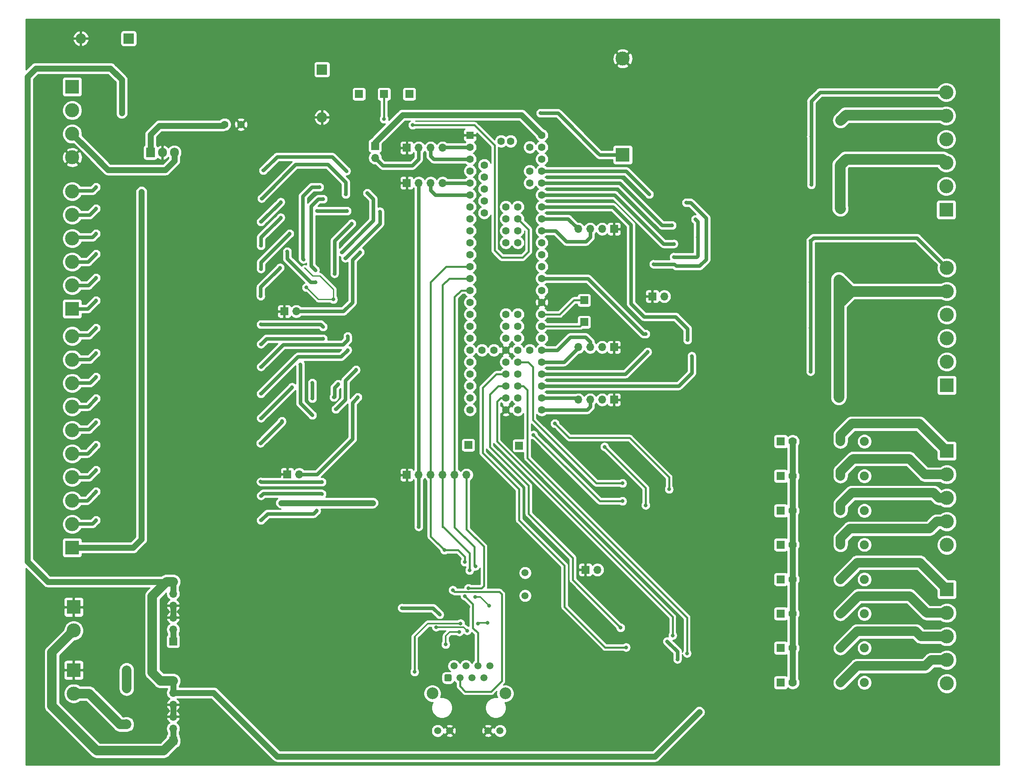
<source format=gbl>
G04 #@! TF.GenerationSoftware,KiCad,Pcbnew,(5.1.7)-1*
G04 #@! TF.CreationDate,2022-10-23T01:23:33-04:00*
G04 #@! TF.ProjectId,plc_14in_14out,706c635f-3134-4696-9e5f-31346f75742e,rev?*
G04 #@! TF.SameCoordinates,Original*
G04 #@! TF.FileFunction,Copper,L2,Bot*
G04 #@! TF.FilePolarity,Positive*
%FSLAX46Y46*%
G04 Gerber Fmt 4.6, Leading zero omitted, Abs format (unit mm)*
G04 Created by KiCad (PCBNEW (5.1.7)-1) date 2022-10-23 01:23:33*
%MOMM*%
%LPD*%
G01*
G04 APERTURE LIST*
G04 #@! TA.AperFunction,ComponentPad*
%ADD10C,1.600000*%
G04 #@! TD*
G04 #@! TA.AperFunction,ComponentPad*
%ADD11R,1.600000X1.600000*%
G04 #@! TD*
G04 #@! TA.AperFunction,ComponentPad*
%ADD12R,3.000000X3.000000*%
G04 #@! TD*
G04 #@! TA.AperFunction,ComponentPad*
%ADD13C,3.000000*%
G04 #@! TD*
G04 #@! TA.AperFunction,ComponentPad*
%ADD14R,1.700000X1.700000*%
G04 #@! TD*
G04 #@! TA.AperFunction,ComponentPad*
%ADD15O,1.700000X1.700000*%
G04 #@! TD*
G04 #@! TA.AperFunction,ComponentPad*
%ADD16O,2.200000X2.200000*%
G04 #@! TD*
G04 #@! TA.AperFunction,ComponentPad*
%ADD17R,2.200000X2.200000*%
G04 #@! TD*
G04 #@! TA.AperFunction,ComponentPad*
%ADD18C,1.500000*%
G04 #@! TD*
G04 #@! TA.AperFunction,ComponentPad*
%ADD19C,2.500000*%
G04 #@! TD*
G04 #@! TA.AperFunction,ComponentPad*
%ADD20O,1.905000X2.000000*%
G04 #@! TD*
G04 #@! TA.AperFunction,ComponentPad*
%ADD21R,1.905000X2.000000*%
G04 #@! TD*
G04 #@! TA.AperFunction,ComponentPad*
%ADD22O,1.600000X1.600000*%
G04 #@! TD*
G04 #@! TA.AperFunction,ComponentPad*
%ADD23C,1.778000*%
G04 #@! TD*
G04 #@! TA.AperFunction,ComponentPad*
%ADD24R,1.778000X1.778000*%
G04 #@! TD*
G04 #@! TA.AperFunction,ComponentPad*
%ADD25C,1.900000*%
G04 #@! TD*
G04 #@! TA.AperFunction,ViaPad*
%ADD26C,0.800000*%
G04 #@! TD*
G04 #@! TA.AperFunction,Conductor*
%ADD27C,0.250000*%
G04 #@! TD*
G04 #@! TA.AperFunction,Conductor*
%ADD28C,0.762000*%
G04 #@! TD*
G04 #@! TA.AperFunction,Conductor*
%ADD29C,1.270000*%
G04 #@! TD*
G04 #@! TA.AperFunction,Conductor*
%ADD30C,0.381000*%
G04 #@! TD*
G04 #@! TA.AperFunction,Conductor*
%ADD31C,2.032000*%
G04 #@! TD*
G04 #@! TA.AperFunction,Conductor*
%ADD32C,0.304800*%
G04 #@! TD*
G04 #@! TA.AperFunction,Conductor*
%ADD33C,2.286000*%
G04 #@! TD*
G04 #@! TA.AperFunction,Conductor*
%ADD34C,0.254000*%
G04 #@! TD*
G04 #@! TA.AperFunction,Conductor*
%ADD35C,0.100000*%
G04 #@! TD*
G04 APERTURE END LIST*
D10*
G04 #@! TO.P,U19,17*
G04 #@! TO.N,D25*
X112903000Y-78740000D03*
G04 #@! TO.P,U19,18*
G04 #@! TO.N,D26*
X112903000Y-81280000D03*
G04 #@! TO.P,U19,19*
G04 #@! TO.N,D27*
X112903000Y-83820000D03*
G04 #@! TO.P,U19,20*
G04 #@! TO.N,D28*
X112903000Y-86360000D03*
G04 #@! TO.P,U19,16*
G04 #@! TO.N,D24*
X112903000Y-76200000D03*
G04 #@! TO.P,U19,15*
G04 #@! TO.N,Net-(U19-Pad15)*
X112903000Y-73660000D03*
G04 #@! TO.P,U19,14*
G04 #@! TO.N,MISO*
X112903000Y-71120000D03*
G04 #@! TO.P,U19,21*
G04 #@! TO.N,D29*
X112903000Y-88900000D03*
G04 #@! TO.P,U19,22*
G04 #@! TO.N,D30*
X112903000Y-91440000D03*
G04 #@! TO.P,U19,23*
G04 #@! TO.N,D31*
X112903000Y-93980000D03*
G04 #@! TO.P,U19,24*
G04 #@! TO.N,D32*
X112903000Y-96520000D03*
G04 #@! TO.P,U19,25*
G04 #@! TO.N,VBAT*
X115443000Y-83820000D03*
G04 #@! TO.P,U19,26*
G04 #@! TO.N,Net-(U19-Pad26)*
X117983000Y-83820000D03*
G04 #@! TO.P,U19,27*
G04 #@! TO.N,GND*
X120523000Y-83820000D03*
G04 #@! TO.P,U19,28*
G04 #@! TO.N,Net-(U19-Pad28)*
X123063000Y-83820000D03*
G04 #@! TO.P,U19,29*
G04 #@! TO.N,Net-(U19-Pad29)*
X125603000Y-83820000D03*
G04 #@! TO.P,U19,30*
G04 #@! TO.N,TX5*
X128143000Y-96520000D03*
G04 #@! TO.P,U19,31*
G04 #@! TO.N,RX5*
X128143000Y-93980000D03*
G04 #@! TO.P,U19,32*
G04 #@! TO.N,D35*
X128143000Y-91440000D03*
G04 #@! TO.P,U19,33*
G04 #@! TO.N,D36*
X128143000Y-88900000D03*
G04 #@! TO.P,U19,34*
G04 #@! TO.N,SCL1*
X128143000Y-86360000D03*
G04 #@! TO.P,U19,35*
G04 #@! TO.N,SDA1*
X128143000Y-83820000D03*
G04 #@! TO.P,U19,36*
G04 #@! TO.N,D39*
X128143000Y-81280000D03*
G04 #@! TO.P,U19,37*
G04 #@! TO.N,A21*
X128143000Y-78740000D03*
G04 #@! TO.P,U19,13*
G04 #@! TO.N,MOSI*
X112903000Y-68580000D03*
G04 #@! TO.P,U19,12*
G04 #@! TO.N,CS*
X112903000Y-66040000D03*
G04 #@! TO.P,U19,11*
G04 #@! TO.N,D9*
X112903000Y-63500000D03*
G04 #@! TO.P,U19,10*
G04 #@! TO.N,D8*
X112903000Y-60960000D03*
G04 #@! TO.P,U19,9*
G04 #@! TO.N,D7*
X112903000Y-58420000D03*
G04 #@! TO.P,U19,8*
G04 #@! TO.N,D6*
X112903000Y-55880000D03*
G04 #@! TO.P,U19,7*
G04 #@! TO.N,D5*
X112903000Y-53340000D03*
G04 #@! TO.P,U19,6*
G04 #@! TO.N,CAN0Rx*
X112903000Y-50800000D03*
G04 #@! TO.P,U19,5*
G04 #@! TO.N,CAN0Tx*
X112903000Y-48260000D03*
G04 #@! TO.P,U19,4*
G04 #@! TO.N,D2*
X112903000Y-45720000D03*
G04 #@! TO.P,U19,3*
G04 #@! TO.N,TX1*
X112903000Y-43180000D03*
G04 #@! TO.P,U19,2*
G04 #@! TO.N,RX1*
X112903000Y-40640000D03*
D11*
G04 #@! TO.P,U19,1*
G04 #@! TO.N,GND*
X112903000Y-38100000D03*
D10*
G04 #@! TO.P,U19,38*
G04 #@! TO.N,A22*
X128143000Y-76200000D03*
G04 #@! TO.P,U19,39*
G04 #@! TO.N,GND*
X128143000Y-73660000D03*
G04 #@! TO.P,U19,40*
G04 #@! TO.N,SCK*
X128143000Y-71120000D03*
G04 #@! TO.P,U19,41*
G04 #@! TO.N,D14*
X128143000Y-68580000D03*
G04 #@! TO.P,U19,42*
G04 #@! TO.N,D15*
X128143000Y-66040000D03*
G04 #@! TO.P,U19,43*
G04 #@! TO.N,AN2*
X128143000Y-63500000D03*
G04 #@! TO.P,U19,44*
G04 #@! TO.N,AN3*
X128143000Y-60960000D03*
G04 #@! TO.P,U19,45*
G04 #@! TO.N,SDA0*
X128143000Y-58420000D03*
G04 #@! TO.P,U19,46*
G04 #@! TO.N,SCL0*
X128143000Y-55880000D03*
G04 #@! TO.P,U19,47*
G04 #@! TO.N,D20*
X128143000Y-53340000D03*
G04 #@! TO.P,U19,48*
G04 #@! TO.N,D21*
X128143000Y-50800000D03*
G04 #@! TO.P,U19,49*
G04 #@! TO.N,D22*
X128143000Y-48260000D03*
G04 #@! TO.P,U19,50*
G04 #@! TO.N,D23*
X128143000Y-45720000D03*
G04 #@! TO.P,U19,51*
G04 #@! TO.N,Net-(U19-Pad51)*
X128143000Y-43180000D03*
G04 #@! TO.P,U19,52*
G04 #@! TO.N,Net-(U19-Pad52)*
X128143000Y-40640000D03*
G04 #@! TO.P,U19,53*
G04 #@! TO.N,Net-(SW4-Pad1)*
X128143000Y-38100000D03*
G04 #@! TO.P,U19,54*
G04 #@! TO.N,Net-(U19-Pad54)*
X125603000Y-40640000D03*
G04 #@! TO.P,U19,55*
G04 #@! TO.N,Net-(U19-Pad55)*
X125603000Y-45720000D03*
G04 #@! TO.P,U19,56*
G04 #@! TO.N,Net-(U19-Pad56)*
X125603000Y-48260000D03*
G04 #@! TO.P,U19,58*
G04 #@! TO.N,Net-(U19-Pad58)*
X115903000Y-44450000D03*
G04 #@! TO.P,U19,59*
G04 #@! TO.N,Net-(U19-Pad59)*
X115903000Y-46990000D03*
G04 #@! TO.P,U19,60*
G04 #@! TO.N,Net-(U19-Pad60)*
X115903000Y-49530000D03*
G04 #@! TO.P,U19,61*
G04 #@! TO.N,Net-(U19-Pad61)*
X115903000Y-52070000D03*
G04 #@! TO.P,U19,62*
G04 #@! TO.N,Net-(U19-Pad62)*
X115903000Y-54610000D03*
G04 #@! TO.P,U19,79*
G04 #@! TO.N,D50*
X123063000Y-86360000D03*
G04 #@! TO.P,U19,78*
G04 #@! TO.N,D49*
X123063000Y-88900000D03*
G04 #@! TO.P,U19,77*
G04 #@! TO.N,D48*
X123063000Y-91440000D03*
G04 #@! TO.P,U19,76*
G04 #@! TO.N,D47*
X123063000Y-93980000D03*
G04 #@! TO.P,U19,73*
G04 #@! TO.N,D46*
X120523000Y-93980000D03*
G04 #@! TO.P,U19,72*
G04 #@! TO.N,D45*
X120523000Y-91440000D03*
G04 #@! TO.P,U19,71*
G04 #@! TO.N,D44*
X120523000Y-88900000D03*
G04 #@! TO.P,U19,70*
G04 #@! TO.N,D43*
X120523000Y-86360000D03*
G04 #@! TO.P,U19,75*
G04 #@! TO.N,Net-(U19-Pad75)*
X123063000Y-96520000D03*
G04 #@! TO.P,U19,74*
G04 #@! TO.N,GND*
X120523000Y-96520000D03*
G04 #@! TO.P,U19,80*
G04 #@! TO.N,Net-(U19-Pad80)*
X123063000Y-81280000D03*
G04 #@! TO.P,U19,69*
G04 #@! TO.N,Net-(U19-Pad69)*
X120523000Y-81280000D03*
G04 #@! TO.P,U19,81*
G04 #@! TO.N,Net-(U19-Pad81)*
X123063000Y-78740000D03*
G04 #@! TO.P,U19,68*
G04 #@! TO.N,Net-(U19-Pad68)*
X120523000Y-78740000D03*
G04 #@! TO.P,U19,82*
G04 #@! TO.N,Net-(U19-Pad82)*
X123063000Y-76200000D03*
G04 #@! TO.P,U19,67*
G04 #@! TO.N,Net-(U19-Pad67)*
X120523000Y-76200000D03*
G04 #@! TO.P,U19,64*
G04 #@! TO.N,Net-(U19-Pad64)*
X120523000Y-55880000D03*
G04 #@! TO.P,U19,63*
G04 #@! TO.N,Net-(U19-Pad63)*
X120523000Y-53340000D03*
G04 #@! TO.P,U19,65*
G04 #@! TO.N,Net-(U19-Pad65)*
X120523000Y-58420000D03*
G04 #@! TO.P,U19,66*
G04 #@! TO.N,Net-(U19-Pad66)*
X120523000Y-60960000D03*
G04 #@! TO.P,U19,83*
G04 #@! TO.N,Net-(U19-Pad83)*
X123063000Y-60960000D03*
G04 #@! TO.P,U19,84*
G04 #@! TO.N,D55*
X123063000Y-58420000D03*
G04 #@! TO.P,U19,85*
G04 #@! TO.N,D56*
X123063000Y-55880000D03*
G04 #@! TO.P,U19,86*
G04 #@! TO.N,D57*
X123063000Y-53340000D03*
G04 #@! TO.P,U19,88*
G04 #@! TO.N,Net-(U19-Pad88)*
X119513000Y-39370000D03*
G04 #@! TO.P,U19,87*
G04 #@! TO.N,Net-(U19-Pad87)*
X121533000Y-39370000D03*
G04 #@! TD*
D12*
G04 #@! TO.P,BT1,1*
G04 #@! TO.N,VBAT*
X145351500Y-42291000D03*
D13*
G04 #@! TO.P,BT1,2*
G04 #@! TO.N,GND*
X145351500Y-21801000D03*
G04 #@! TD*
D14*
G04 #@! TO.P,J25,1*
G04 #@! TO.N,D57*
X99978000Y-29337000D03*
G04 #@! TD*
G04 #@! TO.P,J24,1*
G04 #@! TO.N,D55*
X89281000Y-29337000D03*
G04 #@! TD*
G04 #@! TO.P,J23,1*
G04 #@! TO.N,D56*
X94615000Y-29337000D03*
G04 #@! TD*
G04 #@! TO.P,J22,1*
G04 #@! TO.N,A22*
X137160000Y-73201000D03*
G04 #@! TD*
G04 #@! TO.P,J21,1*
G04 #@! TO.N,A21*
X137160000Y-77851000D03*
G04 #@! TD*
G04 #@! TO.P,J20,1*
G04 #@! TO.N,D47*
X123317000Y-104140000D03*
G04 #@! TD*
D15*
G04 #@! TO.P,J19,4*
G04 #@! TO.N,RX5*
X135890000Y-94361000D03*
G04 #@! TO.P,J19,3*
G04 #@! TO.N,TX5*
X138430000Y-94361000D03*
G04 #@! TO.P,J19,2*
G04 #@! TO.N,5V*
X140970000Y-94361000D03*
D14*
G04 #@! TO.P,J19,1*
G04 #@! TO.N,GND*
X143510000Y-94361000D03*
G04 #@! TD*
G04 #@! TO.P,J18,1*
G04 #@! TO.N,D43*
X112522000Y-104013000D03*
G04 #@! TD*
D15*
G04 #@! TO.P,J17,4*
G04 #@! TO.N,SCL1*
X135890000Y-83185000D03*
G04 #@! TO.P,J17,3*
G04 #@! TO.N,SDA1*
X138430000Y-83185000D03*
G04 #@! TO.P,J17,2*
G04 #@! TO.N,5V*
X140970000Y-83185000D03*
D14*
G04 #@! TO.P,J17,1*
G04 #@! TO.N,GND*
X143510000Y-83185000D03*
G04 #@! TD*
D10*
G04 #@! TO.P,C25,2*
G04 #@! TO.N,GND*
X64206000Y-35814000D03*
G04 #@! TO.P,C25,1*
G04 #@! TO.N,Net-(C24-Pad1)*
X60706000Y-35814000D03*
G04 #@! TD*
D15*
G04 #@! TO.P,J16,4*
G04 #@! TO.N,SCL0*
X135890000Y-58039000D03*
G04 #@! TO.P,J16,3*
G04 #@! TO.N,SDA0*
X138430000Y-58039000D03*
G04 #@! TO.P,J16,2*
G04 #@! TO.N,5V*
X140970000Y-58039000D03*
D14*
G04 #@! TO.P,J16,1*
G04 #@! TO.N,GND*
X143510000Y-58039000D03*
G04 #@! TD*
D15*
G04 #@! TO.P,J15,4*
G04 #@! TO.N,RX1*
X107061000Y-40767000D03*
G04 #@! TO.P,J15,3*
G04 #@! TO.N,TX1*
X104521000Y-40767000D03*
G04 #@! TO.P,J15,2*
G04 #@! TO.N,5V*
X101981000Y-40767000D03*
D14*
G04 #@! TO.P,J15,1*
G04 #@! TO.N,GND*
X99441000Y-40767000D03*
G04 #@! TD*
D15*
G04 #@! TO.P,J14,4*
G04 #@! TO.N,CAN0Tx*
X107061000Y-48260000D03*
G04 #@! TO.P,J14,3*
G04 #@! TO.N,CAN0Rx*
X104521000Y-48260000D03*
G04 #@! TO.P,J14,2*
G04 #@! TO.N,3.3V*
X101981000Y-48260000D03*
D14*
G04 #@! TO.P,J14,1*
G04 #@! TO.N,GND*
X99441000Y-48260000D03*
G04 #@! TD*
D13*
G04 #@! TO.P,J13,4*
G04 #@! TO.N,GND*
X28321000Y-42813000D03*
G04 #@! TO.P,J13,3*
G04 #@! TO.N,10V*
X28321000Y-37813000D03*
G04 #@! TO.P,J13,2*
G04 #@! TO.N,A1*
X28321000Y-32813000D03*
D12*
G04 #@! TO.P,J13,1*
G04 #@! TO.N,A2*
X28321000Y-27813000D03*
G04 #@! TD*
D16*
G04 #@! TO.P,D33,2*
G04 #@! TO.N,GND*
X30162500Y-17526000D03*
D17*
G04 #@! TO.P,D33,1*
G04 #@! TO.N,AN2*
X40322500Y-17526000D03*
G04 #@! TD*
D16*
G04 #@! TO.P,D32,2*
G04 #@! TO.N,GND*
X81407000Y-34290000D03*
D17*
G04 #@! TO.P,D32,1*
G04 #@! TO.N,AN3*
X81407000Y-24130000D03*
G04 #@! TD*
D18*
G04 #@! TO.P,J6,11*
G04 #@! TO.N,GND*
X116729000Y-164803000D03*
G04 #@! TO.P,J6,12*
G04 #@! TO.N,Net-(J6-Pad12)*
X119269000Y-164803000D03*
G04 #@! TO.P,J6,10*
G04 #@! TO.N,GND*
X108559000Y-164803000D03*
G04 #@! TO.P,J6,9*
G04 #@! TO.N,Net-(J6-Pad9)*
X106019000Y-164803000D03*
D19*
G04 #@! TO.P,J6,SH*
G04 #@! TO.N,N/C*
X120389000Y-156853000D03*
D18*
G04 #@! TO.P,J6,8*
G04 #@! TO.N,Net-(J6-Pad8)*
X117084000Y-151003000D03*
D19*
G04 #@! TO.P,J6,SH*
G04 #@! TO.N,N/C*
X104899000Y-156853000D03*
D18*
G04 #@! TO.P,J6,7*
G04 #@! TO.N,Net-(J6-Pad7)*
X115824000Y-153543000D03*
G04 #@! TO.P,J6,6*
G04 #@! TO.N,RD-*
X114544000Y-151003000D03*
G04 #@! TO.P,J6,5*
G04 #@! TO.N,Net-(J6-Pad5)*
X113284000Y-153543000D03*
G04 #@! TO.P,J6,4*
G04 #@! TO.N,P4*
X112004000Y-151003000D03*
G04 #@! TO.P,J6,3*
G04 #@! TO.N,RD+*
X110744000Y-153543000D03*
G04 #@! TO.P,J6,2*
G04 #@! TO.N,TD-*
X109464000Y-151003000D03*
G04 #@! TO.P,J6,1*
G04 #@! TO.N,TD+*
G04 #@! TA.AperFunction,ComponentPad*
G36*
G01*
X107454000Y-154042500D02*
X107454000Y-153043500D01*
G75*
G02*
X107704500Y-152793000I250500J0D01*
G01*
X108703500Y-152793000D01*
G75*
G02*
X108954000Y-153043500I0J-250500D01*
G01*
X108954000Y-154042500D01*
G75*
G02*
X108703500Y-154293000I-250500J0D01*
G01*
X107704500Y-154293000D01*
G75*
G02*
X107454000Y-154042500I0J250500D01*
G01*
G37*
G04 #@! TD.AperFunction*
G04 #@! TD*
D20*
G04 #@! TO.P,U36,3*
G04 #@! TO.N,10V*
X50038000Y-41783000D03*
G04 #@! TO.P,U36,2*
G04 #@! TO.N,GND*
X47498000Y-41783000D03*
D21*
G04 #@! TO.P,U36,1*
G04 #@! TO.N,Net-(C24-Pad1)*
X44958000Y-41783000D03*
G04 #@! TD*
D13*
G04 #@! TO.P,J8,6*
G04 #@! TO.N,Vge1*
X214122000Y-28975000D03*
G04 #@! TO.P,J8,5*
G04 #@! TO.N,COM4*
X214122000Y-33975000D03*
G04 #@! TO.P,J8,4*
G04 #@! TO.N,O14*
X214122000Y-38975000D03*
G04 #@! TO.P,J8,3*
G04 #@! TO.N,COM3*
X214122000Y-43975000D03*
G04 #@! TO.P,J8,2*
G04 #@! TO.N,O13*
X214122000Y-48975000D03*
D12*
G04 #@! TO.P,J8,1*
G04 #@! TO.N,O12*
X214122000Y-53975000D03*
G04 #@! TD*
D15*
G04 #@! TO.P,J12,6*
G04 #@! TO.N,SCK*
X112141000Y-110363000D03*
G04 #@! TO.P,J12,5*
G04 #@! TO.N,MISO*
X109601000Y-110363000D03*
G04 #@! TO.P,J12,4*
G04 #@! TO.N,MOSI*
X107061000Y-110363000D03*
G04 #@! TO.P,J12,3*
G04 #@! TO.N,CS*
X104521000Y-110363000D03*
G04 #@! TO.P,J12,2*
G04 #@! TO.N,3.3V*
X101981000Y-110363000D03*
D14*
G04 #@! TO.P,J12,1*
G04 #@! TO.N,GND*
X99441000Y-110363000D03*
G04 #@! TD*
D22*
G04 #@! TO.P,SW6,2*
G04 #@! TO.N,Net-(F1-Pad1)*
X39878000Y-155829000D03*
D11*
G04 #@! TO.P,SW6,1*
G04 #@! TO.N,Net-(J1-Pad2)*
X39878000Y-163449000D03*
G04 #@! TD*
D13*
G04 #@! TO.P,J3,10*
G04 #@! TO.N,IN8*
X28321000Y-80857000D03*
G04 #@! TO.P,J3,9*
G04 #@! TO.N,IN7*
X28321000Y-85857000D03*
G04 #@! TO.P,J3,8*
G04 #@! TO.N,IN6*
X28321000Y-90857000D03*
G04 #@! TO.P,J3,7*
G04 #@! TO.N,IN5*
X28321000Y-95857000D03*
G04 #@! TO.P,J3,6*
G04 #@! TO.N,IN4*
X28321000Y-100857000D03*
G04 #@! TO.P,J3,5*
G04 #@! TO.N,IN3*
X28321000Y-105857000D03*
G04 #@! TO.P,J3,4*
G04 #@! TO.N,IN2*
X28321000Y-110857000D03*
G04 #@! TO.P,J3,3*
G04 #@! TO.N,IN1*
X28321000Y-115857000D03*
G04 #@! TO.P,J3,2*
G04 #@! TO.N,IN0*
X28321000Y-120857000D03*
D12*
G04 #@! TO.P,J3,1*
G04 #@! TO.N,1M*
X28321000Y-125857000D03*
G04 #@! TD*
D13*
G04 #@! TO.P,J11,2*
G04 #@! TO.N,12V*
X28638500Y-143493500D03*
D12*
G04 #@! TO.P,J11,1*
G04 #@! TO.N,GND*
X28638500Y-138493500D03*
G04 #@! TD*
D15*
G04 #@! TO.P,J10,6*
G04 #@! TO.N,24V*
X49784000Y-154178000D03*
G04 #@! TO.P,J10,5*
X49784000Y-156718000D03*
G04 #@! TO.P,J10,4*
G04 #@! TO.N,GND*
X49784000Y-159258000D03*
G04 #@! TO.P,J10,3*
X49784000Y-161798000D03*
G04 #@! TO.P,J10,2*
G04 #@! TO.N,12V*
X49784000Y-164338000D03*
D14*
G04 #@! TO.P,J10,1*
X49784000Y-166878000D03*
G04 #@! TD*
D15*
G04 #@! TO.P,J9,6*
G04 #@! TO.N,24V*
X49784000Y-133096000D03*
G04 #@! TO.P,J9,5*
X49784000Y-135636000D03*
G04 #@! TO.P,J9,4*
G04 #@! TO.N,GND*
X49784000Y-138176000D03*
G04 #@! TO.P,J9,3*
X49784000Y-140716000D03*
G04 #@! TO.P,J9,2*
G04 #@! TO.N,5V*
X49784000Y-143256000D03*
D14*
G04 #@! TO.P,J9,1*
X49784000Y-145796000D03*
G04 #@! TD*
D15*
G04 #@! TO.P,SW5,2*
G04 #@! TO.N,OE1*
X154178000Y-72390000D03*
D14*
G04 #@! TO.P,SW5,1*
G04 #@! TO.N,GND*
X151638000Y-72390000D03*
G04 #@! TD*
D13*
G04 #@! TO.P,J7,6*
G04 #@! TO.N,Vge*
X214249000Y-66313000D03*
G04 #@! TO.P,J7,5*
G04 #@! TO.N,COM2*
X214249000Y-71313000D03*
G04 #@! TO.P,J7,4*
G04 #@! TO.N,O11*
X214249000Y-76313000D03*
G04 #@! TO.P,J7,3*
G04 #@! TO.N,O10*
X214249000Y-81313000D03*
G04 #@! TO.P,J7,2*
G04 #@! TO.N,O9*
X214249000Y-86313000D03*
D12*
G04 #@! TO.P,J7,1*
G04 #@! TO.N,O8*
X214249000Y-91313000D03*
G04 #@! TD*
D15*
G04 #@! TO.P,SW4,2*
G04 #@! TO.N,5V*
X92710000Y-42926000D03*
D14*
G04 #@! TO.P,SW4,1*
G04 #@! TO.N,Net-(SW4-Pad1)*
X92710000Y-40386000D03*
G04 #@! TD*
D18*
G04 #@! TO.P,Y1,2*
G04 #@! TO.N,OSC2*
X124587000Y-136071000D03*
G04 #@! TO.P,Y1,1*
G04 #@! TO.N,OSC1*
X124587000Y-131191000D03*
G04 #@! TD*
D23*
G04 #@! TO.P,K8,2*
G04 #@! TO.N,24V*
X181483000Y-103251000D03*
D24*
G04 #@! TO.P,K8,1*
G04 #@! TO.N,8C*
X178943000Y-103251000D03*
D25*
G04 #@! TO.P,K8,3*
G04 #@! TO.N,O7*
X191643000Y-103251000D03*
G04 #@! TO.P,K8,4*
G04 #@! TO.N,COM1*
X196723000Y-103251000D03*
G04 #@! TD*
D23*
G04 #@! TO.P,K7,2*
G04 #@! TO.N,24V*
X181483000Y-110617000D03*
D24*
G04 #@! TO.P,K7,1*
G04 #@! TO.N,7C*
X178943000Y-110617000D03*
D25*
G04 #@! TO.P,K7,3*
G04 #@! TO.N,O6*
X191643000Y-110617000D03*
G04 #@! TO.P,K7,4*
G04 #@! TO.N,COM1*
X196723000Y-110617000D03*
G04 #@! TD*
D23*
G04 #@! TO.P,K6,2*
G04 #@! TO.N,24V*
X181483000Y-117983000D03*
D24*
G04 #@! TO.P,K6,1*
G04 #@! TO.N,6C*
X178943000Y-117983000D03*
D25*
G04 #@! TO.P,K6,3*
G04 #@! TO.N,O5*
X191643000Y-117983000D03*
G04 #@! TO.P,K6,4*
G04 #@! TO.N,COM1*
X196723000Y-117983000D03*
G04 #@! TD*
D23*
G04 #@! TO.P,K5,2*
G04 #@! TO.N,24V*
X181483000Y-125222000D03*
D24*
G04 #@! TO.P,K5,1*
G04 #@! TO.N,5C*
X178943000Y-125222000D03*
D25*
G04 #@! TO.P,K5,3*
G04 #@! TO.N,O4*
X191643000Y-125222000D03*
G04 #@! TO.P,K5,4*
G04 #@! TO.N,COM1*
X196723000Y-125222000D03*
G04 #@! TD*
D23*
G04 #@! TO.P,K4,2*
G04 #@! TO.N,24V*
X181483000Y-132588000D03*
D24*
G04 #@! TO.P,K4,1*
G04 #@! TO.N,4C*
X178943000Y-132588000D03*
D25*
G04 #@! TO.P,K4,3*
G04 #@! TO.N,O3*
X191643000Y-132588000D03*
G04 #@! TO.P,K4,4*
G04 #@! TO.N,COM0*
X196723000Y-132588000D03*
G04 #@! TD*
D23*
G04 #@! TO.P,K3,2*
G04 #@! TO.N,24V*
X181483000Y-139895001D03*
D24*
G04 #@! TO.P,K3,1*
G04 #@! TO.N,3C*
X178943000Y-139895001D03*
D25*
G04 #@! TO.P,K3,3*
G04 #@! TO.N,O2*
X191643000Y-139895001D03*
G04 #@! TO.P,K3,4*
G04 #@! TO.N,COM0*
X196723000Y-139895001D03*
G04 #@! TD*
D23*
G04 #@! TO.P,K2,2*
G04 #@! TO.N,24V*
X181483000Y-147193000D03*
D24*
G04 #@! TO.P,K2,1*
G04 #@! TO.N,2C*
X178943000Y-147193000D03*
D25*
G04 #@! TO.P,K2,3*
G04 #@! TO.N,O1*
X191643000Y-147193000D03*
G04 #@! TO.P,K2,4*
G04 #@! TO.N,COM0*
X196723000Y-147193000D03*
G04 #@! TD*
D13*
G04 #@! TO.P,J5,5*
G04 #@! TO.N,COM0*
X214249000Y-154747000D03*
G04 #@! TO.P,J5,4*
G04 #@! TO.N,O0*
X214249000Y-149747000D03*
G04 #@! TO.P,J5,3*
G04 #@! TO.N,O1*
X214249000Y-144747000D03*
G04 #@! TO.P,J5,2*
G04 #@! TO.N,O2*
X214249000Y-139747000D03*
D12*
G04 #@! TO.P,J5,1*
G04 #@! TO.N,O3*
X214249000Y-134747000D03*
G04 #@! TD*
D13*
G04 #@! TO.P,J4,5*
G04 #@! TO.N,COM1*
X214249000Y-125283000D03*
G04 #@! TO.P,J4,4*
G04 #@! TO.N,O4*
X214249000Y-120283000D03*
G04 #@! TO.P,J4,3*
G04 #@! TO.N,O5*
X214249000Y-115283000D03*
G04 #@! TO.P,J4,2*
G04 #@! TO.N,O6*
X214249000Y-110283000D03*
D12*
G04 #@! TO.P,J4,1*
G04 #@! TO.N,O7*
X214249000Y-105283000D03*
G04 #@! TD*
D23*
G04 #@! TO.P,K1,2*
G04 #@! TO.N,24V*
X181483000Y-154559000D03*
D24*
G04 #@! TO.P,K1,1*
G04 #@! TO.N,1C*
X178943000Y-154559000D03*
D25*
G04 #@! TO.P,K1,3*
G04 #@! TO.N,O0*
X191643000Y-154559000D03*
G04 #@! TO.P,K1,4*
G04 #@! TO.N,COM0*
X196723000Y-154559000D03*
G04 #@! TD*
D15*
G04 #@! TO.P,SW3,2*
G04 #@! TO.N,OE*
X139954000Y-130556000D03*
D14*
G04 #@! TO.P,SW3,1*
G04 #@! TO.N,GND*
X137414000Y-130556000D03*
G04 #@! TD*
D15*
G04 #@! TO.P,SW1,2*
G04 #@! TO.N,Net-(R29-Pad1)*
X75946000Y-75565000D03*
D14*
G04 #@! TO.P,SW1,1*
G04 #@! TO.N,GND*
X73406000Y-75565000D03*
G04 #@! TD*
D15*
G04 #@! TO.P,SW2,2*
G04 #@! TO.N,Net-(R30-Pad1)*
X76581000Y-110236000D03*
D14*
G04 #@! TO.P,SW2,1*
G04 #@! TO.N,GND*
X74041000Y-110236000D03*
G04 #@! TD*
D13*
G04 #@! TO.P,J2,6*
G04 #@! TO.N,IN14*
X28321000Y-50057000D03*
G04 #@! TO.P,J2,5*
G04 #@! TO.N,IN13*
X28321000Y-55057000D03*
G04 #@! TO.P,J2,4*
G04 #@! TO.N,IN12*
X28321000Y-60057000D03*
G04 #@! TO.P,J2,3*
G04 #@! TO.N,IN11*
X28321000Y-65057000D03*
G04 #@! TO.P,J2,2*
G04 #@! TO.N,IN10*
X28321000Y-70057000D03*
D12*
G04 #@! TO.P,J2,1*
G04 #@! TO.N,IN9*
X28321000Y-75057000D03*
G04 #@! TD*
D13*
G04 #@! TO.P,J1,2*
G04 #@! TO.N,Net-(J1-Pad2)*
X28638500Y-156892000D03*
D12*
G04 #@! TO.P,J1,1*
G04 #@! TO.N,GND*
X28638500Y-151892000D03*
G04 #@! TD*
D26*
G04 #@! TO.N,*
X78105000Y-70485000D03*
X83820000Y-73025000D03*
G04 #@! TO.N,IN13*
X33401000Y-53721000D03*
G04 #@! TO.N,IN12*
X33401000Y-59055000D03*
G04 #@! TO.N,IN11*
X33401000Y-63373000D03*
G04 #@! TO.N,IN10*
X33401000Y-68453000D03*
G04 #@! TO.N,IN9*
X33401000Y-73279000D03*
G04 #@! TO.N,IN8*
X33401000Y-79121000D03*
G04 #@! TO.N,IN7*
X33401000Y-84455000D03*
G04 #@! TO.N,IN6*
X33401000Y-89535000D03*
G04 #@! TO.N,IN5*
X33401000Y-94107000D03*
G04 #@! TO.N,IN4*
X33401000Y-99187000D03*
G04 #@! TO.N,IN3*
X33401000Y-104013000D03*
G04 #@! TO.N,IN2*
X33401000Y-109347000D03*
G04 #@! TO.N,IN1*
X33401000Y-113919000D03*
G04 #@! TO.N,IN0*
X33401000Y-120015000D03*
G04 #@! TO.N,Net-(C1-Pad1)*
X68961000Y-45593000D03*
X86614000Y-45720000D03*
G04 #@! TO.N,1M*
X43053000Y-74803000D03*
X43053000Y-50165000D03*
X43053000Y-54991000D03*
X43053000Y-59817000D03*
X43053000Y-64643000D03*
X43053000Y-69469000D03*
X43053000Y-80645000D03*
X43053000Y-85725000D03*
X43053000Y-90551000D03*
X43053000Y-95631000D03*
X43053000Y-100711000D03*
X43053000Y-105537000D03*
X43053000Y-110617000D03*
X43053000Y-115697000D03*
X43053000Y-120904000D03*
G04 #@! TO.N,Net-(C2-Pad1)*
X68580000Y-51562000D03*
X86486991Y-50672991D03*
G04 #@! TO.N,Net-(C3-Pad1)*
X68453000Y-56515000D03*
X72644000Y-52323994D03*
G04 #@! TO.N,Net-(C4-Pad1)*
X68453000Y-61595000D03*
X72644000Y-55626000D03*
G04 #@! TO.N,Net-(C5-Pad1)*
X68453000Y-66548000D03*
X80390996Y-54228996D03*
X74549000Y-59055000D03*
X86741004Y-54228996D03*
G04 #@! TO.N,Net-(C6-Pad1)*
X68390000Y-72326000D03*
X72517000Y-66294000D03*
G04 #@! TO.N,Net-(C7-Pad1)*
X68453000Y-78359000D03*
X81661000Y-78867000D03*
G04 #@! TO.N,Net-(C8-Pad1)*
X68453000Y-82550000D03*
X81661000Y-81407000D03*
G04 #@! TO.N,Net-(C9-Pad1)*
X68453000Y-87376000D03*
X86868000Y-80898992D03*
G04 #@! TO.N,Net-(C10-Pad1)*
X86868000Y-83820000D03*
X68453000Y-93091000D03*
G04 #@! TO.N,Net-(C11-Pad1)*
X68453000Y-98298000D03*
X75057000Y-91694000D03*
G04 #@! TO.N,Net-(C12-Pad1)*
X68326000Y-103632000D03*
X72898000Y-98933000D03*
G04 #@! TO.N,Net-(C13-Pad1)*
X81407000Y-111887000D03*
X68390000Y-111822998D03*
G04 #@! TO.N,Net-(C14-Pad1)*
X68453000Y-114808000D03*
X81407000Y-114427000D03*
G04 #@! TO.N,5V*
X92202000Y-116332000D03*
X72771000Y-116332000D03*
X156718000Y-65913000D03*
X151892000Y-65532000D03*
X158877000Y-52451000D03*
G04 #@! TO.N,AA13*
X93726000Y-54356000D03*
X86360000Y-64261998D03*
G04 #@! TO.N,AA12*
X80899000Y-49149000D03*
X77470000Y-64516000D03*
G04 #@! TO.N,AA11*
X81661000Y-51689000D03*
X80010000Y-66802000D03*
G04 #@! TO.N,AA10*
X84074000Y-67564000D03*
X87756996Y-56896000D03*
G04 #@! TO.N,AA9*
X74041000Y-62865000D03*
X80010000Y-69342000D03*
G04 #@! TO.N,AA6*
X84836000Y-91059000D03*
X83947000Y-93853000D03*
G04 #@! TO.N,AA5*
X79375000Y-90804998D03*
X79375000Y-94107000D03*
G04 #@! TO.N,AA4*
X84328000Y-96393000D03*
X88646000Y-88011000D03*
G04 #@! TO.N,AA3*
X79375000Y-97663000D03*
X76835000Y-86868000D03*
G04 #@! TO.N,GND*
X110369472Y-138662328D03*
X112553400Y-138480800D03*
X110032800Y-129844800D03*
X104825800Y-136753600D03*
X138303000Y-133553200D03*
X142798800Y-134797800D03*
X152527000Y-139852400D03*
X147980400Y-120751600D03*
X80899000Y-74142600D03*
X74066400Y-106934000D03*
X81788000Y-105486200D03*
G04 #@! TO.N,Net-(R29-Pad1)*
X89535000Y-62992000D03*
G04 #@! TO.N,Net-(R30-Pad1)*
X89027000Y-93853000D03*
G04 #@! TO.N,D14*
X150241000Y-80391000D03*
G04 #@! TO.N,D15*
X150241005Y-116839995D03*
X141478000Y-104394000D03*
G04 #@! TO.N,24V*
X45339000Y-141605000D03*
X38862000Y-33401000D03*
X161620200Y-160832800D03*
G04 #@! TO.N,OE*
X154813000Y-145796000D03*
X156972002Y-149606000D03*
G04 #@! TO.N,3.3V*
X116967000Y-138176000D03*
X98425000Y-138684000D03*
X106426000Y-140081000D03*
X113982504Y-136334504D03*
X101981000Y-121412000D03*
G04 #@! TO.N,CS*
X107442000Y-126365000D03*
X111800997Y-128895197D03*
G04 #@! TO.N,LEDA*
X116586000Y-141859000D03*
X101092000Y-152273000D03*
X110871000Y-141986000D03*
X114554000Y-141986000D03*
G04 #@! TO.N,TD+*
X107696000Y-146431000D03*
X110617000Y-143764004D03*
G04 #@! TO.N,RD+*
X109220000Y-134874000D03*
G04 #@! TO.N,RD-*
X111759996Y-136144000D03*
G04 #@! TO.N,SCK*
X112522000Y-134493000D03*
G04 #@! TO.N,MOSI*
X112776000Y-130683000D03*
G04 #@! TO.N,MISO*
X114046000Y-129794000D03*
G04 #@! TO.N,P4*
X105664000Y-142748000D03*
X112268000Y-143510000D03*
G04 #@! TO.N,Vge*
X185293000Y-69342000D03*
X185293000Y-88392000D03*
X185293000Y-79121000D03*
X185293000Y-60579000D03*
G04 #@! TO.N,COM2*
X191262000Y-68834000D03*
X191262000Y-75438000D03*
X191262000Y-94107000D03*
X191262000Y-84709000D03*
G04 #@! TO.N,OE1*
X156210000Y-64008000D03*
X161290000Y-59817000D03*
X160782000Y-56007000D03*
G04 #@! TO.N,COM3*
X191643000Y-53721000D03*
X191516000Y-44450000D03*
G04 #@! TO.N,COM4*
X191643000Y-34925000D03*
G04 #@! TO.N,Vge1*
X185420000Y-48641000D03*
X185404000Y-38370000D03*
X186563000Y-29718000D03*
G04 #@! TO.N,D23*
X151003000Y-50673000D03*
G04 #@! TO.N,Net-(C23-Pad1)*
X68453000Y-120015000D03*
X80264000Y-117983000D03*
G04 #@! TO.N,IN14*
X33401000Y-49149000D03*
G04 #@! TO.N,Net-(F1-Pad1)*
X39878000Y-151892000D03*
G04 #@! TO.N,AA14*
X85598000Y-62992000D03*
X91059008Y-50419000D03*
G04 #@! TO.N,D22*
X155829000Y-57277000D03*
G04 #@! TO.N,D21*
X156210000Y-61214000D03*
G04 #@! TO.N,D20*
X159131000Y-81661000D03*
G04 #@! TO.N,D36*
X150622000Y-84201000D03*
G04 #@! TO.N,D35*
X160020000Y-85090000D03*
G04 #@! TO.N,D46*
X155956000Y-144526000D03*
G04 #@! TO.N,D44*
X146050000Y-147066000D03*
G04 #@! TO.N,D45*
X144907000Y-142875000D03*
G04 #@! TO.N,D48*
X159004000Y-148336000D03*
G04 #@! TO.N,D49*
X145288000Y-115951000D03*
X126365000Y-101854000D03*
G04 #@! TO.N,D50*
X145288000Y-112141000D03*
G04 #@! TO.N,D39*
X130937000Y-99441000D03*
X155194000Y-113411000D03*
G04 #@! TO.N,D56*
X100711000Y-35941000D03*
X94614998Y-34671000D03*
G04 #@! TO.N,VBAT*
X127889000Y-33401000D03*
G04 #@! TD*
D27*
G04 #@! TO.N,*
X80645000Y-73025000D02*
X78105000Y-70485000D01*
X77673200Y-66344800D02*
X77724000Y-66344800D01*
X77724000Y-66344800D02*
X79400400Y-68021200D01*
X79400400Y-68021200D02*
X80975200Y-68021200D01*
X83820000Y-70866000D02*
X83820000Y-73025000D01*
X80975200Y-68021200D02*
X83820000Y-70866000D01*
X81610200Y-73025000D02*
X83820000Y-73025000D01*
X81610200Y-73025000D02*
X80645000Y-73025000D01*
D28*
G04 #@! TO.N,IN13*
X28321000Y-55057000D02*
X32065000Y-55057000D01*
X32065000Y-55057000D02*
X33401000Y-53721000D01*
G04 #@! TO.N,IN12*
X32639000Y-59817000D02*
X28561000Y-59817000D01*
X28561000Y-59817000D02*
X28321000Y-60057000D01*
X33401000Y-59055000D02*
X32639000Y-59817000D01*
G04 #@! TO.N,IN11*
X31717000Y-65057000D02*
X33401000Y-63373000D01*
X28321000Y-65057000D02*
X31717000Y-65057000D01*
G04 #@! TO.N,IN10*
X31797000Y-70057000D02*
X28321000Y-70057000D01*
X33401000Y-68453000D02*
X31797000Y-70057000D01*
G04 #@! TO.N,IN9*
X31623000Y-75057000D02*
X33401000Y-73279000D01*
X28321000Y-75057000D02*
X31623000Y-75057000D01*
G04 #@! TO.N,IN8*
X31877000Y-80645000D02*
X28507000Y-80645000D01*
X28507000Y-80645000D02*
X28321000Y-80831000D01*
X33401000Y-79121000D02*
X31877000Y-80645000D01*
G04 #@! TO.N,IN7*
X32025000Y-85831000D02*
X33401000Y-84455000D01*
X28321000Y-85831000D02*
X32025000Y-85831000D01*
G04 #@! TO.N,IN6*
X32105000Y-90831000D02*
X28321000Y-90831000D01*
X33401000Y-89535000D02*
X32105000Y-90831000D01*
G04 #@! TO.N,IN5*
X31677000Y-95831000D02*
X33401000Y-94107000D01*
X28321000Y-95831000D02*
X31677000Y-95831000D01*
G04 #@! TO.N,IN4*
X31877000Y-100711000D02*
X28441000Y-100711000D01*
X28441000Y-100711000D02*
X28321000Y-100831000D01*
X33401000Y-99187000D02*
X31877000Y-100711000D01*
G04 #@! TO.N,IN3*
X31583000Y-105831000D02*
X33401000Y-104013000D01*
X28321000Y-105831000D02*
X31583000Y-105831000D01*
G04 #@! TO.N,IN2*
X33401000Y-109347000D02*
X31877000Y-110871000D01*
X31837000Y-110831000D02*
X28321000Y-110831000D01*
X31877000Y-110871000D02*
X31837000Y-110831000D01*
G04 #@! TO.N,IN1*
X31489000Y-115831000D02*
X33401000Y-113919000D01*
X28321000Y-115831000D02*
X31489000Y-115831000D01*
G04 #@! TO.N,IN0*
X33401000Y-120015000D02*
X32639000Y-120777000D01*
X28401000Y-120777000D02*
X28321000Y-120857000D01*
X32639000Y-120777000D02*
X28401000Y-120777000D01*
G04 #@! TO.N,Net-(C1-Pad1)*
X83566000Y-42672000D02*
X86614000Y-45720000D01*
X71882000Y-42672000D02*
X83566000Y-42672000D01*
X68961000Y-45593000D02*
X71882000Y-42672000D01*
D29*
G04 #@! TO.N,1M*
X43053000Y-50165000D02*
X43053000Y-54991000D01*
X43053000Y-54991000D02*
X43053000Y-59817000D01*
X43053000Y-59817000D02*
X43053000Y-64643000D01*
X43053000Y-69469000D02*
X43053000Y-74803000D01*
X43053000Y-64643000D02*
X43053000Y-69469000D01*
X43053000Y-74803000D02*
X43053000Y-80645000D01*
X43053000Y-80645000D02*
X43053000Y-85725000D01*
X43053000Y-85725000D02*
X43053000Y-90551000D01*
X43053000Y-90551000D02*
X43053000Y-95631000D01*
X43053000Y-95631000D02*
X43053000Y-100711000D01*
X43053000Y-100711000D02*
X43053000Y-105537000D01*
X43053000Y-105537000D02*
X43053000Y-110617000D01*
X43053000Y-110617000D02*
X43053000Y-115697000D01*
X41275000Y-125857000D02*
X28321000Y-125857000D01*
X43053000Y-124079000D02*
X41275000Y-125857000D01*
X43053000Y-120904000D02*
X43053000Y-124079000D01*
X43053000Y-115697000D02*
X43053000Y-120904000D01*
D28*
G04 #@! TO.N,Net-(C2-Pad1)*
X86486991Y-48132991D02*
X86486991Y-50672991D01*
X82677000Y-44323000D02*
X86486991Y-48132991D01*
X75819000Y-44323000D02*
X82677000Y-44323000D01*
X68580000Y-51562000D02*
X75819000Y-44323000D01*
G04 #@! TO.N,Net-(C3-Pad1)*
X68453000Y-56515000D02*
X72644000Y-52324000D01*
X72644000Y-52324000D02*
X72644000Y-52323994D01*
G04 #@! TO.N,Net-(C4-Pad1)*
X68453000Y-59817000D02*
X72644000Y-55626000D01*
X68453000Y-61595000D02*
X68453000Y-59817000D01*
G04 #@! TO.N,Net-(C5-Pad1)*
X68453000Y-65151000D02*
X68453000Y-66548000D01*
X74549000Y-59055000D02*
X68453000Y-65151000D01*
X86741004Y-54228996D02*
X80390996Y-54228996D01*
X82042000Y-54229000D02*
X82041996Y-54228996D01*
X82041996Y-54228996D02*
X80390996Y-54228996D01*
G04 #@! TO.N,Net-(C6-Pad1)*
X68390000Y-72326000D02*
X68390000Y-70421000D01*
X68390000Y-70421000D02*
X72517000Y-66294000D01*
G04 #@! TO.N,Net-(C7-Pad1)*
X81153000Y-78359000D02*
X81661000Y-78867000D01*
X68453000Y-78359000D02*
X81153000Y-78359000D01*
G04 #@! TO.N,Net-(C8-Pad1)*
X69596000Y-81407000D02*
X81661000Y-81407000D01*
X68453000Y-82550000D02*
X69596000Y-81407000D01*
G04 #@! TO.N,Net-(C9-Pad1)*
X86868000Y-81661000D02*
X86868000Y-80898992D01*
X85852000Y-82677000D02*
X86868000Y-81661000D01*
X73152000Y-82677000D02*
X85852000Y-82677000D01*
X68453000Y-87376000D02*
X73152000Y-82677000D01*
G04 #@! TO.N,Net-(C10-Pad1)*
X68453000Y-93091000D02*
X76327000Y-85217000D01*
X85471000Y-85217000D02*
X86868000Y-83820000D01*
X76327000Y-85217000D02*
X85471000Y-85217000D01*
G04 #@! TO.N,Net-(C11-Pad1)*
X68453000Y-98298000D02*
X75057000Y-91694000D01*
G04 #@! TO.N,Net-(C12-Pad1)*
X72898000Y-99060000D02*
X72898000Y-98933000D01*
X68326000Y-103632000D02*
X72898000Y-99060000D01*
G04 #@! TO.N,Net-(C13-Pad1)*
X68454002Y-111887000D02*
X68390000Y-111822998D01*
X81407000Y-111887000D02*
X68454002Y-111887000D01*
G04 #@! TO.N,Net-(C14-Pad1)*
X68453000Y-114808000D02*
X68961000Y-114300000D01*
X81280000Y-114300000D02*
X81407000Y-114427000D01*
X68961000Y-114300000D02*
X81280000Y-114300000D01*
D29*
G04 #@! TO.N,5V*
X92202000Y-116332000D02*
X72771000Y-116332000D01*
X49784000Y-143256000D02*
X49784000Y-145796000D01*
D28*
X94361000Y-44577000D02*
X92710000Y-42926000D01*
X101981000Y-43180000D02*
X100584000Y-44577000D01*
X100584000Y-44577000D02*
X94361000Y-44577000D01*
X101981000Y-40767000D02*
X101981000Y-43180000D01*
X156718000Y-65913000D02*
X161671000Y-65913000D01*
X161671000Y-65913000D02*
X163068000Y-64516000D01*
X163068000Y-64516000D02*
X163068000Y-55753000D01*
X159766000Y-52451000D02*
X158877000Y-52451000D01*
X163068000Y-55753000D02*
X159766000Y-52451000D01*
X156337000Y-65532000D02*
X151892000Y-65532000D01*
X156718000Y-65913000D02*
X156337000Y-65532000D01*
G04 #@! TO.N,AA13*
X93726000Y-54356000D02*
X93726000Y-56895998D01*
X93726000Y-56895998D02*
X86360000Y-64261998D01*
G04 #@! TO.N,AA12*
X77343000Y-64389000D02*
X77470000Y-64516000D01*
X77343000Y-51054000D02*
X77343000Y-64389000D01*
X79248000Y-49149000D02*
X77343000Y-51054000D01*
X80899000Y-49149000D02*
X79248000Y-49149000D01*
G04 #@! TO.N,AA11*
X81661000Y-51689000D02*
X80645000Y-51689000D01*
X80645000Y-51689000D02*
X79121000Y-53213000D01*
X79121000Y-53213000D02*
X79121000Y-65913000D01*
X79121000Y-65913000D02*
X80010000Y-66802000D01*
G04 #@! TO.N,AA10*
X84074000Y-67564000D02*
X84074000Y-60578996D01*
X84074000Y-60578996D02*
X87756996Y-56896000D01*
G04 #@! TO.N,AA9*
X74041000Y-62865000D02*
X74041000Y-64135000D01*
X74041000Y-64135000D02*
X74041000Y-64389000D01*
X74041000Y-64389000D02*
X78994000Y-69342000D01*
X78994000Y-69342000D02*
X80010000Y-69342000D01*
G04 #@! TO.N,AA6*
X84836000Y-91059000D02*
X84074000Y-91821000D01*
X84074000Y-93726000D02*
X83947000Y-93853000D01*
X84074000Y-91821000D02*
X84074000Y-93726000D01*
G04 #@! TO.N,AA5*
X79375000Y-90804998D02*
X79375000Y-94107000D01*
G04 #@! TO.N,AA4*
X86360000Y-90297000D02*
X88646000Y-88011000D01*
X86360000Y-94361000D02*
X86360000Y-90297000D01*
X84328000Y-96393000D02*
X86360000Y-94361000D01*
G04 #@! TO.N,AA3*
X76835000Y-95123000D02*
X76835000Y-86868000D01*
X79375000Y-97663000D02*
X76835000Y-95123000D01*
D29*
G04 #@! TO.N,GND*
X49784000Y-138176000D02*
X49784000Y-140716000D01*
X49784000Y-159258000D02*
X49784000Y-161798000D01*
D28*
G04 #@! TO.N,Net-(R29-Pad1)*
X87884000Y-64643000D02*
X89535000Y-62992000D01*
X87884000Y-73660000D02*
X87884000Y-64643000D01*
X85979000Y-75565000D02*
X87884000Y-73660000D01*
X75946000Y-75565000D02*
X85979000Y-75565000D01*
G04 #@! TO.N,Net-(R30-Pad1)*
X76581000Y-110236000D02*
X80391000Y-110236000D01*
X80391000Y-110236000D02*
X87884000Y-102743000D01*
X87884000Y-94996000D02*
X89027000Y-93853000D01*
X87884000Y-102743000D02*
X87884000Y-94996000D01*
G04 #@! TO.N,D14*
X149733000Y-80391000D02*
X150241000Y-80391000D01*
X137922000Y-68580000D02*
X149733000Y-80391000D01*
X128143000Y-68580000D02*
X137922000Y-68580000D01*
D30*
G04 #@! TO.N,D15*
X150241005Y-113157005D02*
X141478000Y-104394000D01*
X150241005Y-116839995D02*
X150241005Y-113157005D01*
D29*
G04 #@! TO.N,24V*
X49784000Y-133096000D02*
X49784000Y-135636000D01*
X49784000Y-154178000D02*
X49784000Y-156718000D01*
X181483000Y-103251000D02*
X181483000Y-110617000D01*
X181483000Y-110617000D02*
X181483000Y-117983000D01*
X181483000Y-117983000D02*
X181483000Y-125222000D01*
X181483000Y-125222000D02*
X181483000Y-132588000D01*
X181483000Y-132588000D02*
X181483000Y-139895001D01*
X181483000Y-139895001D02*
X181483000Y-147193000D01*
X181483000Y-147193000D02*
X181483000Y-154559000D01*
D31*
X45339000Y-136144000D02*
X48387000Y-133096000D01*
X48387000Y-133096000D02*
X49784000Y-133096000D01*
X47117000Y-154178000D02*
X45339000Y-152400000D01*
X49784000Y-154178000D02*
X47117000Y-154178000D01*
X45339000Y-141605000D02*
X45339000Y-136144000D01*
X45339000Y-152400000D02*
X45339000Y-141605000D01*
D29*
X23114000Y-133096000D02*
X49784000Y-133096000D01*
X18796000Y-128778000D02*
X23114000Y-133096000D01*
X18796000Y-25654000D02*
X18796000Y-128778000D01*
X20574000Y-23876000D02*
X18796000Y-25654000D01*
X36449000Y-23876000D02*
X20574000Y-23876000D01*
X38862000Y-26289000D02*
X36449000Y-23876000D01*
X38862000Y-33401000D02*
X38862000Y-26289000D01*
X49784000Y-156718000D02*
X58394600Y-156718000D01*
X58394600Y-156718000D02*
X71932800Y-170256200D01*
X152196800Y-170256200D02*
X161620200Y-160832800D01*
X71932800Y-170256200D02*
X152196800Y-170256200D01*
D28*
G04 #@! TO.N,OE*
X154813000Y-145796000D02*
X156972000Y-147955000D01*
X156972000Y-149605998D02*
X156972002Y-149606000D01*
X156972000Y-147955000D02*
X156972000Y-149605998D01*
D31*
G04 #@! TO.N,O4*
X191643000Y-125222000D02*
X191643000Y-123825000D01*
X191643000Y-123825000D02*
X193675000Y-121793000D01*
X193675000Y-121793000D02*
X210566000Y-121793000D01*
X212076000Y-120283000D02*
X214249000Y-120283000D01*
X210566000Y-121793000D02*
X212076000Y-120283000D01*
G04 #@! TO.N,O5*
X191643000Y-117983000D02*
X191643000Y-116586000D01*
X191643000Y-116586000D02*
X194056000Y-114173000D01*
X194056000Y-114173000D02*
X211455000Y-114173000D01*
X212565000Y-115283000D02*
X214249000Y-115283000D01*
X211455000Y-114173000D02*
X212565000Y-115283000D01*
G04 #@! TO.N,O6*
X191643000Y-109601000D02*
X191643000Y-110617000D01*
X194310000Y-106934000D02*
X191643000Y-109601000D01*
X206248000Y-106934000D02*
X194310000Y-106934000D01*
X209597000Y-110283000D02*
X206248000Y-106934000D01*
X214249000Y-110283000D02*
X209597000Y-110283000D01*
G04 #@! TO.N,O7*
X191643000Y-103251000D02*
X191643000Y-101854000D01*
X191643000Y-101854000D02*
X194056000Y-99441000D01*
X208407000Y-99441000D02*
X214249000Y-105283000D01*
X194056000Y-99441000D02*
X208407000Y-99441000D01*
G04 #@! TO.N,O0*
X191643000Y-154559000D02*
X195199000Y-151003000D01*
X195199000Y-151003000D02*
X209677000Y-151003000D01*
X210933000Y-149747000D02*
X214249000Y-149747000D01*
X209677000Y-151003000D02*
X210933000Y-149747000D01*
G04 #@! TO.N,O1*
X191643000Y-147193000D02*
X195199000Y-143637000D01*
X195199000Y-143637000D02*
X207645000Y-143637000D01*
X208755000Y-144747000D02*
X214249000Y-144747000D01*
X207645000Y-143637000D02*
X208755000Y-144747000D01*
G04 #@! TO.N,O2*
X191643000Y-139895001D02*
X195394001Y-136144000D01*
X195394001Y-136144000D02*
X206375000Y-136144000D01*
X209978000Y-139747000D02*
X214249000Y-139747000D01*
X206375000Y-136144000D02*
X209978000Y-139747000D01*
G04 #@! TO.N,O3*
X191643000Y-132588000D02*
X195199000Y-129032000D01*
X208534000Y-129032000D02*
X214249000Y-134747000D01*
X195199000Y-129032000D02*
X208534000Y-129032000D01*
D28*
G04 #@! TO.N,3.3V*
X98425000Y-138684000D02*
X105029000Y-138684000D01*
X105029000Y-138684000D02*
X106426000Y-140081000D01*
D32*
X116967000Y-138176000D02*
X115125504Y-136334504D01*
X115125504Y-136334504D02*
X113982504Y-136334504D01*
D28*
X101981000Y-121412000D02*
X101981000Y-48260000D01*
D30*
G04 #@! TO.N,CS*
X104521000Y-123444000D02*
X107442000Y-126365000D01*
X107823000Y-66040000D02*
X104521000Y-69342000D01*
X112903000Y-66040000D02*
X107823000Y-66040000D01*
X104521000Y-110363000D02*
X104521000Y-107823000D01*
X104521000Y-69342000D02*
X104521000Y-107823000D01*
X104521000Y-110363000D02*
X104521000Y-112268000D01*
X104521000Y-112268000D02*
X104521000Y-123444000D01*
X104521000Y-107823000D02*
X104521000Y-112268000D01*
D32*
X111760000Y-128854200D02*
X111800997Y-128895197D01*
D30*
X108585000Y-126365000D02*
X107442000Y-126365000D01*
X110363000Y-126365000D02*
X108585000Y-126365000D01*
X111800997Y-127802997D02*
X110363000Y-126365000D01*
X111800997Y-128895197D02*
X111800997Y-127802997D01*
D32*
G04 #@! TO.N,LEDA*
X103886000Y-141986000D02*
X110871000Y-141986000D01*
X101092000Y-144780000D02*
X103886000Y-141986000D01*
D30*
X101092000Y-152273000D02*
X101092000Y-144780000D01*
D32*
X114681000Y-141859000D02*
X114554000Y-141986000D01*
X116586000Y-141859000D02*
X114681000Y-141859000D01*
G04 #@! TO.N,TD+*
X107696000Y-146431000D02*
X107696000Y-144653000D01*
X107696000Y-144653000D02*
X108584996Y-143764004D01*
X108584996Y-143764004D02*
X110617000Y-143764004D01*
D30*
G04 #@! TO.N,RD+*
X119126000Y-135255000D02*
X119634000Y-135763000D01*
X109601000Y-135255000D02*
X119126000Y-135255000D01*
X109220000Y-134874000D02*
X109601000Y-135255000D01*
X110744000Y-153543000D02*
X110744000Y-155321000D01*
X110744000Y-155321000D02*
X111887000Y-156464000D01*
X111887000Y-156464000D02*
X117348000Y-156464000D01*
X119634000Y-154178000D02*
X119634000Y-149479000D01*
X117348000Y-156464000D02*
X119634000Y-154178000D01*
X119634000Y-135763000D02*
X119634000Y-149479000D01*
G04 #@! TO.N,RD-*
X113487200Y-137871204D02*
X111759996Y-136144000D01*
X113487200Y-142916540D02*
X113487200Y-137871204D01*
X114544000Y-143973340D02*
X113487200Y-142916540D01*
X114544000Y-151003000D02*
X114544000Y-143973340D01*
G04 #@! TO.N,SCK*
X112141000Y-110363000D02*
X112141000Y-113411000D01*
X112141000Y-113411000D02*
X112141000Y-112268000D01*
X112141000Y-121412000D02*
X112141000Y-113411000D01*
X112141000Y-121945400D02*
X112141000Y-121412000D01*
X115824000Y-125628400D02*
X112141000Y-121945400D01*
X115824000Y-133985000D02*
X115824000Y-125628400D01*
X115316000Y-134493000D02*
X115824000Y-133985000D01*
X112522000Y-134493000D02*
X115316000Y-134493000D01*
G04 #@! TO.N,MOSI*
X107061000Y-69977000D02*
X107061000Y-70739000D01*
X108458000Y-68580000D02*
X107061000Y-69977000D01*
X112903000Y-68580000D02*
X108458000Y-68580000D01*
X107061000Y-110363000D02*
X107061000Y-107823000D01*
X107061000Y-70485000D02*
X107061000Y-107823000D01*
X107061000Y-110363000D02*
X107061000Y-112268000D01*
X107061000Y-107823000D02*
X107061000Y-112268000D01*
X112776000Y-127000000D02*
X112776000Y-130683000D01*
X107188000Y-121412000D02*
X112776000Y-127000000D01*
X107061000Y-121412000D02*
X107188000Y-121412000D01*
X107061000Y-112268000D02*
X107061000Y-121412000D01*
G04 #@! TO.N,MISO*
X110998000Y-71120000D02*
X109601000Y-72517000D01*
X112903000Y-71120000D02*
X110998000Y-71120000D01*
X109601000Y-110363000D02*
X109601000Y-107950000D01*
X109601000Y-72517000D02*
X109601000Y-107950000D01*
X109601000Y-110363000D02*
X109601000Y-112903000D01*
X109601000Y-107950000D02*
X109601000Y-112903000D01*
X113792000Y-129540000D02*
X114046000Y-129794000D01*
X113792000Y-125679200D02*
X113792000Y-129540000D01*
X109601000Y-121488200D02*
X113792000Y-125679200D01*
X109601000Y-112903000D02*
X109601000Y-121488200D01*
D32*
G04 #@! TO.N,P4*
X111506000Y-142748000D02*
X112268000Y-143510000D01*
X105664000Y-142748000D02*
X111506000Y-142748000D01*
D29*
G04 #@! TO.N,Net-(SW4-Pad1)*
X92710000Y-40386000D02*
X92710000Y-39624000D01*
X92710000Y-39624000D02*
X98552000Y-33782000D01*
X123825000Y-33782000D02*
X128143000Y-38100000D01*
X98552000Y-33782000D02*
X123825000Y-33782000D01*
D28*
G04 #@! TO.N,Vge*
X185293000Y-79121000D02*
X185293000Y-88392000D01*
X185293000Y-69342000D02*
X185293000Y-79121000D01*
X185293000Y-69342000D02*
X185293000Y-68776315D01*
X185293000Y-68776315D02*
X185293000Y-60579000D01*
X185928000Y-59944000D02*
X185293000Y-60579000D01*
X207899000Y-59944000D02*
X185928000Y-59944000D01*
X214249000Y-66294000D02*
X207899000Y-59944000D01*
X214249000Y-66313000D02*
X214249000Y-66294000D01*
D33*
G04 #@! TO.N,COM2*
X191262000Y-84709000D02*
X191262000Y-93853000D01*
X191262000Y-74803000D02*
X191262000Y-84709000D01*
X191455000Y-71313000D02*
X191262000Y-71120000D01*
X191262000Y-68834000D02*
X191262000Y-71120000D01*
X193741000Y-71313000D02*
X191262000Y-68834000D01*
X194244000Y-71313000D02*
X193741000Y-71313000D01*
X214249000Y-71313000D02*
X194244000Y-71313000D01*
X194244000Y-71313000D02*
X191455000Y-71313000D01*
X191262000Y-73533000D02*
X191262000Y-74803000D01*
X191262000Y-71120000D02*
X191262000Y-73533000D01*
X191706500Y-73533000D02*
X191262000Y-73533000D01*
X193926500Y-71313000D02*
X191706500Y-73533000D01*
X194244000Y-71313000D02*
X193926500Y-71313000D01*
D28*
G04 #@! TO.N,OE1*
X156210000Y-64008000D02*
X161036000Y-64008000D01*
X161290000Y-63754000D02*
X161290000Y-59817000D01*
X161036000Y-64008000D02*
X161290000Y-63754000D01*
X161290000Y-56515000D02*
X160782000Y-56007000D01*
X161290000Y-59817000D02*
X161290000Y-56515000D01*
D33*
G04 #@! TO.N,COM3*
X191516000Y-53594000D02*
X191643000Y-53721000D01*
X191516000Y-44450000D02*
X191516000Y-53594000D01*
X192786000Y-43180000D02*
X191516000Y-44450000D01*
X213327000Y-43180000D02*
X192786000Y-43180000D01*
X214122000Y-43975000D02*
X213327000Y-43180000D01*
G04 #@! TO.N,COM4*
X191643000Y-34925000D02*
X192786000Y-33782000D01*
X213929000Y-33782000D02*
X214122000Y-33975000D01*
X192786000Y-33782000D02*
X213929000Y-33782000D01*
D28*
G04 #@! TO.N,Vge1*
X185420000Y-48641000D02*
X185420000Y-38386000D01*
X185420000Y-38386000D02*
X185404000Y-38370000D01*
X185404000Y-30877000D02*
X185404000Y-38370000D01*
X214122000Y-28975000D02*
X187306000Y-28975000D01*
X186563000Y-29718000D02*
X185404000Y-30877000D01*
X187306000Y-28975000D02*
X186563000Y-29718000D01*
D29*
G04 #@! TO.N,12V*
X49784000Y-164338000D02*
X49784000Y-166878000D01*
D31*
X49784000Y-166878000D02*
X49784000Y-167005000D01*
X49784000Y-167005000D02*
X47752000Y-169037000D01*
X47752000Y-169037000D02*
X40386000Y-169037000D01*
X42291000Y-169037000D02*
X40386000Y-169037000D01*
X28638500Y-143493500D02*
X28702000Y-143557000D01*
X24003000Y-148129000D02*
X28638500Y-143493500D01*
X24003000Y-159512000D02*
X24003000Y-148129000D01*
X33528000Y-169037000D02*
X24003000Y-159512000D01*
X40386000Y-169037000D02*
X33528000Y-169037000D01*
D28*
G04 #@! TO.N,D23*
X128143000Y-45720000D02*
X146050000Y-45720000D01*
X146050000Y-45720000D02*
X151003000Y-50673000D01*
G04 #@! TO.N,Net-(C23-Pad1)*
X68453000Y-120015000D02*
X69850000Y-118618000D01*
X79629000Y-118618000D02*
X80264000Y-117983000D01*
X69850000Y-118618000D02*
X79629000Y-118618000D01*
D31*
G04 #@! TO.N,Net-(J1-Pad2)*
X39798000Y-163369000D02*
X39878000Y-163449000D01*
X31924000Y-156892000D02*
X28638500Y-156892000D01*
X38481000Y-163449000D02*
X31924000Y-156892000D01*
X39878000Y-163449000D02*
X38481000Y-163449000D01*
D28*
G04 #@! TO.N,IN14*
X32639000Y-49911000D02*
X28467000Y-49911000D01*
X28467000Y-49911000D02*
X28321000Y-50057000D01*
X33401000Y-49149000D02*
X32639000Y-49911000D01*
D31*
G04 #@! TO.N,Net-(F1-Pad1)*
X39878000Y-151892000D02*
X39878000Y-155829000D01*
D28*
G04 #@! TO.N,AA14*
X92329000Y-51688992D02*
X91059008Y-50419000D01*
X92329000Y-56261000D02*
X92329000Y-51688992D01*
X85598000Y-62992000D02*
X92329000Y-56261000D01*
D29*
G04 #@! TO.N,10V*
X32512000Y-42051000D02*
X28321000Y-37860000D01*
X35927000Y-45466000D02*
X32512000Y-42051000D01*
X48133000Y-45466000D02*
X35927000Y-45466000D01*
X50038000Y-43561000D02*
X48133000Y-45466000D01*
X50038000Y-41783000D02*
X50038000Y-43561000D01*
G04 #@! TO.N,Net-(C24-Pad1)*
X60452000Y-36068000D02*
X60706000Y-35814000D01*
X46863000Y-36068000D02*
X60452000Y-36068000D01*
X44958000Y-37973000D02*
X46863000Y-36068000D01*
X44958000Y-41783000D02*
X44958000Y-37973000D01*
D28*
G04 #@! TO.N,CAN0Tx*
X107061000Y-48260000D02*
X112903000Y-48260000D01*
G04 #@! TO.N,CAN0Rx*
X104521000Y-48260000D02*
X104521000Y-49784000D01*
X105537000Y-50800000D02*
X112903000Y-50800000D01*
X104521000Y-49784000D02*
X105537000Y-50800000D01*
G04 #@! TO.N,RX1*
X112903000Y-40640000D02*
X107315000Y-40640000D01*
X107315000Y-40640000D02*
X107188000Y-40767000D01*
G04 #@! TO.N,TX1*
X105156000Y-43180000D02*
X112903000Y-43180000D01*
X104521000Y-42545000D02*
X105156000Y-43180000D01*
X104521000Y-40767000D02*
X104521000Y-42545000D01*
G04 #@! TO.N,SCL0*
X133731000Y-55880000D02*
X135890000Y-58039000D01*
X128143000Y-55880000D02*
X133731000Y-55880000D01*
G04 #@! TO.N,SDA0*
X138430000Y-58039000D02*
X138430000Y-59817000D01*
X138430000Y-59817000D02*
X137541000Y-60706000D01*
X137541000Y-60706000D02*
X133350000Y-60706000D01*
X131064000Y-58420000D02*
X128143000Y-58420000D01*
X133350000Y-60706000D02*
X131064000Y-58420000D01*
G04 #@! TO.N,D22*
X153733500Y-57277000D02*
X155829000Y-57277000D01*
X144716500Y-48260000D02*
X153733500Y-57277000D01*
X128143000Y-48260000D02*
X144716500Y-48260000D01*
G04 #@! TO.N,D21*
X154051000Y-61214000D02*
X156210000Y-61214000D01*
X143637000Y-50800000D02*
X154051000Y-61214000D01*
X128143000Y-50800000D02*
X143637000Y-50800000D01*
G04 #@! TO.N,D20*
X159131000Y-79248000D02*
X159131000Y-81661000D01*
X156591000Y-76708000D02*
X159131000Y-79248000D01*
X149860000Y-76708000D02*
X156591000Y-76708000D01*
X147066000Y-73914000D02*
X149860000Y-76708000D01*
X147066000Y-57150000D02*
X147066000Y-73914000D01*
X143256000Y-53340000D02*
X147066000Y-57150000D01*
X128143000Y-53340000D02*
X143256000Y-53340000D01*
G04 #@! TO.N,D36*
X145923000Y-88900000D02*
X150622000Y-84201000D01*
X128143000Y-88900000D02*
X145923000Y-88900000D01*
G04 #@! TO.N,D35*
X160020000Y-88646000D02*
X160020000Y-85090000D01*
X157226000Y-91440000D02*
X160020000Y-88646000D01*
X128143000Y-91440000D02*
X157226000Y-91440000D01*
G04 #@! TO.N,SCL1*
X135890000Y-83312000D02*
X135890000Y-83185000D01*
X132842000Y-86360000D02*
X135890000Y-83312000D01*
X128143000Y-86360000D02*
X132842000Y-86360000D01*
G04 #@! TO.N,SDA1*
X131445000Y-83820000D02*
X128143000Y-83820000D01*
X137414000Y-81026000D02*
X134239000Y-81026000D01*
X138430000Y-82042000D02*
X137414000Y-81026000D01*
X134239000Y-81026000D02*
X131445000Y-83820000D01*
X138430000Y-83185000D02*
X138430000Y-82042000D01*
D30*
G04 #@! TO.N,D46*
X120523000Y-93980000D02*
X119380000Y-93980000D01*
X119380000Y-93980000D02*
X118618000Y-94742000D01*
X118618000Y-94742000D02*
X118618000Y-103251000D01*
X155956000Y-140589000D02*
X155956000Y-144526000D01*
X118618000Y-103251000D02*
X155956000Y-140589000D01*
G04 #@! TO.N,D44*
X120523000Y-88900000D02*
X118491000Y-88900000D01*
X118491000Y-88900000D02*
X115570000Y-91821000D01*
X115570000Y-91821000D02*
X115570000Y-105664000D01*
X115570000Y-105664000D02*
X123317000Y-113411000D01*
X123317000Y-113411000D02*
X123317000Y-120015000D01*
X123317000Y-120015000D02*
X132969000Y-129667000D01*
X132969000Y-129667000D02*
X132969000Y-132106942D01*
X132969000Y-138430000D02*
X141605000Y-147066000D01*
X132969000Y-132106942D02*
X132969000Y-138430000D01*
X141605000Y-147066000D02*
X146050000Y-147066000D01*
G04 #@! TO.N,D45*
X134747000Y-128016000D02*
X134747000Y-132715000D01*
X125349000Y-118618000D02*
X134747000Y-128016000D01*
X134747000Y-132715000D02*
X144907000Y-142875000D01*
X117094000Y-104394000D02*
X125349000Y-112649000D01*
X117094000Y-93218000D02*
X117094000Y-104394000D01*
X118872000Y-91440000D02*
X117094000Y-93218000D01*
X125349000Y-112649000D02*
X125349000Y-118618000D01*
X120523000Y-91440000D02*
X118872000Y-91440000D01*
G04 #@! TO.N,D48*
X159004000Y-140716000D02*
X159004000Y-148336000D01*
X125095000Y-106807000D02*
X159004000Y-140716000D01*
X125095000Y-92329000D02*
X125095000Y-106807000D01*
X124206000Y-91440000D02*
X125095000Y-92329000D01*
X123063000Y-91440000D02*
X124206000Y-91440000D01*
G04 #@! TO.N,D49*
X140462000Y-115951000D02*
X126365000Y-101854000D01*
X145288000Y-115951000D02*
X140462000Y-115951000D01*
G04 #@! TO.N,D50*
X123063000Y-86360000D02*
X125222000Y-86360000D01*
X125222000Y-86360000D02*
X126238000Y-87376000D01*
X126238000Y-87376000D02*
X126238000Y-98679000D01*
X139700000Y-112141000D02*
X145288000Y-112141000D01*
X126238000Y-98679000D02*
X139700000Y-112141000D01*
G04 #@! TO.N,D39*
X155194000Y-110871000D02*
X155194000Y-113411000D01*
X146812000Y-102489000D02*
X155194000Y-110871000D01*
X133985000Y-102489000D02*
X146812000Y-102489000D01*
X130937000Y-99441000D02*
X133985000Y-102489000D01*
D28*
G04 #@! TO.N,TX5*
X137795000Y-96520000D02*
X138430000Y-95885000D01*
X128143000Y-96520000D02*
X137795000Y-96520000D01*
X138430000Y-95377000D02*
X138430000Y-94361000D01*
X138430000Y-95885000D02*
X138430000Y-95377000D01*
X138430000Y-95377000D02*
X138430000Y-94615000D01*
G04 #@! TO.N,RX5*
X135509000Y-93980000D02*
X135890000Y-94361000D01*
X128143000Y-93980000D02*
X135509000Y-93980000D01*
D30*
G04 #@! TO.N,A21*
X136271000Y-78740000D02*
X137160000Y-77851000D01*
X128143000Y-78740000D02*
X136271000Y-78740000D01*
G04 #@! TO.N,A22*
X137160000Y-73201000D02*
X134952000Y-73201000D01*
X131953000Y-76200000D02*
X128143000Y-76200000D01*
X134952000Y-73201000D02*
X131953000Y-76200000D01*
G04 #@! TO.N,D56*
X94615000Y-29337000D02*
X94615000Y-34670998D01*
X94615000Y-34670998D02*
X94614998Y-34671000D01*
X113792000Y-35941000D02*
X100711000Y-35941000D01*
X118110000Y-40259000D02*
X113792000Y-35941000D01*
X118110000Y-62611000D02*
X118110000Y-40259000D01*
X124079000Y-64135000D02*
X119634000Y-64135000D01*
X125349000Y-62865000D02*
X124079000Y-64135000D01*
X125349000Y-58166000D02*
X125349000Y-62865000D01*
X119634000Y-64135000D02*
X118110000Y-62611000D01*
X123063000Y-55880000D02*
X125349000Y-58166000D01*
D28*
G04 #@! TO.N,VBAT*
X131572000Y-33401000D02*
X140081000Y-41910000D01*
X127889000Y-33401000D02*
X131572000Y-33401000D01*
X140462000Y-42291000D02*
X140081000Y-41910000D01*
X145351500Y-42291000D02*
X140462000Y-42291000D01*
G04 #@! TD*
D34*
G04 #@! TO.N,GND*
X225375001Y-172035000D02*
X18465000Y-172035000D01*
X18465000Y-148129000D01*
X22344012Y-148129000D01*
X22352001Y-148210111D01*
X22352000Y-159430899D01*
X22344012Y-159512000D01*
X22352000Y-159593101D01*
X22352000Y-159593103D01*
X22375889Y-159835652D01*
X22470295Y-160146866D01*
X22623602Y-160433683D01*
X22829918Y-160685082D01*
X22892921Y-160736787D01*
X32303218Y-170147085D01*
X32354918Y-170210082D01*
X32417915Y-170261782D01*
X32606315Y-170416398D01*
X32759622Y-170498342D01*
X32893133Y-170569705D01*
X33204347Y-170664111D01*
X33446896Y-170688000D01*
X33446898Y-170688000D01*
X33527999Y-170695988D01*
X33609100Y-170688000D01*
X47670899Y-170688000D01*
X47752000Y-170695988D01*
X47833101Y-170688000D01*
X47833104Y-170688000D01*
X48075653Y-170664111D01*
X48386867Y-170569705D01*
X48673684Y-170416398D01*
X48925082Y-170210082D01*
X48976787Y-170147079D01*
X50775094Y-168348773D01*
X50878180Y-168317502D01*
X50988494Y-168258537D01*
X51085185Y-168179185D01*
X51164537Y-168082494D01*
X51223502Y-167972180D01*
X51259812Y-167852482D01*
X51272072Y-167728000D01*
X51272072Y-167723369D01*
X51316705Y-167639866D01*
X51411111Y-167328652D01*
X51435000Y-167086103D01*
X51435000Y-167086101D01*
X51442988Y-167005000D01*
X51435000Y-166923899D01*
X51435000Y-166796896D01*
X51411111Y-166554347D01*
X51316705Y-166243133D01*
X51272072Y-166159631D01*
X51272072Y-166028000D01*
X51259812Y-165903518D01*
X51223502Y-165783820D01*
X51164537Y-165673506D01*
X51085185Y-165576815D01*
X51054000Y-165551222D01*
X51054000Y-165110240D01*
X51099990Y-165041411D01*
X51211932Y-164771158D01*
X51269000Y-164484260D01*
X51269000Y-164191740D01*
X51211932Y-163904842D01*
X51099990Y-163634589D01*
X50937475Y-163391368D01*
X50730632Y-163184525D01*
X50548466Y-163062805D01*
X50665355Y-162993178D01*
X50881588Y-162798269D01*
X51055641Y-162564920D01*
X51180825Y-162302099D01*
X51225476Y-162154890D01*
X51104155Y-161925000D01*
X49911000Y-161925000D01*
X49911000Y-161945000D01*
X49657000Y-161945000D01*
X49657000Y-161925000D01*
X48463845Y-161925000D01*
X48342524Y-162154890D01*
X48387175Y-162302099D01*
X48512359Y-162564920D01*
X48686412Y-162798269D01*
X48902645Y-162993178D01*
X49019534Y-163062805D01*
X48837368Y-163184525D01*
X48630525Y-163391368D01*
X48468010Y-163634589D01*
X48356068Y-163904842D01*
X48299000Y-164191740D01*
X48299000Y-164484260D01*
X48356068Y-164771158D01*
X48468010Y-165041411D01*
X48514000Y-165110240D01*
X48514000Y-165551222D01*
X48482815Y-165576815D01*
X48403463Y-165673506D01*
X48344498Y-165783820D01*
X48308188Y-165903518D01*
X48295928Y-166028000D01*
X48295928Y-166158205D01*
X47068134Y-167386000D01*
X34211867Y-167386000D01*
X25654000Y-158828134D01*
X25654000Y-156681721D01*
X26503500Y-156681721D01*
X26503500Y-157102279D01*
X26585547Y-157514756D01*
X26746488Y-157903302D01*
X26980137Y-158252983D01*
X27277517Y-158550363D01*
X27627198Y-158784012D01*
X28015744Y-158944953D01*
X28428221Y-159027000D01*
X28848779Y-159027000D01*
X29261256Y-158944953D01*
X29649802Y-158784012D01*
X29999483Y-158550363D01*
X30006846Y-158543000D01*
X31240134Y-158543000D01*
X37256218Y-164559085D01*
X37307918Y-164622082D01*
X37370915Y-164673782D01*
X37559315Y-164828398D01*
X37669087Y-164887072D01*
X37846133Y-164981705D01*
X38157347Y-165076111D01*
X38399896Y-165100000D01*
X38399898Y-165100000D01*
X38480999Y-165107988D01*
X38562100Y-165100000D01*
X39796898Y-165100000D01*
X39877999Y-165107988D01*
X39959100Y-165100000D01*
X39959104Y-165100000D01*
X40201653Y-165076111D01*
X40512867Y-164981705D01*
X40692604Y-164885634D01*
X40802482Y-164874812D01*
X40922180Y-164838502D01*
X41032494Y-164779537D01*
X41129185Y-164700185D01*
X41208537Y-164603494D01*
X41267502Y-164493180D01*
X41303812Y-164373482D01*
X41314634Y-164263604D01*
X41410705Y-164083867D01*
X41505111Y-163772653D01*
X41536988Y-163449000D01*
X41505111Y-163125347D01*
X41410705Y-162814133D01*
X41314634Y-162634396D01*
X41303812Y-162524518D01*
X41267502Y-162404820D01*
X41208537Y-162294506D01*
X41129185Y-162197815D01*
X41032494Y-162118463D01*
X40922180Y-162059498D01*
X40802482Y-162023188D01*
X40754897Y-162018501D01*
X40719683Y-161989602D01*
X40432867Y-161836296D01*
X40121652Y-161741890D01*
X39798000Y-161710012D01*
X39474348Y-161741890D01*
X39289378Y-161798000D01*
X39164867Y-161798000D01*
X36981757Y-159614890D01*
X48342524Y-159614890D01*
X48387175Y-159762099D01*
X48512359Y-160024920D01*
X48686412Y-160258269D01*
X48902645Y-160453178D01*
X49028255Y-160528000D01*
X48902645Y-160602822D01*
X48686412Y-160797731D01*
X48512359Y-161031080D01*
X48387175Y-161293901D01*
X48342524Y-161441110D01*
X48463845Y-161671000D01*
X49657000Y-161671000D01*
X49657000Y-159385000D01*
X49911000Y-159385000D01*
X49911000Y-161671000D01*
X51104155Y-161671000D01*
X51225476Y-161441110D01*
X51180825Y-161293901D01*
X51055641Y-161031080D01*
X50881588Y-160797731D01*
X50665355Y-160602822D01*
X50539745Y-160528000D01*
X50665355Y-160453178D01*
X50881588Y-160258269D01*
X51055641Y-160024920D01*
X51180825Y-159762099D01*
X51225476Y-159614890D01*
X51104155Y-159385000D01*
X49911000Y-159385000D01*
X49657000Y-159385000D01*
X48463845Y-159385000D01*
X48342524Y-159614890D01*
X36981757Y-159614890D01*
X33148787Y-155781921D01*
X33097082Y-155718918D01*
X32845684Y-155512602D01*
X32558867Y-155359295D01*
X32247653Y-155264889D01*
X32005104Y-155241000D01*
X32005101Y-155241000D01*
X31924000Y-155233012D01*
X31842899Y-155241000D01*
X30006846Y-155241000D01*
X29999483Y-155233637D01*
X29649802Y-154999988D01*
X29261256Y-154839047D01*
X28848779Y-154757000D01*
X28428221Y-154757000D01*
X28015744Y-154839047D01*
X27627198Y-154999988D01*
X27277517Y-155233637D01*
X26980137Y-155531017D01*
X26746488Y-155880698D01*
X26585547Y-156269244D01*
X26503500Y-156681721D01*
X25654000Y-156681721D01*
X25654000Y-153392000D01*
X26500428Y-153392000D01*
X26512688Y-153516482D01*
X26548998Y-153636180D01*
X26607963Y-153746494D01*
X26687315Y-153843185D01*
X26784006Y-153922537D01*
X26894320Y-153981502D01*
X27014018Y-154017812D01*
X27138500Y-154030072D01*
X28352750Y-154027000D01*
X28511500Y-153868250D01*
X28511500Y-152019000D01*
X28765500Y-152019000D01*
X28765500Y-153868250D01*
X28924250Y-154027000D01*
X30138500Y-154030072D01*
X30262982Y-154017812D01*
X30382680Y-153981502D01*
X30492994Y-153922537D01*
X30589685Y-153843185D01*
X30669037Y-153746494D01*
X30728002Y-153636180D01*
X30764312Y-153516482D01*
X30776572Y-153392000D01*
X30773500Y-152177750D01*
X30614750Y-152019000D01*
X28765500Y-152019000D01*
X28511500Y-152019000D01*
X26662250Y-152019000D01*
X26503500Y-152177750D01*
X26500428Y-153392000D01*
X25654000Y-153392000D01*
X25654000Y-151810897D01*
X38227000Y-151810897D01*
X38227001Y-155910104D01*
X38250890Y-156152653D01*
X38345296Y-156463867D01*
X38498603Y-156750684D01*
X38704919Y-157002082D01*
X38956317Y-157208398D01*
X39243134Y-157361705D01*
X39554348Y-157456111D01*
X39878000Y-157487988D01*
X40201653Y-157456111D01*
X40512867Y-157361705D01*
X40799684Y-157208398D01*
X41051082Y-157002082D01*
X41257398Y-156750684D01*
X41410705Y-156463867D01*
X41505111Y-156152653D01*
X41529000Y-155910104D01*
X41529000Y-151810896D01*
X41505111Y-151568347D01*
X41410705Y-151257133D01*
X41257398Y-150970316D01*
X41051082Y-150718918D01*
X40799683Y-150512602D01*
X40512866Y-150359295D01*
X40201652Y-150264889D01*
X39878000Y-150233012D01*
X39554347Y-150264889D01*
X39243133Y-150359295D01*
X38956316Y-150512602D01*
X38704918Y-150718918D01*
X38498602Y-150970317D01*
X38345295Y-151257134D01*
X38250889Y-151568348D01*
X38227000Y-151810897D01*
X25654000Y-151810897D01*
X25654000Y-150392000D01*
X26500428Y-150392000D01*
X26503500Y-151606250D01*
X26662250Y-151765000D01*
X28511500Y-151765000D01*
X28511500Y-149915750D01*
X28765500Y-149915750D01*
X28765500Y-151765000D01*
X30614750Y-151765000D01*
X30773500Y-151606250D01*
X30776572Y-150392000D01*
X30764312Y-150267518D01*
X30728002Y-150147820D01*
X30669037Y-150037506D01*
X30589685Y-149940815D01*
X30492994Y-149861463D01*
X30382680Y-149802498D01*
X30262982Y-149766188D01*
X30138500Y-149753928D01*
X28924250Y-149757000D01*
X28765500Y-149915750D01*
X28511500Y-149915750D01*
X28352750Y-149757000D01*
X27138500Y-149753928D01*
X27014018Y-149766188D01*
X26894320Y-149802498D01*
X26784006Y-149861463D01*
X26687315Y-149940815D01*
X26607963Y-150037506D01*
X26548998Y-150147820D01*
X26512688Y-150267518D01*
X26500428Y-150392000D01*
X25654000Y-150392000D01*
X25654000Y-148812866D01*
X28838367Y-145628500D01*
X28848779Y-145628500D01*
X29261256Y-145546453D01*
X29649802Y-145385512D01*
X29999483Y-145151863D01*
X30296863Y-144854483D01*
X30530512Y-144504802D01*
X30691453Y-144116256D01*
X30773500Y-143703779D01*
X30773500Y-143283221D01*
X30691453Y-142870744D01*
X30530512Y-142482198D01*
X30296863Y-142132517D01*
X29999483Y-141835137D01*
X29649802Y-141601488D01*
X29261256Y-141440547D01*
X28848779Y-141358500D01*
X28428221Y-141358500D01*
X28015744Y-141440547D01*
X27627198Y-141601488D01*
X27277517Y-141835137D01*
X26980137Y-142132517D01*
X26746488Y-142482198D01*
X26585547Y-142870744D01*
X26503500Y-143283221D01*
X26503500Y-143293633D01*
X22892916Y-146904218D01*
X22829919Y-146955918D01*
X22778219Y-147018915D01*
X22778218Y-147018916D01*
X22623602Y-147207317D01*
X22582576Y-147284072D01*
X22470296Y-147494133D01*
X22413502Y-147681359D01*
X22375890Y-147805348D01*
X22344012Y-148129000D01*
X18465000Y-148129000D01*
X18465000Y-139993500D01*
X26500428Y-139993500D01*
X26512688Y-140117982D01*
X26548998Y-140237680D01*
X26607963Y-140347994D01*
X26687315Y-140444685D01*
X26784006Y-140524037D01*
X26894320Y-140583002D01*
X27014018Y-140619312D01*
X27138500Y-140631572D01*
X28352750Y-140628500D01*
X28511500Y-140469750D01*
X28511500Y-138620500D01*
X28765500Y-138620500D01*
X28765500Y-140469750D01*
X28924250Y-140628500D01*
X30138500Y-140631572D01*
X30262982Y-140619312D01*
X30382680Y-140583002D01*
X30492994Y-140524037D01*
X30589685Y-140444685D01*
X30669037Y-140347994D01*
X30728002Y-140237680D01*
X30764312Y-140117982D01*
X30776572Y-139993500D01*
X30773500Y-138779250D01*
X30614750Y-138620500D01*
X28765500Y-138620500D01*
X28511500Y-138620500D01*
X26662250Y-138620500D01*
X26503500Y-138779250D01*
X26500428Y-139993500D01*
X18465000Y-139993500D01*
X18465000Y-136993500D01*
X26500428Y-136993500D01*
X26503500Y-138207750D01*
X26662250Y-138366500D01*
X28511500Y-138366500D01*
X28511500Y-136517250D01*
X28765500Y-136517250D01*
X28765500Y-138366500D01*
X30614750Y-138366500D01*
X30773500Y-138207750D01*
X30776572Y-136993500D01*
X30764312Y-136869018D01*
X30728002Y-136749320D01*
X30669037Y-136639006D01*
X30589685Y-136542315D01*
X30492994Y-136462963D01*
X30382680Y-136403998D01*
X30262982Y-136367688D01*
X30138500Y-136355428D01*
X28924250Y-136358500D01*
X28765500Y-136517250D01*
X28511500Y-136517250D01*
X28352750Y-136358500D01*
X27138500Y-136355428D01*
X27014018Y-136367688D01*
X26894320Y-136403998D01*
X26784006Y-136462963D01*
X26687315Y-136542315D01*
X26607963Y-136639006D01*
X26548998Y-136749320D01*
X26512688Y-136869018D01*
X26500428Y-136993500D01*
X18465000Y-136993500D01*
X18465000Y-130243050D01*
X22171863Y-133949914D01*
X22211630Y-133998370D01*
X22405012Y-134157075D01*
X22625641Y-134275003D01*
X22774009Y-134320010D01*
X22865036Y-134347623D01*
X22890755Y-134350156D01*
X23051620Y-134366000D01*
X23051626Y-134366000D01*
X23113999Y-134372143D01*
X23176372Y-134366000D01*
X44782134Y-134366000D01*
X44228916Y-134919218D01*
X44165919Y-134970918D01*
X44114219Y-135033915D01*
X44114218Y-135033916D01*
X43959602Y-135222317D01*
X43897085Y-135339278D01*
X43806296Y-135509133D01*
X43715017Y-135810041D01*
X43711890Y-135820348D01*
X43680012Y-136144000D01*
X43688001Y-136225111D01*
X43688000Y-141686103D01*
X43688001Y-141686113D01*
X43688000Y-152318899D01*
X43680012Y-152400000D01*
X43688000Y-152481101D01*
X43688000Y-152481103D01*
X43711889Y-152723652D01*
X43806295Y-153034866D01*
X43959602Y-153321683D01*
X44165918Y-153573082D01*
X44228921Y-153624787D01*
X45892213Y-155288079D01*
X45943918Y-155351082D01*
X46195316Y-155557398D01*
X46482132Y-155710705D01*
X46552600Y-155732081D01*
X46793347Y-155805111D01*
X47035896Y-155829000D01*
X47035899Y-155829000D01*
X47117000Y-155836988D01*
X47198101Y-155829000D01*
X48514001Y-155829000D01*
X48514001Y-155945759D01*
X48468010Y-156014589D01*
X48356068Y-156284842D01*
X48299000Y-156571740D01*
X48299000Y-156864260D01*
X48356068Y-157151158D01*
X48468010Y-157421411D01*
X48630525Y-157664632D01*
X48837368Y-157871475D01*
X49019534Y-157993195D01*
X48902645Y-158062822D01*
X48686412Y-158257731D01*
X48512359Y-158491080D01*
X48387175Y-158753901D01*
X48342524Y-158901110D01*
X48463845Y-159131000D01*
X49657000Y-159131000D01*
X49657000Y-159111000D01*
X49911000Y-159111000D01*
X49911000Y-159131000D01*
X51104155Y-159131000D01*
X51225476Y-158901110D01*
X51180825Y-158753901D01*
X51055641Y-158491080D01*
X50881588Y-158257731D01*
X50665355Y-158062822D01*
X50548466Y-157993195D01*
X50556240Y-157988000D01*
X57868550Y-157988000D01*
X70990663Y-171110114D01*
X71030430Y-171158570D01*
X71223812Y-171317275D01*
X71444441Y-171435203D01*
X71611216Y-171485794D01*
X71683836Y-171507823D01*
X71709555Y-171510356D01*
X71870420Y-171526200D01*
X71870426Y-171526200D01*
X71932799Y-171532343D01*
X71995172Y-171526200D01*
X152134427Y-171526200D01*
X152196800Y-171532343D01*
X152259173Y-171526200D01*
X152259180Y-171526200D01*
X152445763Y-171507823D01*
X152685159Y-171435203D01*
X152905788Y-171317275D01*
X153099170Y-171158570D01*
X153138941Y-171110109D01*
X162562334Y-161686717D01*
X162681274Y-161541788D01*
X162799202Y-161321160D01*
X162871823Y-161081764D01*
X162896343Y-160832801D01*
X162871823Y-160583837D01*
X162799202Y-160344442D01*
X162681274Y-160123813D01*
X162522570Y-159930430D01*
X162329187Y-159771726D01*
X162108558Y-159653798D01*
X161869163Y-159581177D01*
X161620199Y-159556657D01*
X161371236Y-159581177D01*
X161131840Y-159653798D01*
X160911212Y-159771726D01*
X160766283Y-159890666D01*
X151670750Y-168986200D01*
X72458851Y-168986200D01*
X68139240Y-164666589D01*
X104634000Y-164666589D01*
X104634000Y-164939411D01*
X104687225Y-165206989D01*
X104791629Y-165459043D01*
X104943201Y-165685886D01*
X105136114Y-165878799D01*
X105362957Y-166030371D01*
X105615011Y-166134775D01*
X105882589Y-166188000D01*
X106155411Y-166188000D01*
X106422989Y-166134775D01*
X106675043Y-166030371D01*
X106901886Y-165878799D01*
X107020692Y-165759993D01*
X107781612Y-165759993D01*
X107847137Y-165998860D01*
X108094116Y-166114760D01*
X108358960Y-166180250D01*
X108631492Y-166192812D01*
X108901238Y-166151965D01*
X109157832Y-166059277D01*
X109270863Y-165998860D01*
X109336388Y-165759993D01*
X115951612Y-165759993D01*
X116017137Y-165998860D01*
X116264116Y-166114760D01*
X116528960Y-166180250D01*
X116801492Y-166192812D01*
X117071238Y-166151965D01*
X117327832Y-166059277D01*
X117440863Y-165998860D01*
X117506388Y-165759993D01*
X116729000Y-164982605D01*
X115951612Y-165759993D01*
X109336388Y-165759993D01*
X108559000Y-164982605D01*
X107781612Y-165759993D01*
X107020692Y-165759993D01*
X107094799Y-165685886D01*
X107246371Y-165459043D01*
X107287511Y-165359721D01*
X107302723Y-165401832D01*
X107363140Y-165514863D01*
X107602007Y-165580388D01*
X108379395Y-164803000D01*
X108738605Y-164803000D01*
X109515993Y-165580388D01*
X109754860Y-165514863D01*
X109870760Y-165267884D01*
X109936250Y-165003040D01*
X109942129Y-164875492D01*
X115339188Y-164875492D01*
X115380035Y-165145238D01*
X115472723Y-165401832D01*
X115533140Y-165514863D01*
X115772007Y-165580388D01*
X116549395Y-164803000D01*
X116908605Y-164803000D01*
X117685993Y-165580388D01*
X117924860Y-165514863D01*
X117999164Y-165356523D01*
X118041629Y-165459043D01*
X118193201Y-165685886D01*
X118386114Y-165878799D01*
X118612957Y-166030371D01*
X118865011Y-166134775D01*
X119132589Y-166188000D01*
X119405411Y-166188000D01*
X119672989Y-166134775D01*
X119925043Y-166030371D01*
X120151886Y-165878799D01*
X120344799Y-165685886D01*
X120496371Y-165459043D01*
X120600775Y-165206989D01*
X120654000Y-164939411D01*
X120654000Y-164666589D01*
X120600775Y-164399011D01*
X120496371Y-164146957D01*
X120344799Y-163920114D01*
X120151886Y-163727201D01*
X119925043Y-163575629D01*
X119672989Y-163471225D01*
X119405411Y-163418000D01*
X119132589Y-163418000D01*
X118865011Y-163471225D01*
X118612957Y-163575629D01*
X118386114Y-163727201D01*
X118193201Y-163920114D01*
X118041629Y-164146957D01*
X118000489Y-164246279D01*
X117985277Y-164204168D01*
X117924860Y-164091137D01*
X117685993Y-164025612D01*
X116908605Y-164803000D01*
X116549395Y-164803000D01*
X115772007Y-164025612D01*
X115533140Y-164091137D01*
X115417240Y-164338116D01*
X115351750Y-164602960D01*
X115339188Y-164875492D01*
X109942129Y-164875492D01*
X109948812Y-164730508D01*
X109907965Y-164460762D01*
X109815277Y-164204168D01*
X109754860Y-164091137D01*
X109515993Y-164025612D01*
X108738605Y-164803000D01*
X108379395Y-164803000D01*
X107602007Y-164025612D01*
X107363140Y-164091137D01*
X107288836Y-164249477D01*
X107246371Y-164146957D01*
X107094799Y-163920114D01*
X107020692Y-163846007D01*
X107781612Y-163846007D01*
X108559000Y-164623395D01*
X109336388Y-163846007D01*
X115951612Y-163846007D01*
X116729000Y-164623395D01*
X117506388Y-163846007D01*
X117440863Y-163607140D01*
X117193884Y-163491240D01*
X116929040Y-163425750D01*
X116656508Y-163413188D01*
X116386762Y-163454035D01*
X116130168Y-163546723D01*
X116017137Y-163607140D01*
X115951612Y-163846007D01*
X109336388Y-163846007D01*
X109270863Y-163607140D01*
X109023884Y-163491240D01*
X108759040Y-163425750D01*
X108486508Y-163413188D01*
X108216762Y-163454035D01*
X107960168Y-163546723D01*
X107847137Y-163607140D01*
X107781612Y-163846007D01*
X107020692Y-163846007D01*
X106901886Y-163727201D01*
X106675043Y-163575629D01*
X106422989Y-163471225D01*
X106155411Y-163418000D01*
X105882589Y-163418000D01*
X105615011Y-163471225D01*
X105362957Y-163575629D01*
X105136114Y-163727201D01*
X104943201Y-163920114D01*
X104791629Y-164146957D01*
X104687225Y-164399011D01*
X104634000Y-164666589D01*
X68139240Y-164666589D01*
X60139995Y-156667344D01*
X103014000Y-156667344D01*
X103014000Y-157038656D01*
X103086439Y-157402834D01*
X103228534Y-157745882D01*
X103434825Y-158054618D01*
X103697382Y-158317175D01*
X104006118Y-158523466D01*
X104349166Y-158665561D01*
X104713344Y-158738000D01*
X104989350Y-158738000D01*
X104926214Y-158832489D01*
X104755851Y-159243782D01*
X104669000Y-159680409D01*
X104669000Y-160125591D01*
X104755851Y-160562218D01*
X104926214Y-160973511D01*
X105173544Y-161343666D01*
X105488334Y-161658456D01*
X105858489Y-161905786D01*
X106269782Y-162076149D01*
X106706409Y-162163000D01*
X107151591Y-162163000D01*
X107588218Y-162076149D01*
X107999511Y-161905786D01*
X108369666Y-161658456D01*
X108684456Y-161343666D01*
X108931786Y-160973511D01*
X109102149Y-160562218D01*
X109189000Y-160125591D01*
X109189000Y-159680409D01*
X109102149Y-159243782D01*
X108931786Y-158832489D01*
X108684456Y-158462334D01*
X108369666Y-158147544D01*
X107999511Y-157900214D01*
X107588218Y-157729851D01*
X107151591Y-157643000D01*
X106706409Y-157643000D01*
X106603611Y-157663448D01*
X106711561Y-157402834D01*
X106784000Y-157038656D01*
X106784000Y-156667344D01*
X106711561Y-156303166D01*
X106569466Y-155960118D01*
X106363175Y-155651382D01*
X106100618Y-155388825D01*
X105791882Y-155182534D01*
X105448834Y-155040439D01*
X105084656Y-154968000D01*
X104713344Y-154968000D01*
X104349166Y-155040439D01*
X104006118Y-155182534D01*
X103697382Y-155388825D01*
X103434825Y-155651382D01*
X103228534Y-155960118D01*
X103086439Y-156303166D01*
X103014000Y-156667344D01*
X60139995Y-156667344D01*
X59336741Y-155864091D01*
X59296970Y-155815630D01*
X59103588Y-155656925D01*
X58882959Y-155538997D01*
X58643563Y-155466377D01*
X58456980Y-155448000D01*
X58456973Y-155448000D01*
X58394600Y-155441857D01*
X58332227Y-155448000D01*
X51054000Y-155448000D01*
X51054000Y-155232986D01*
X51163398Y-155099684D01*
X51316705Y-154812867D01*
X51411111Y-154501653D01*
X51442988Y-154178000D01*
X51411111Y-153854347D01*
X51316705Y-153543133D01*
X51163398Y-153256316D01*
X50957082Y-153004918D01*
X50705684Y-152798602D01*
X50418867Y-152645295D01*
X50107653Y-152550889D01*
X49865104Y-152527000D01*
X47800866Y-152527000D01*
X46990000Y-151716134D01*
X46990000Y-144946000D01*
X48295928Y-144946000D01*
X48295928Y-146646000D01*
X48308188Y-146770482D01*
X48344498Y-146890180D01*
X48403463Y-147000494D01*
X48482815Y-147097185D01*
X48579506Y-147176537D01*
X48689820Y-147235502D01*
X48809518Y-147271812D01*
X48934000Y-147284072D01*
X50634000Y-147284072D01*
X50758482Y-147271812D01*
X50878180Y-147235502D01*
X50988494Y-147176537D01*
X51085185Y-147097185D01*
X51164537Y-147000494D01*
X51223502Y-146890180D01*
X51259812Y-146770482D01*
X51272072Y-146646000D01*
X51272072Y-144946000D01*
X51259812Y-144821518D01*
X51223502Y-144701820D01*
X51164537Y-144591506D01*
X51085185Y-144494815D01*
X51054000Y-144469222D01*
X51054000Y-144028240D01*
X51099990Y-143959411D01*
X51211932Y-143689158D01*
X51269000Y-143402260D01*
X51269000Y-143109740D01*
X51211932Y-142822842D01*
X51099990Y-142552589D01*
X50937475Y-142309368D01*
X50730632Y-142102525D01*
X50548466Y-141980805D01*
X50665355Y-141911178D01*
X50881588Y-141716269D01*
X51055641Y-141482920D01*
X51180825Y-141220099D01*
X51225476Y-141072890D01*
X51104155Y-140843000D01*
X49911000Y-140843000D01*
X49911000Y-140863000D01*
X49657000Y-140863000D01*
X49657000Y-140843000D01*
X48463845Y-140843000D01*
X48342524Y-141072890D01*
X48387175Y-141220099D01*
X48512359Y-141482920D01*
X48686412Y-141716269D01*
X48902645Y-141911178D01*
X49019534Y-141980805D01*
X48837368Y-142102525D01*
X48630525Y-142309368D01*
X48468010Y-142552589D01*
X48356068Y-142822842D01*
X48299000Y-143109740D01*
X48299000Y-143402260D01*
X48356068Y-143689158D01*
X48468010Y-143959411D01*
X48514000Y-144028240D01*
X48514000Y-144469222D01*
X48482815Y-144494815D01*
X48403463Y-144591506D01*
X48344498Y-144701820D01*
X48308188Y-144821518D01*
X48295928Y-144946000D01*
X46990000Y-144946000D01*
X46990000Y-138532890D01*
X48342524Y-138532890D01*
X48387175Y-138680099D01*
X48512359Y-138942920D01*
X48686412Y-139176269D01*
X48902645Y-139371178D01*
X49028255Y-139446000D01*
X48902645Y-139520822D01*
X48686412Y-139715731D01*
X48512359Y-139949080D01*
X48387175Y-140211901D01*
X48342524Y-140359110D01*
X48463845Y-140589000D01*
X49657000Y-140589000D01*
X49657000Y-138303000D01*
X49911000Y-138303000D01*
X49911000Y-140589000D01*
X51104155Y-140589000D01*
X51225476Y-140359110D01*
X51180825Y-140211901D01*
X51055641Y-139949080D01*
X50881588Y-139715731D01*
X50665355Y-139520822D01*
X50539745Y-139446000D01*
X50665355Y-139371178D01*
X50881588Y-139176269D01*
X51055641Y-138942920D01*
X51180825Y-138680099D01*
X51210561Y-138582061D01*
X97390000Y-138582061D01*
X97390000Y-138785939D01*
X97429774Y-138985898D01*
X97507795Y-139174256D01*
X97621063Y-139343774D01*
X97765226Y-139487937D01*
X97934744Y-139601205D01*
X98123102Y-139679226D01*
X98323061Y-139719000D01*
X98526939Y-139719000D01*
X98622459Y-139700000D01*
X104608160Y-139700000D01*
X105567956Y-140659797D01*
X105622063Y-140740774D01*
X105766226Y-140884937D01*
X105935744Y-140998205D01*
X106124102Y-141076226D01*
X106324061Y-141116000D01*
X106527939Y-141116000D01*
X106727898Y-141076226D01*
X106916256Y-140998205D01*
X107085774Y-140884937D01*
X107229937Y-140740774D01*
X107343205Y-140571256D01*
X107421226Y-140382898D01*
X107461000Y-140182939D01*
X107461000Y-139979061D01*
X107421226Y-139779102D01*
X107343205Y-139590744D01*
X107229937Y-139421226D01*
X107085774Y-139277063D01*
X107004797Y-139222956D01*
X105782712Y-138000872D01*
X105750896Y-137962104D01*
X105596190Y-137835140D01*
X105419687Y-137740798D01*
X105228171Y-137682702D01*
X105078902Y-137668000D01*
X105029000Y-137663085D01*
X104979098Y-137668000D01*
X98622459Y-137668000D01*
X98526939Y-137649000D01*
X98323061Y-137649000D01*
X98123102Y-137688774D01*
X97934744Y-137766795D01*
X97765226Y-137880063D01*
X97621063Y-138024226D01*
X97507795Y-138193744D01*
X97429774Y-138382102D01*
X97390000Y-138582061D01*
X51210561Y-138582061D01*
X51225476Y-138532890D01*
X51104155Y-138303000D01*
X49911000Y-138303000D01*
X49657000Y-138303000D01*
X48463845Y-138303000D01*
X48342524Y-138532890D01*
X46990000Y-138532890D01*
X46990000Y-136827866D01*
X48299000Y-135518867D01*
X48299000Y-135782260D01*
X48356068Y-136069158D01*
X48468010Y-136339411D01*
X48630525Y-136582632D01*
X48837368Y-136789475D01*
X49019534Y-136911195D01*
X48902645Y-136980822D01*
X48686412Y-137175731D01*
X48512359Y-137409080D01*
X48387175Y-137671901D01*
X48342524Y-137819110D01*
X48463845Y-138049000D01*
X49657000Y-138049000D01*
X49657000Y-138029000D01*
X49911000Y-138029000D01*
X49911000Y-138049000D01*
X51104155Y-138049000D01*
X51225476Y-137819110D01*
X51180825Y-137671901D01*
X51055641Y-137409080D01*
X50881588Y-137175731D01*
X50665355Y-136980822D01*
X50548466Y-136911195D01*
X50730632Y-136789475D01*
X50937475Y-136582632D01*
X51099990Y-136339411D01*
X51211932Y-136069158D01*
X51269000Y-135782260D01*
X51269000Y-135489740D01*
X51211932Y-135202842D01*
X51099990Y-134932589D01*
X51054000Y-134863760D01*
X51054000Y-134150986D01*
X51163398Y-134017684D01*
X51316705Y-133730867D01*
X51411111Y-133419653D01*
X51442988Y-133096000D01*
X51411111Y-132772347D01*
X51316705Y-132461133D01*
X51163398Y-132174316D01*
X50957082Y-131922918D01*
X50705684Y-131716602D01*
X50418867Y-131563295D01*
X50107653Y-131468889D01*
X49865104Y-131445000D01*
X48468101Y-131445000D01*
X48387000Y-131437012D01*
X48305899Y-131445000D01*
X48305896Y-131445000D01*
X48063347Y-131468889D01*
X47752133Y-131563295D01*
X47465316Y-131716602D01*
X47332014Y-131826000D01*
X23640051Y-131826000D01*
X20066000Y-128251950D01*
X20066000Y-124357000D01*
X26182928Y-124357000D01*
X26182928Y-127357000D01*
X26195188Y-127481482D01*
X26231498Y-127601180D01*
X26290463Y-127711494D01*
X26369815Y-127808185D01*
X26466506Y-127887537D01*
X26576820Y-127946502D01*
X26696518Y-127982812D01*
X26821000Y-127995072D01*
X29821000Y-127995072D01*
X29945482Y-127982812D01*
X30065180Y-127946502D01*
X30175494Y-127887537D01*
X30272185Y-127808185D01*
X30351537Y-127711494D01*
X30410502Y-127601180D01*
X30446812Y-127481482D01*
X30459072Y-127357000D01*
X30459072Y-127127000D01*
X41212627Y-127127000D01*
X41275000Y-127133143D01*
X41337373Y-127127000D01*
X41337380Y-127127000D01*
X41523963Y-127108623D01*
X41763359Y-127036003D01*
X41983988Y-126918075D01*
X42177370Y-126759370D01*
X42217141Y-126710909D01*
X43906919Y-125021132D01*
X43955370Y-124981370D01*
X43995132Y-124932920D01*
X43995135Y-124932917D01*
X44063424Y-124849706D01*
X44114075Y-124787988D01*
X44232003Y-124567359D01*
X44304623Y-124327963D01*
X44323000Y-124141380D01*
X44329144Y-124079000D01*
X44323000Y-124016620D01*
X44323000Y-114706061D01*
X67418000Y-114706061D01*
X67418000Y-114909939D01*
X67457774Y-115109898D01*
X67535795Y-115298256D01*
X67649063Y-115467774D01*
X67793226Y-115611937D01*
X67962744Y-115725205D01*
X68151102Y-115803226D01*
X68351061Y-115843000D01*
X68554939Y-115843000D01*
X68754898Y-115803226D01*
X68943256Y-115725205D01*
X69112774Y-115611937D01*
X69256937Y-115467774D01*
X69311046Y-115386794D01*
X69381840Y-115316000D01*
X72007088Y-115316000D01*
X71868630Y-115429630D01*
X71709925Y-115623012D01*
X71591997Y-115843641D01*
X71519377Y-116083037D01*
X71494856Y-116332000D01*
X71519377Y-116580963D01*
X71591997Y-116820359D01*
X71709925Y-117040988D01*
X71868630Y-117234370D01*
X72062012Y-117393075D01*
X72282641Y-117511003D01*
X72522037Y-117583623D01*
X72708620Y-117602000D01*
X69899893Y-117602000D01*
X69849999Y-117597086D01*
X69800105Y-117602000D01*
X69800098Y-117602000D01*
X69670177Y-117614796D01*
X69650828Y-117616702D01*
X69592732Y-117634326D01*
X69459313Y-117674798D01*
X69282810Y-117769140D01*
X69128104Y-117896104D01*
X69096293Y-117934866D01*
X67874206Y-119156954D01*
X67793226Y-119211063D01*
X67649063Y-119355226D01*
X67535795Y-119524744D01*
X67457774Y-119713102D01*
X67418000Y-119913061D01*
X67418000Y-120116939D01*
X67457774Y-120316898D01*
X67535795Y-120505256D01*
X67649063Y-120674774D01*
X67793226Y-120818937D01*
X67962744Y-120932205D01*
X68151102Y-121010226D01*
X68351061Y-121050000D01*
X68554939Y-121050000D01*
X68754898Y-121010226D01*
X68943256Y-120932205D01*
X69112774Y-120818937D01*
X69256937Y-120674774D01*
X69311046Y-120593794D01*
X70270841Y-119634000D01*
X79579098Y-119634000D01*
X79629000Y-119638915D01*
X79678902Y-119634000D01*
X79828171Y-119619298D01*
X80019687Y-119561202D01*
X80196190Y-119466860D01*
X80350896Y-119339896D01*
X80382713Y-119301127D01*
X80842794Y-118841046D01*
X80923774Y-118786937D01*
X81067937Y-118642774D01*
X81181205Y-118473256D01*
X81259226Y-118284898D01*
X81299000Y-118084939D01*
X81299000Y-117881061D01*
X81259226Y-117681102D01*
X81226461Y-117602000D01*
X92264380Y-117602000D01*
X92450963Y-117583623D01*
X92690359Y-117511003D01*
X92910988Y-117393075D01*
X93104370Y-117234370D01*
X93263075Y-117040988D01*
X93381003Y-116820359D01*
X93453623Y-116580963D01*
X93478144Y-116332000D01*
X93453623Y-116083037D01*
X93381003Y-115843641D01*
X93263075Y-115623012D01*
X93104370Y-115429630D01*
X92910988Y-115270925D01*
X92690359Y-115152997D01*
X92450963Y-115080377D01*
X92264380Y-115062000D01*
X82227490Y-115062000D01*
X82324205Y-114917256D01*
X82402226Y-114728898D01*
X82442000Y-114528939D01*
X82442000Y-114325061D01*
X82402226Y-114125102D01*
X82324205Y-113936744D01*
X82210937Y-113767226D01*
X82066774Y-113623063D01*
X82004820Y-113581667D01*
X82001896Y-113578104D01*
X81847190Y-113451140D01*
X81670687Y-113356798D01*
X81479171Y-113298702D01*
X81329902Y-113284000D01*
X81280000Y-113279085D01*
X81230098Y-113284000D01*
X69010893Y-113284000D01*
X68960999Y-113279086D01*
X68911105Y-113284000D01*
X68911098Y-113284000D01*
X68781177Y-113296796D01*
X68761828Y-113298702D01*
X68727680Y-113309061D01*
X68570313Y-113356798D01*
X68393810Y-113451140D01*
X68239104Y-113578104D01*
X68207287Y-113616873D01*
X67874206Y-113949954D01*
X67793226Y-114004063D01*
X67649063Y-114148226D01*
X67535795Y-114317744D01*
X67457774Y-114506102D01*
X67418000Y-114706061D01*
X44323000Y-114706061D01*
X44323000Y-111721059D01*
X67355000Y-111721059D01*
X67355000Y-111924937D01*
X67394774Y-112124896D01*
X67472795Y-112313254D01*
X67586063Y-112482772D01*
X67730226Y-112626935D01*
X67858630Y-112712731D01*
X67886812Y-112735860D01*
X68063315Y-112830202D01*
X68254831Y-112888298D01*
X68404100Y-112903000D01*
X68404107Y-112903000D01*
X68454001Y-112907914D01*
X68503895Y-112903000D01*
X81209541Y-112903000D01*
X81305061Y-112922000D01*
X81508939Y-112922000D01*
X81708898Y-112882226D01*
X81897256Y-112804205D01*
X82066774Y-112690937D01*
X82210937Y-112546774D01*
X82324205Y-112377256D01*
X82402226Y-112188898D01*
X82442000Y-111988939D01*
X82442000Y-111785061D01*
X82402226Y-111585102D01*
X82324205Y-111396744D01*
X82210937Y-111227226D01*
X82196711Y-111213000D01*
X97952928Y-111213000D01*
X97965188Y-111337482D01*
X98001498Y-111457180D01*
X98060463Y-111567494D01*
X98139815Y-111664185D01*
X98236506Y-111743537D01*
X98346820Y-111802502D01*
X98466518Y-111838812D01*
X98591000Y-111851072D01*
X99155250Y-111848000D01*
X99314000Y-111689250D01*
X99314000Y-110490000D01*
X98114750Y-110490000D01*
X97956000Y-110648750D01*
X97952928Y-111213000D01*
X82196711Y-111213000D01*
X82066774Y-111083063D01*
X81897256Y-110969795D01*
X81708898Y-110891774D01*
X81508939Y-110852000D01*
X81305061Y-110852000D01*
X81209541Y-110871000D01*
X81192840Y-110871000D01*
X82550840Y-109513000D01*
X97952928Y-109513000D01*
X97956000Y-110077250D01*
X98114750Y-110236000D01*
X99314000Y-110236000D01*
X99314000Y-109036750D01*
X99155250Y-108878000D01*
X98591000Y-108874928D01*
X98466518Y-108887188D01*
X98346820Y-108923498D01*
X98236506Y-108982463D01*
X98139815Y-109061815D01*
X98060463Y-109158506D01*
X98001498Y-109268820D01*
X97965188Y-109388518D01*
X97952928Y-109513000D01*
X82550840Y-109513000D01*
X88567133Y-103496708D01*
X88605896Y-103464896D01*
X88732860Y-103310190D01*
X88827202Y-103133687D01*
X88885298Y-102942171D01*
X88900000Y-102792902D01*
X88900000Y-102792895D01*
X88904914Y-102743001D01*
X88900000Y-102693107D01*
X88900000Y-95416840D01*
X89605797Y-94711044D01*
X89686774Y-94656937D01*
X89830937Y-94512774D01*
X89944205Y-94343256D01*
X90022226Y-94154898D01*
X90062000Y-93954939D01*
X90062000Y-93751061D01*
X90022226Y-93551102D01*
X89944205Y-93362744D01*
X89830937Y-93193226D01*
X89686774Y-93049063D01*
X89517256Y-92935795D01*
X89328898Y-92857774D01*
X89128939Y-92818000D01*
X88925061Y-92818000D01*
X88725102Y-92857774D01*
X88536744Y-92935795D01*
X88367226Y-93049063D01*
X88223063Y-93193226D01*
X88168956Y-93274203D01*
X87376000Y-94067160D01*
X87376000Y-90717840D01*
X89224797Y-88869044D01*
X89305774Y-88814937D01*
X89449937Y-88670774D01*
X89563205Y-88501256D01*
X89641226Y-88312898D01*
X89681000Y-88112939D01*
X89681000Y-87909061D01*
X89641226Y-87709102D01*
X89563205Y-87520744D01*
X89449937Y-87351226D01*
X89305774Y-87207063D01*
X89136256Y-87093795D01*
X88947898Y-87015774D01*
X88747939Y-86976000D01*
X88544061Y-86976000D01*
X88344102Y-87015774D01*
X88155744Y-87093795D01*
X87986226Y-87207063D01*
X87842063Y-87351226D01*
X87787956Y-87432203D01*
X85676868Y-89543292D01*
X85638105Y-89575104D01*
X85511141Y-89729810D01*
X85457748Y-89829702D01*
X85416799Y-89906313D01*
X85358702Y-90097830D01*
X85352636Y-90159421D01*
X85326256Y-90141795D01*
X85137898Y-90063774D01*
X84937939Y-90024000D01*
X84734061Y-90024000D01*
X84534102Y-90063774D01*
X84345744Y-90141795D01*
X84176226Y-90255063D01*
X84032063Y-90399226D01*
X83977956Y-90480203D01*
X83390872Y-91067288D01*
X83352104Y-91099104D01*
X83225140Y-91253810D01*
X83130798Y-91430314D01*
X83083571Y-91586000D01*
X83072702Y-91621830D01*
X83053085Y-91821000D01*
X83058000Y-91870902D01*
X83058001Y-93320531D01*
X83029795Y-93362744D01*
X82951774Y-93551102D01*
X82912000Y-93751061D01*
X82912000Y-93954939D01*
X82951774Y-94154898D01*
X83029795Y-94343256D01*
X83143063Y-94512774D01*
X83287226Y-94656937D01*
X83456744Y-94770205D01*
X83645102Y-94848226D01*
X83845061Y-94888000D01*
X84048939Y-94888000D01*
X84248898Y-94848226D01*
X84437256Y-94770205D01*
X84606774Y-94656937D01*
X84750937Y-94512774D01*
X84792333Y-94450820D01*
X84795896Y-94447896D01*
X84922860Y-94293190D01*
X85017202Y-94116687D01*
X85075298Y-93925171D01*
X85090000Y-93775902D01*
X85094915Y-93726001D01*
X85090000Y-93676099D01*
X85090000Y-92241840D01*
X85344001Y-91987840D01*
X85344000Y-93940159D01*
X83749206Y-95534954D01*
X83668226Y-95589063D01*
X83524063Y-95733226D01*
X83410795Y-95902744D01*
X83332774Y-96091102D01*
X83293000Y-96291061D01*
X83293000Y-96494939D01*
X83332774Y-96694898D01*
X83410795Y-96883256D01*
X83524063Y-97052774D01*
X83668226Y-97196937D01*
X83837744Y-97310205D01*
X84026102Y-97388226D01*
X84226061Y-97428000D01*
X84429939Y-97428000D01*
X84629898Y-97388226D01*
X84818256Y-97310205D01*
X84987774Y-97196937D01*
X85131937Y-97052774D01*
X85186046Y-96971794D01*
X86868001Y-95289840D01*
X86868000Y-102322159D01*
X79970160Y-109220000D01*
X77665107Y-109220000D01*
X77527632Y-109082525D01*
X77284411Y-108920010D01*
X77014158Y-108808068D01*
X76727260Y-108751000D01*
X76434740Y-108751000D01*
X76147842Y-108808068D01*
X75877589Y-108920010D01*
X75634368Y-109082525D01*
X75502513Y-109214380D01*
X75480502Y-109141820D01*
X75421537Y-109031506D01*
X75342185Y-108934815D01*
X75245494Y-108855463D01*
X75135180Y-108796498D01*
X75015482Y-108760188D01*
X74891000Y-108747928D01*
X74326750Y-108751000D01*
X74168000Y-108909750D01*
X74168000Y-110109000D01*
X74188000Y-110109000D01*
X74188000Y-110363000D01*
X74168000Y-110363000D01*
X74168000Y-110383000D01*
X73914000Y-110383000D01*
X73914000Y-110363000D01*
X72714750Y-110363000D01*
X72556000Y-110521750D01*
X72554099Y-110871000D01*
X68796259Y-110871000D01*
X68691898Y-110827772D01*
X68491939Y-110787998D01*
X68288061Y-110787998D01*
X68088102Y-110827772D01*
X67899744Y-110905793D01*
X67730226Y-111019061D01*
X67586063Y-111163224D01*
X67472795Y-111332742D01*
X67394774Y-111521100D01*
X67355000Y-111721059D01*
X44323000Y-111721059D01*
X44323000Y-109386000D01*
X72552928Y-109386000D01*
X72556000Y-109950250D01*
X72714750Y-110109000D01*
X73914000Y-110109000D01*
X73914000Y-108909750D01*
X73755250Y-108751000D01*
X73191000Y-108747928D01*
X73066518Y-108760188D01*
X72946820Y-108796498D01*
X72836506Y-108855463D01*
X72739815Y-108934815D01*
X72660463Y-109031506D01*
X72601498Y-109141820D01*
X72565188Y-109261518D01*
X72552928Y-109386000D01*
X44323000Y-109386000D01*
X44323000Y-103530061D01*
X67291000Y-103530061D01*
X67291000Y-103733939D01*
X67330774Y-103933898D01*
X67408795Y-104122256D01*
X67522063Y-104291774D01*
X67666226Y-104435937D01*
X67835744Y-104549205D01*
X68024102Y-104627226D01*
X68224061Y-104667000D01*
X68427939Y-104667000D01*
X68627898Y-104627226D01*
X68816256Y-104549205D01*
X68985774Y-104435937D01*
X69129937Y-104291774D01*
X69184046Y-104210794D01*
X73581133Y-99813708D01*
X73619896Y-99781896D01*
X73746860Y-99627190D01*
X73841202Y-99450687D01*
X73887126Y-99299298D01*
X73899298Y-99259172D01*
X73909988Y-99150627D01*
X73933000Y-99034939D01*
X73933000Y-98831061D01*
X73893226Y-98631102D01*
X73815205Y-98442744D01*
X73701937Y-98273226D01*
X73557774Y-98129063D01*
X73388256Y-98015795D01*
X73199898Y-97937774D01*
X72999939Y-97898000D01*
X72796061Y-97898000D01*
X72596102Y-97937774D01*
X72407744Y-98015795D01*
X72238226Y-98129063D01*
X72094063Y-98273226D01*
X71980795Y-98442744D01*
X71911766Y-98609393D01*
X67747206Y-102773954D01*
X67666226Y-102828063D01*
X67522063Y-102972226D01*
X67408795Y-103141744D01*
X67330774Y-103330102D01*
X67291000Y-103530061D01*
X44323000Y-103530061D01*
X44323000Y-82448061D01*
X67418000Y-82448061D01*
X67418000Y-82651939D01*
X67457774Y-82851898D01*
X67535795Y-83040256D01*
X67649063Y-83209774D01*
X67793226Y-83353937D01*
X67962744Y-83467205D01*
X68151102Y-83545226D01*
X68351061Y-83585000D01*
X68554939Y-83585000D01*
X68754898Y-83545226D01*
X68943256Y-83467205D01*
X69112774Y-83353937D01*
X69256937Y-83209774D01*
X69311046Y-83128795D01*
X70016841Y-82423000D01*
X71969159Y-82423000D01*
X67874206Y-86517954D01*
X67793226Y-86572063D01*
X67649063Y-86716226D01*
X67535795Y-86885744D01*
X67457774Y-87074102D01*
X67418000Y-87274061D01*
X67418000Y-87477939D01*
X67457774Y-87677898D01*
X67535795Y-87866256D01*
X67649063Y-88035774D01*
X67793226Y-88179937D01*
X67962744Y-88293205D01*
X68151102Y-88371226D01*
X68351061Y-88411000D01*
X68554939Y-88411000D01*
X68754898Y-88371226D01*
X68943256Y-88293205D01*
X69112774Y-88179937D01*
X69256937Y-88035774D01*
X69311046Y-87954794D01*
X73572841Y-83693000D01*
X85558159Y-83693000D01*
X85050160Y-84201000D01*
X76376902Y-84201000D01*
X76327000Y-84196085D01*
X76277098Y-84201000D01*
X76127829Y-84215702D01*
X75936313Y-84273798D01*
X75759810Y-84368140D01*
X75605104Y-84495104D01*
X75573293Y-84533866D01*
X67874206Y-92232954D01*
X67793226Y-92287063D01*
X67649063Y-92431226D01*
X67535795Y-92600744D01*
X67457774Y-92789102D01*
X67418000Y-92989061D01*
X67418000Y-93192939D01*
X67457774Y-93392898D01*
X67535795Y-93581256D01*
X67649063Y-93750774D01*
X67793226Y-93894937D01*
X67962744Y-94008205D01*
X68151102Y-94086226D01*
X68351061Y-94126000D01*
X68554939Y-94126000D01*
X68754898Y-94086226D01*
X68943256Y-94008205D01*
X69112774Y-93894937D01*
X69256937Y-93750774D01*
X69311046Y-93669794D01*
X75819001Y-87161840D01*
X75819001Y-90992290D01*
X75716774Y-90890063D01*
X75547256Y-90776795D01*
X75358898Y-90698774D01*
X75158939Y-90659000D01*
X74955061Y-90659000D01*
X74755102Y-90698774D01*
X74566744Y-90776795D01*
X74397226Y-90890063D01*
X74253063Y-91034226D01*
X74198956Y-91115203D01*
X67874206Y-97439954D01*
X67793226Y-97494063D01*
X67649063Y-97638226D01*
X67535795Y-97807744D01*
X67457774Y-97996102D01*
X67418000Y-98196061D01*
X67418000Y-98399939D01*
X67457774Y-98599898D01*
X67535795Y-98788256D01*
X67649063Y-98957774D01*
X67793226Y-99101937D01*
X67962744Y-99215205D01*
X68151102Y-99293226D01*
X68351061Y-99333000D01*
X68554939Y-99333000D01*
X68754898Y-99293226D01*
X68943256Y-99215205D01*
X69112774Y-99101937D01*
X69256937Y-98957774D01*
X69311046Y-98876794D01*
X75635797Y-92552044D01*
X75716774Y-92497937D01*
X75819000Y-92395711D01*
X75819000Y-95073098D01*
X75814085Y-95123000D01*
X75819000Y-95172901D01*
X75833702Y-95322170D01*
X75891798Y-95513686D01*
X75986140Y-95690190D01*
X76113104Y-95844896D01*
X76151872Y-95876712D01*
X78516956Y-98241797D01*
X78571063Y-98322774D01*
X78715226Y-98466937D01*
X78884744Y-98580205D01*
X79073102Y-98658226D01*
X79273061Y-98698000D01*
X79476939Y-98698000D01*
X79676898Y-98658226D01*
X79865256Y-98580205D01*
X80034774Y-98466937D01*
X80178937Y-98322774D01*
X80292205Y-98153256D01*
X80370226Y-97964898D01*
X80410000Y-97764939D01*
X80410000Y-97561061D01*
X80370226Y-97361102D01*
X80292205Y-97172744D01*
X80178937Y-97003226D01*
X80034774Y-96859063D01*
X79953797Y-96804956D01*
X77851000Y-94702160D01*
X77851000Y-90703059D01*
X78340000Y-90703059D01*
X78340000Y-90906937D01*
X78359000Y-91002458D01*
X78359001Y-93909536D01*
X78340000Y-94005061D01*
X78340000Y-94208939D01*
X78379774Y-94408898D01*
X78457795Y-94597256D01*
X78571063Y-94766774D01*
X78715226Y-94910937D01*
X78884744Y-95024205D01*
X79073102Y-95102226D01*
X79273061Y-95142000D01*
X79476939Y-95142000D01*
X79676898Y-95102226D01*
X79865256Y-95024205D01*
X80034774Y-94910937D01*
X80178937Y-94766774D01*
X80292205Y-94597256D01*
X80370226Y-94408898D01*
X80410000Y-94208939D01*
X80410000Y-94005061D01*
X80391000Y-93909541D01*
X80391000Y-91002457D01*
X80410000Y-90906937D01*
X80410000Y-90703059D01*
X80370226Y-90503100D01*
X80292205Y-90314742D01*
X80178937Y-90145224D01*
X80034774Y-90001061D01*
X79865256Y-89887793D01*
X79676898Y-89809772D01*
X79476939Y-89769998D01*
X79273061Y-89769998D01*
X79073102Y-89809772D01*
X78884744Y-89887793D01*
X78715226Y-90001061D01*
X78571063Y-90145224D01*
X78457795Y-90314742D01*
X78379774Y-90503100D01*
X78340000Y-90703059D01*
X77851000Y-90703059D01*
X77851000Y-87065459D01*
X77870000Y-86969939D01*
X77870000Y-86766061D01*
X77830226Y-86566102D01*
X77752205Y-86377744D01*
X77655490Y-86233000D01*
X85421098Y-86233000D01*
X85471000Y-86237915D01*
X85520902Y-86233000D01*
X85670171Y-86218298D01*
X85861687Y-86160202D01*
X86038190Y-86065860D01*
X86192896Y-85938896D01*
X86224712Y-85900128D01*
X87446797Y-84678044D01*
X87527774Y-84623937D01*
X87671937Y-84479774D01*
X87785205Y-84310256D01*
X87863226Y-84121898D01*
X87903000Y-83921939D01*
X87903000Y-83718061D01*
X87863226Y-83518102D01*
X87785205Y-83329744D01*
X87671937Y-83160226D01*
X87527774Y-83016063D01*
X87358256Y-82902795D01*
X87169898Y-82824774D01*
X87145850Y-82819991D01*
X87551133Y-82414708D01*
X87589896Y-82382896D01*
X87716860Y-82228190D01*
X87811202Y-82051687D01*
X87869298Y-81860171D01*
X87884000Y-81710902D01*
X87884000Y-81710901D01*
X87888915Y-81661000D01*
X87884000Y-81611098D01*
X87884000Y-81096451D01*
X87903000Y-81000931D01*
X87903000Y-80797053D01*
X87863226Y-80597094D01*
X87785205Y-80408736D01*
X87671937Y-80239218D01*
X87527774Y-80095055D01*
X87358256Y-79981787D01*
X87169898Y-79903766D01*
X86969939Y-79863992D01*
X86766061Y-79863992D01*
X86566102Y-79903766D01*
X86377744Y-79981787D01*
X86208226Y-80095055D01*
X86064063Y-80239218D01*
X85950795Y-80408736D01*
X85872774Y-80597094D01*
X85833000Y-80797053D01*
X85833000Y-81000931D01*
X85852000Y-81096451D01*
X85852000Y-81240159D01*
X85431160Y-81661000D01*
X82665753Y-81661000D01*
X82696000Y-81508939D01*
X82696000Y-81305061D01*
X82656226Y-81105102D01*
X82578205Y-80916744D01*
X82464937Y-80747226D01*
X82320774Y-80603063D01*
X82151256Y-80489795D01*
X81962898Y-80411774D01*
X81762939Y-80372000D01*
X81559061Y-80372000D01*
X81463541Y-80391000D01*
X69645901Y-80391000D01*
X69595999Y-80386085D01*
X69494957Y-80396037D01*
X69396829Y-80405702D01*
X69205313Y-80463798D01*
X69028810Y-80558140D01*
X68874104Y-80685104D01*
X68842292Y-80723867D01*
X67874205Y-81691954D01*
X67793226Y-81746063D01*
X67649063Y-81890226D01*
X67535795Y-82059744D01*
X67457774Y-82248102D01*
X67418000Y-82448061D01*
X44323000Y-82448061D01*
X44323000Y-78257061D01*
X67418000Y-78257061D01*
X67418000Y-78460939D01*
X67457774Y-78660898D01*
X67535795Y-78849256D01*
X67649063Y-79018774D01*
X67793226Y-79162937D01*
X67962744Y-79276205D01*
X68151102Y-79354226D01*
X68351061Y-79394000D01*
X68554939Y-79394000D01*
X68650459Y-79375000D01*
X80732160Y-79375000D01*
X80802954Y-79445794D01*
X80857063Y-79526774D01*
X81001226Y-79670937D01*
X81170744Y-79784205D01*
X81359102Y-79862226D01*
X81559061Y-79902000D01*
X81762939Y-79902000D01*
X81962898Y-79862226D01*
X82151256Y-79784205D01*
X82320774Y-79670937D01*
X82464937Y-79526774D01*
X82578205Y-79357256D01*
X82656226Y-79168898D01*
X82696000Y-78968939D01*
X82696000Y-78765061D01*
X82656226Y-78565102D01*
X82578205Y-78376744D01*
X82464937Y-78207226D01*
X82320774Y-78063063D01*
X82239794Y-78008954D01*
X81906713Y-77675873D01*
X81874896Y-77637104D01*
X81720190Y-77510140D01*
X81543687Y-77415798D01*
X81352171Y-77357702D01*
X81202902Y-77343000D01*
X81153000Y-77338085D01*
X81103098Y-77343000D01*
X68650459Y-77343000D01*
X68554939Y-77324000D01*
X68351061Y-77324000D01*
X68151102Y-77363774D01*
X67962744Y-77441795D01*
X67793226Y-77555063D01*
X67649063Y-77699226D01*
X67535795Y-77868744D01*
X67457774Y-78057102D01*
X67418000Y-78257061D01*
X44323000Y-78257061D01*
X44323000Y-76415000D01*
X71917928Y-76415000D01*
X71930188Y-76539482D01*
X71966498Y-76659180D01*
X72025463Y-76769494D01*
X72104815Y-76866185D01*
X72201506Y-76945537D01*
X72311820Y-77004502D01*
X72431518Y-77040812D01*
X72556000Y-77053072D01*
X73120250Y-77050000D01*
X73279000Y-76891250D01*
X73279000Y-75692000D01*
X72079750Y-75692000D01*
X71921000Y-75850750D01*
X71917928Y-76415000D01*
X44323000Y-76415000D01*
X44323000Y-74715000D01*
X71917928Y-74715000D01*
X71921000Y-75279250D01*
X72079750Y-75438000D01*
X73279000Y-75438000D01*
X73279000Y-74238750D01*
X73533000Y-74238750D01*
X73533000Y-75438000D01*
X73553000Y-75438000D01*
X73553000Y-75692000D01*
X73533000Y-75692000D01*
X73533000Y-76891250D01*
X73691750Y-77050000D01*
X74256000Y-77053072D01*
X74380482Y-77040812D01*
X74500180Y-77004502D01*
X74610494Y-76945537D01*
X74707185Y-76866185D01*
X74786537Y-76769494D01*
X74845502Y-76659180D01*
X74867513Y-76586620D01*
X74999368Y-76718475D01*
X75242589Y-76880990D01*
X75512842Y-76992932D01*
X75799740Y-77050000D01*
X76092260Y-77050000D01*
X76379158Y-76992932D01*
X76649411Y-76880990D01*
X76892632Y-76718475D01*
X77030107Y-76581000D01*
X85929098Y-76581000D01*
X85979000Y-76585915D01*
X86028902Y-76581000D01*
X86178171Y-76566298D01*
X86369687Y-76508202D01*
X86546190Y-76413860D01*
X86700896Y-76286896D01*
X86732712Y-76248128D01*
X88567133Y-74413708D01*
X88605896Y-74381896D01*
X88732860Y-74227190D01*
X88827202Y-74050687D01*
X88885298Y-73859171D01*
X88900000Y-73709902D01*
X88900000Y-73709901D01*
X88904915Y-73660000D01*
X88900000Y-73610098D01*
X88900000Y-65063840D01*
X90113797Y-63850044D01*
X90194774Y-63795937D01*
X90338937Y-63651774D01*
X90452205Y-63482256D01*
X90530226Y-63293898D01*
X90570000Y-63093939D01*
X90570000Y-62890061D01*
X90530226Y-62690102D01*
X90452205Y-62501744D01*
X90338937Y-62332226D01*
X90194774Y-62188063D01*
X90025256Y-62074795D01*
X89996114Y-62062724D01*
X94409133Y-57649706D01*
X94447896Y-57617894D01*
X94574860Y-57463188D01*
X94669202Y-57286685D01*
X94727298Y-57095169D01*
X94741515Y-56950829D01*
X94746915Y-56895999D01*
X94742000Y-56846097D01*
X94742000Y-54553459D01*
X94761000Y-54457939D01*
X94761000Y-54254061D01*
X94721226Y-54054102D01*
X94643205Y-53865744D01*
X94529937Y-53696226D01*
X94385774Y-53552063D01*
X94216256Y-53438795D01*
X94027898Y-53360774D01*
X93827939Y-53321000D01*
X93624061Y-53321000D01*
X93424102Y-53360774D01*
X93345000Y-53393539D01*
X93345000Y-51738894D01*
X93349915Y-51688992D01*
X93330298Y-51489821D01*
X93272202Y-51298304D01*
X93214679Y-51190687D01*
X93177860Y-51121802D01*
X93050896Y-50967096D01*
X93012133Y-50935284D01*
X91917054Y-49840205D01*
X91862945Y-49759226D01*
X91718782Y-49615063D01*
X91549264Y-49501795D01*
X91360906Y-49423774D01*
X91160947Y-49384000D01*
X90957069Y-49384000D01*
X90757110Y-49423774D01*
X90568752Y-49501795D01*
X90399234Y-49615063D01*
X90255071Y-49759226D01*
X90141803Y-49928744D01*
X90063782Y-50117102D01*
X90024008Y-50317061D01*
X90024008Y-50520939D01*
X90063782Y-50720898D01*
X90141803Y-50909256D01*
X90255071Y-51078774D01*
X90399234Y-51222937D01*
X90480213Y-51277046D01*
X91313001Y-52109834D01*
X91313000Y-55840159D01*
X85090000Y-62063160D01*
X85090000Y-60999836D01*
X88335793Y-57754044D01*
X88416770Y-57699937D01*
X88560933Y-57555774D01*
X88674201Y-57386256D01*
X88752222Y-57197898D01*
X88791996Y-56997939D01*
X88791996Y-56794061D01*
X88752222Y-56594102D01*
X88674201Y-56405744D01*
X88560933Y-56236226D01*
X88416770Y-56092063D01*
X88247252Y-55978795D01*
X88058894Y-55900774D01*
X87858935Y-55861000D01*
X87655057Y-55861000D01*
X87455098Y-55900774D01*
X87266740Y-55978795D01*
X87097222Y-56092063D01*
X86953059Y-56236226D01*
X86898952Y-56317203D01*
X83390868Y-59825288D01*
X83352105Y-59857100D01*
X83225141Y-60011806D01*
X83200985Y-60057000D01*
X83130799Y-60188309D01*
X83072702Y-60379826D01*
X83053085Y-60578996D01*
X83058001Y-60628908D01*
X83058000Y-67366541D01*
X83039000Y-67462061D01*
X83039000Y-67665939D01*
X83078774Y-67865898D01*
X83156795Y-68054256D01*
X83270063Y-68223774D01*
X83414226Y-68367937D01*
X83583744Y-68481205D01*
X83772102Y-68559226D01*
X83972061Y-68599000D01*
X84175939Y-68599000D01*
X84375898Y-68559226D01*
X84564256Y-68481205D01*
X84733774Y-68367937D01*
X84877937Y-68223774D01*
X84991205Y-68054256D01*
X85069226Y-67865898D01*
X85109000Y-67665939D01*
X85109000Y-67462061D01*
X85090000Y-67366541D01*
X85090000Y-63897349D01*
X85107744Y-63909205D01*
X85296102Y-63987226D01*
X85356970Y-63999333D01*
X85325000Y-64160059D01*
X85325000Y-64363937D01*
X85364774Y-64563896D01*
X85442795Y-64752254D01*
X85556063Y-64921772D01*
X85700226Y-65065935D01*
X85869744Y-65179203D01*
X86058102Y-65257224D01*
X86258061Y-65296998D01*
X86461939Y-65296998D01*
X86661898Y-65257224D01*
X86850256Y-65179203D01*
X86868001Y-65167346D01*
X86868000Y-73239159D01*
X85558160Y-74549000D01*
X77030107Y-74549000D01*
X76892632Y-74411525D01*
X76649411Y-74249010D01*
X76379158Y-74137068D01*
X76092260Y-74080000D01*
X75799740Y-74080000D01*
X75512842Y-74137068D01*
X75242589Y-74249010D01*
X74999368Y-74411525D01*
X74867513Y-74543380D01*
X74845502Y-74470820D01*
X74786537Y-74360506D01*
X74707185Y-74263815D01*
X74610494Y-74184463D01*
X74500180Y-74125498D01*
X74380482Y-74089188D01*
X74256000Y-74076928D01*
X73691750Y-74080000D01*
X73533000Y-74238750D01*
X73279000Y-74238750D01*
X73120250Y-74080000D01*
X72556000Y-74076928D01*
X72431518Y-74089188D01*
X72311820Y-74125498D01*
X72201506Y-74184463D01*
X72104815Y-74263815D01*
X72025463Y-74360506D01*
X71966498Y-74470820D01*
X71930188Y-74590518D01*
X71917928Y-74715000D01*
X44323000Y-74715000D01*
X44323000Y-72224061D01*
X67355000Y-72224061D01*
X67355000Y-72427939D01*
X67394774Y-72627898D01*
X67472795Y-72816256D01*
X67586063Y-72985774D01*
X67730226Y-73129937D01*
X67899744Y-73243205D01*
X68088102Y-73321226D01*
X68288061Y-73361000D01*
X68491939Y-73361000D01*
X68691898Y-73321226D01*
X68880256Y-73243205D01*
X69049774Y-73129937D01*
X69193937Y-72985774D01*
X69307205Y-72816256D01*
X69385226Y-72627898D01*
X69425000Y-72427939D01*
X69425000Y-72224061D01*
X69406000Y-72128541D01*
X69406000Y-70841840D01*
X73095797Y-67152044D01*
X73176774Y-67097937D01*
X73320937Y-66953774D01*
X73434205Y-66784256D01*
X73512226Y-66595898D01*
X73552000Y-66395939D01*
X73552000Y-66192061D01*
X73512226Y-65992102D01*
X73434205Y-65803744D01*
X73320937Y-65634226D01*
X73176774Y-65490063D01*
X73007256Y-65376795D01*
X72818898Y-65298774D01*
X72618939Y-65259000D01*
X72415061Y-65259000D01*
X72215102Y-65298774D01*
X72026744Y-65376795D01*
X71857226Y-65490063D01*
X71713063Y-65634226D01*
X71658956Y-65715203D01*
X67706868Y-69667292D01*
X67668105Y-69699104D01*
X67541141Y-69853810D01*
X67475295Y-69977000D01*
X67446799Y-70030313D01*
X67388702Y-70221830D01*
X67369085Y-70421000D01*
X67374001Y-70470911D01*
X67374000Y-72128540D01*
X67355000Y-72224061D01*
X44323000Y-72224061D01*
X44323000Y-66446061D01*
X67418000Y-66446061D01*
X67418000Y-66649939D01*
X67457774Y-66849898D01*
X67535795Y-67038256D01*
X67649063Y-67207774D01*
X67793226Y-67351937D01*
X67962744Y-67465205D01*
X68151102Y-67543226D01*
X68351061Y-67583000D01*
X68554939Y-67583000D01*
X68754898Y-67543226D01*
X68943256Y-67465205D01*
X69112774Y-67351937D01*
X69256937Y-67207774D01*
X69370205Y-67038256D01*
X69448226Y-66849898D01*
X69488000Y-66649939D01*
X69488000Y-66446061D01*
X69469000Y-66350541D01*
X69469000Y-65571840D01*
X72277779Y-62763061D01*
X73006000Y-62763061D01*
X73006000Y-62966939D01*
X73025000Y-63062460D01*
X73025001Y-64085090D01*
X73025000Y-64085099D01*
X73025000Y-64339098D01*
X73020085Y-64389000D01*
X73025000Y-64438901D01*
X73025000Y-64438902D01*
X73039702Y-64588171D01*
X73097798Y-64779687D01*
X73192140Y-64956190D01*
X73319105Y-65110896D01*
X73357868Y-65142708D01*
X77733686Y-69518527D01*
X77614744Y-69567795D01*
X77445226Y-69681063D01*
X77301063Y-69825226D01*
X77187795Y-69994744D01*
X77109774Y-70183102D01*
X77070000Y-70383061D01*
X77070000Y-70586939D01*
X77109774Y-70786898D01*
X77187795Y-70975256D01*
X77301063Y-71144774D01*
X77445226Y-71288937D01*
X77614744Y-71402205D01*
X77803102Y-71480226D01*
X78003061Y-71520000D01*
X78065199Y-71520000D01*
X80081205Y-73536008D01*
X80104999Y-73565001D01*
X80133992Y-73588795D01*
X80133996Y-73588799D01*
X80204685Y-73646811D01*
X80220724Y-73659974D01*
X80352753Y-73730546D01*
X80496014Y-73774003D01*
X80607667Y-73785000D01*
X80607676Y-73785000D01*
X80644999Y-73788676D01*
X80682322Y-73785000D01*
X83116289Y-73785000D01*
X83160226Y-73828937D01*
X83329744Y-73942205D01*
X83518102Y-74020226D01*
X83718061Y-74060000D01*
X83921939Y-74060000D01*
X84121898Y-74020226D01*
X84310256Y-73942205D01*
X84479774Y-73828937D01*
X84623937Y-73684774D01*
X84737205Y-73515256D01*
X84815226Y-73326898D01*
X84855000Y-73126939D01*
X84855000Y-72923061D01*
X84815226Y-72723102D01*
X84737205Y-72534744D01*
X84623937Y-72365226D01*
X84580000Y-72321289D01*
X84580000Y-70903325D01*
X84583676Y-70866000D01*
X84580000Y-70828675D01*
X84580000Y-70828667D01*
X84569003Y-70717014D01*
X84525546Y-70573753D01*
X84454974Y-70441724D01*
X84360001Y-70325999D01*
X84331004Y-70302202D01*
X81539004Y-67510203D01*
X81515201Y-67481199D01*
X81399476Y-67386226D01*
X81267447Y-67315654D01*
X81124186Y-67272197D01*
X81012533Y-67261200D01*
X81012522Y-67261200D01*
X80975200Y-67257524D01*
X80940162Y-67260975D01*
X81005226Y-67103898D01*
X81045000Y-66903939D01*
X81045000Y-66700061D01*
X81005226Y-66500102D01*
X80927205Y-66311744D01*
X80813937Y-66142226D01*
X80669774Y-65998063D01*
X80588797Y-65943956D01*
X80137000Y-65492160D01*
X80137000Y-55233750D01*
X80289057Y-55263996D01*
X80492935Y-55263996D01*
X80588455Y-55244996D01*
X81992058Y-55244996D01*
X82042000Y-55249915D01*
X82091943Y-55244996D01*
X86543545Y-55244996D01*
X86639065Y-55263996D01*
X86842943Y-55263996D01*
X87042902Y-55224222D01*
X87231260Y-55146201D01*
X87400778Y-55032933D01*
X87544941Y-54888770D01*
X87658209Y-54719252D01*
X87736230Y-54530894D01*
X87776004Y-54330935D01*
X87776004Y-54127057D01*
X87736230Y-53927098D01*
X87658209Y-53738740D01*
X87544941Y-53569222D01*
X87400778Y-53425059D01*
X87231260Y-53311791D01*
X87042902Y-53233770D01*
X86842943Y-53193996D01*
X86639065Y-53193996D01*
X86543545Y-53212996D01*
X82091898Y-53212996D01*
X82041996Y-53208081D01*
X81992094Y-53212996D01*
X80588455Y-53212996D01*
X80562923Y-53207917D01*
X81065841Y-52705000D01*
X81463541Y-52705000D01*
X81559061Y-52724000D01*
X81762939Y-52724000D01*
X81962898Y-52684226D01*
X82151256Y-52606205D01*
X82320774Y-52492937D01*
X82464937Y-52348774D01*
X82578205Y-52179256D01*
X82656226Y-51990898D01*
X82696000Y-51790939D01*
X82696000Y-51587061D01*
X82656226Y-51387102D01*
X82578205Y-51198744D01*
X82464937Y-51029226D01*
X82320774Y-50885063D01*
X82151256Y-50771795D01*
X81962898Y-50693774D01*
X81762939Y-50654000D01*
X81559061Y-50654000D01*
X81463541Y-50673000D01*
X80694893Y-50673000D01*
X80644999Y-50668086D01*
X80595105Y-50673000D01*
X80595098Y-50673000D01*
X80465177Y-50685796D01*
X80445828Y-50687702D01*
X80425812Y-50693774D01*
X80254313Y-50745798D01*
X80077810Y-50840140D01*
X79923104Y-50967104D01*
X79891292Y-51005867D01*
X78437872Y-52459288D01*
X78399104Y-52491104D01*
X78359000Y-52539971D01*
X78359000Y-51474840D01*
X79668841Y-50165000D01*
X80701541Y-50165000D01*
X80797061Y-50184000D01*
X81000939Y-50184000D01*
X81200898Y-50144226D01*
X81389256Y-50066205D01*
X81558774Y-49952937D01*
X81702937Y-49808774D01*
X81816205Y-49639256D01*
X81894226Y-49450898D01*
X81934000Y-49250939D01*
X81934000Y-49047061D01*
X81894226Y-48847102D01*
X81816205Y-48658744D01*
X81702937Y-48489226D01*
X81558774Y-48345063D01*
X81389256Y-48231795D01*
X81200898Y-48153774D01*
X81000939Y-48114000D01*
X80797061Y-48114000D01*
X80701541Y-48133000D01*
X79297902Y-48133000D01*
X79248000Y-48128085D01*
X79198098Y-48133000D01*
X79048829Y-48147702D01*
X78857313Y-48205798D01*
X78680810Y-48300140D01*
X78526104Y-48427104D01*
X78494292Y-48465867D01*
X76659872Y-50300288D01*
X76621104Y-50332104D01*
X76494140Y-50486810D01*
X76399798Y-50663314D01*
X76346161Y-50840132D01*
X76341702Y-50854830D01*
X76322085Y-51054000D01*
X76327000Y-51103902D01*
X76327001Y-64339088D01*
X76322085Y-64389000D01*
X76341702Y-64588170D01*
X76384139Y-64728063D01*
X76399799Y-64779687D01*
X76494141Y-64956190D01*
X76621105Y-65110896D01*
X76624665Y-65113818D01*
X76666063Y-65175774D01*
X76810226Y-65319937D01*
X76979744Y-65433205D01*
X77168102Y-65511226D01*
X77368061Y-65551000D01*
X77571939Y-65551000D01*
X77771898Y-65511226D01*
X77960256Y-65433205D01*
X78105001Y-65336490D01*
X78105001Y-65686695D01*
X78016247Y-65639254D01*
X77872986Y-65595797D01*
X77761333Y-65584800D01*
X77761322Y-65584800D01*
X77724000Y-65581124D01*
X77686678Y-65584800D01*
X77635867Y-65584800D01*
X77524214Y-65595797D01*
X77380953Y-65639254D01*
X77248924Y-65709826D01*
X77133199Y-65804799D01*
X77038226Y-65920524D01*
X77028173Y-65939332D01*
X75057000Y-63968160D01*
X75057000Y-63062459D01*
X75076000Y-62966939D01*
X75076000Y-62763061D01*
X75036226Y-62563102D01*
X74958205Y-62374744D01*
X74844937Y-62205226D01*
X74700774Y-62061063D01*
X74531256Y-61947795D01*
X74342898Y-61869774D01*
X74142939Y-61830000D01*
X73939061Y-61830000D01*
X73739102Y-61869774D01*
X73550744Y-61947795D01*
X73381226Y-62061063D01*
X73237063Y-62205226D01*
X73123795Y-62374744D01*
X73045774Y-62563102D01*
X73006000Y-62763061D01*
X72277779Y-62763061D01*
X75127797Y-59913044D01*
X75208774Y-59858937D01*
X75352937Y-59714774D01*
X75466205Y-59545256D01*
X75544226Y-59356898D01*
X75584000Y-59156939D01*
X75584000Y-58953061D01*
X75544226Y-58753102D01*
X75466205Y-58564744D01*
X75352937Y-58395226D01*
X75208774Y-58251063D01*
X75039256Y-58137795D01*
X74850898Y-58059774D01*
X74650939Y-58020000D01*
X74447061Y-58020000D01*
X74247102Y-58059774D01*
X74058744Y-58137795D01*
X73889226Y-58251063D01*
X73745063Y-58395226D01*
X73690956Y-58476203D01*
X67769872Y-64397288D01*
X67731104Y-64429104D01*
X67604140Y-64583810D01*
X67509798Y-64760314D01*
X67465396Y-64906687D01*
X67451702Y-64951830D01*
X67432085Y-65151000D01*
X67437000Y-65200902D01*
X67437001Y-66350537D01*
X67418000Y-66446061D01*
X44323000Y-66446061D01*
X44323000Y-61493061D01*
X67418000Y-61493061D01*
X67418000Y-61696939D01*
X67457774Y-61896898D01*
X67535795Y-62085256D01*
X67649063Y-62254774D01*
X67793226Y-62398937D01*
X67962744Y-62512205D01*
X68151102Y-62590226D01*
X68351061Y-62630000D01*
X68554939Y-62630000D01*
X68754898Y-62590226D01*
X68943256Y-62512205D01*
X69112774Y-62398937D01*
X69256937Y-62254774D01*
X69370205Y-62085256D01*
X69448226Y-61896898D01*
X69488000Y-61696939D01*
X69488000Y-61493061D01*
X69469000Y-61397541D01*
X69469000Y-60237840D01*
X73222797Y-56484044D01*
X73303774Y-56429937D01*
X73447937Y-56285774D01*
X73561205Y-56116256D01*
X73639226Y-55927898D01*
X73679000Y-55727939D01*
X73679000Y-55524061D01*
X73639226Y-55324102D01*
X73561205Y-55135744D01*
X73447937Y-54966226D01*
X73303774Y-54822063D01*
X73134256Y-54708795D01*
X72945898Y-54630774D01*
X72745939Y-54591000D01*
X72542061Y-54591000D01*
X72342102Y-54630774D01*
X72153744Y-54708795D01*
X71984226Y-54822063D01*
X71840063Y-54966226D01*
X71785956Y-55047203D01*
X67769868Y-59063292D01*
X67731105Y-59095104D01*
X67604141Y-59249810D01*
X67562005Y-59328642D01*
X67509799Y-59426313D01*
X67451702Y-59617830D01*
X67432085Y-59817000D01*
X67437001Y-59866911D01*
X67437000Y-61397540D01*
X67418000Y-61493061D01*
X44323000Y-61493061D01*
X44323000Y-56413061D01*
X67418000Y-56413061D01*
X67418000Y-56616939D01*
X67457774Y-56816898D01*
X67535795Y-57005256D01*
X67649063Y-57174774D01*
X67793226Y-57318937D01*
X67962744Y-57432205D01*
X68151102Y-57510226D01*
X68351061Y-57550000D01*
X68554939Y-57550000D01*
X68754898Y-57510226D01*
X68943256Y-57432205D01*
X69112774Y-57318937D01*
X69256937Y-57174774D01*
X69311046Y-57093794D01*
X73222815Y-53182026D01*
X73303774Y-53127931D01*
X73447937Y-52983768D01*
X73561205Y-52814250D01*
X73639226Y-52625892D01*
X73679000Y-52425933D01*
X73679000Y-52222055D01*
X73639226Y-52022096D01*
X73561205Y-51833738D01*
X73447937Y-51664220D01*
X73303774Y-51520057D01*
X73134256Y-51406789D01*
X72945898Y-51328768D01*
X72745939Y-51288994D01*
X72542061Y-51288994D01*
X72342102Y-51328768D01*
X72153744Y-51406789D01*
X71984226Y-51520057D01*
X71840063Y-51664220D01*
X71785944Y-51745215D01*
X67874206Y-55656954D01*
X67793226Y-55711063D01*
X67649063Y-55855226D01*
X67535795Y-56024744D01*
X67457774Y-56213102D01*
X67418000Y-56413061D01*
X44323000Y-56413061D01*
X44323000Y-51460061D01*
X67545000Y-51460061D01*
X67545000Y-51663939D01*
X67584774Y-51863898D01*
X67662795Y-52052256D01*
X67776063Y-52221774D01*
X67920226Y-52365937D01*
X68089744Y-52479205D01*
X68278102Y-52557226D01*
X68478061Y-52597000D01*
X68681939Y-52597000D01*
X68881898Y-52557226D01*
X69070256Y-52479205D01*
X69239774Y-52365937D01*
X69383937Y-52221774D01*
X69438046Y-52140794D01*
X76239841Y-45339000D01*
X82256160Y-45339000D01*
X85470991Y-48553832D01*
X85470992Y-50475527D01*
X85451991Y-50571052D01*
X85451991Y-50774930D01*
X85491765Y-50974889D01*
X85569786Y-51163247D01*
X85683054Y-51332765D01*
X85827217Y-51476928D01*
X85996735Y-51590196D01*
X86185093Y-51668217D01*
X86385052Y-51707991D01*
X86588930Y-51707991D01*
X86788889Y-51668217D01*
X86977247Y-51590196D01*
X87146765Y-51476928D01*
X87290928Y-51332765D01*
X87404196Y-51163247D01*
X87482217Y-50974889D01*
X87521991Y-50774930D01*
X87521991Y-50571052D01*
X87502991Y-50475532D01*
X87502991Y-49110000D01*
X97952928Y-49110000D01*
X97965188Y-49234482D01*
X98001498Y-49354180D01*
X98060463Y-49464494D01*
X98139815Y-49561185D01*
X98236506Y-49640537D01*
X98346820Y-49699502D01*
X98466518Y-49735812D01*
X98591000Y-49748072D01*
X99155250Y-49745000D01*
X99314000Y-49586250D01*
X99314000Y-48387000D01*
X98114750Y-48387000D01*
X97956000Y-48545750D01*
X97952928Y-49110000D01*
X87502991Y-49110000D01*
X87502991Y-48182893D01*
X87507906Y-48132991D01*
X87488289Y-47933820D01*
X87430193Y-47742305D01*
X87430193Y-47742304D01*
X87335851Y-47565801D01*
X87208887Y-47411095D01*
X87207553Y-47410000D01*
X97952928Y-47410000D01*
X97956000Y-47974250D01*
X98114750Y-48133000D01*
X99314000Y-48133000D01*
X99314000Y-46933750D01*
X99155250Y-46775000D01*
X98591000Y-46771928D01*
X98466518Y-46784188D01*
X98346820Y-46820498D01*
X98236506Y-46879463D01*
X98139815Y-46958815D01*
X98060463Y-47055506D01*
X98001498Y-47165820D01*
X97965188Y-47285518D01*
X97952928Y-47410000D01*
X87207553Y-47410000D01*
X87170124Y-47379283D01*
X86545841Y-46755000D01*
X86715939Y-46755000D01*
X86915898Y-46715226D01*
X87104256Y-46637205D01*
X87273774Y-46523937D01*
X87417937Y-46379774D01*
X87531205Y-46210256D01*
X87609226Y-46021898D01*
X87649000Y-45821939D01*
X87649000Y-45618061D01*
X87609226Y-45418102D01*
X87531205Y-45229744D01*
X87417937Y-45060226D01*
X87273774Y-44916063D01*
X87192797Y-44861956D01*
X84319712Y-41988872D01*
X84287896Y-41950104D01*
X84133190Y-41823140D01*
X83956687Y-41728798D01*
X83765171Y-41670702D01*
X83615902Y-41656000D01*
X83566000Y-41651085D01*
X83516098Y-41656000D01*
X71931902Y-41656000D01*
X71882000Y-41651085D01*
X71832098Y-41656000D01*
X71682829Y-41670702D01*
X71491313Y-41728798D01*
X71314810Y-41823140D01*
X71160104Y-41950104D01*
X71128292Y-41988867D01*
X68382206Y-44734954D01*
X68301226Y-44789063D01*
X68157063Y-44933226D01*
X68043795Y-45102744D01*
X67965774Y-45291102D01*
X67926000Y-45491061D01*
X67926000Y-45694939D01*
X67965774Y-45894898D01*
X68043795Y-46083256D01*
X68157063Y-46252774D01*
X68301226Y-46396937D01*
X68470744Y-46510205D01*
X68659102Y-46588226D01*
X68859061Y-46628000D01*
X69062939Y-46628000D01*
X69262898Y-46588226D01*
X69451256Y-46510205D01*
X69620774Y-46396937D01*
X69764937Y-46252774D01*
X69819046Y-46171794D01*
X72302841Y-43688000D01*
X75017159Y-43688000D01*
X68001206Y-50703954D01*
X67920226Y-50758063D01*
X67776063Y-50902226D01*
X67662795Y-51071744D01*
X67584774Y-51260102D01*
X67545000Y-51460061D01*
X44323000Y-51460061D01*
X44323000Y-50102620D01*
X44304623Y-49916037D01*
X44232003Y-49676641D01*
X44114075Y-49456012D01*
X43955370Y-49262630D01*
X43761987Y-49103925D01*
X43541358Y-48985997D01*
X43301962Y-48913377D01*
X43053000Y-48888856D01*
X42804037Y-48913377D01*
X42564641Y-48985997D01*
X42344012Y-49103925D01*
X42150630Y-49262630D01*
X41991925Y-49456013D01*
X41873997Y-49676642D01*
X41801377Y-49916038D01*
X41783000Y-50102621D01*
X41783001Y-54928611D01*
X41783000Y-54928621D01*
X41783001Y-59754611D01*
X41783000Y-59754621D01*
X41783001Y-64580611D01*
X41783000Y-64580621D01*
X41783001Y-69406611D01*
X41783000Y-69406621D01*
X41783001Y-74740611D01*
X41783000Y-74740621D01*
X41783001Y-80582611D01*
X41783000Y-80582621D01*
X41783001Y-85662611D01*
X41783000Y-85662621D01*
X41783001Y-90488611D01*
X41783000Y-90488621D01*
X41783001Y-95568611D01*
X41783000Y-95568621D01*
X41783001Y-100648611D01*
X41783000Y-100648621D01*
X41783001Y-105474611D01*
X41783000Y-105474621D01*
X41783001Y-110554611D01*
X41783000Y-110554621D01*
X41783001Y-115634611D01*
X41783000Y-115634621D01*
X41783001Y-120841611D01*
X41783000Y-120841621D01*
X41783001Y-123552948D01*
X40748950Y-124587000D01*
X30459072Y-124587000D01*
X30459072Y-124357000D01*
X30446812Y-124232518D01*
X30410502Y-124112820D01*
X30351537Y-124002506D01*
X30272185Y-123905815D01*
X30175494Y-123826463D01*
X30065180Y-123767498D01*
X29945482Y-123731188D01*
X29821000Y-123718928D01*
X26821000Y-123718928D01*
X26696518Y-123731188D01*
X26576820Y-123767498D01*
X26466506Y-123826463D01*
X26369815Y-123905815D01*
X26290463Y-124002506D01*
X26231498Y-124112820D01*
X26195188Y-124232518D01*
X26182928Y-124357000D01*
X20066000Y-124357000D01*
X20066000Y-120646721D01*
X26186000Y-120646721D01*
X26186000Y-121067279D01*
X26268047Y-121479756D01*
X26428988Y-121868302D01*
X26662637Y-122217983D01*
X26960017Y-122515363D01*
X27309698Y-122749012D01*
X27698244Y-122909953D01*
X28110721Y-122992000D01*
X28531279Y-122992000D01*
X28943756Y-122909953D01*
X29332302Y-122749012D01*
X29681983Y-122515363D01*
X29979363Y-122217983D01*
X30213012Y-121868302D01*
X30244203Y-121793000D01*
X32589098Y-121793000D01*
X32639000Y-121797915D01*
X32688902Y-121793000D01*
X32838171Y-121778298D01*
X33029687Y-121720202D01*
X33206190Y-121625860D01*
X33360896Y-121498896D01*
X33392712Y-121460128D01*
X33979797Y-120873044D01*
X34060774Y-120818937D01*
X34204937Y-120674774D01*
X34318205Y-120505256D01*
X34396226Y-120316898D01*
X34436000Y-120116939D01*
X34436000Y-119913061D01*
X34396226Y-119713102D01*
X34318205Y-119524744D01*
X34204937Y-119355226D01*
X34060774Y-119211063D01*
X33891256Y-119097795D01*
X33702898Y-119019774D01*
X33502939Y-118980000D01*
X33299061Y-118980000D01*
X33099102Y-119019774D01*
X32910744Y-119097795D01*
X32741226Y-119211063D01*
X32597063Y-119355226D01*
X32542956Y-119436203D01*
X32218160Y-119761000D01*
X30156419Y-119761000D01*
X29979363Y-119496017D01*
X29681983Y-119198637D01*
X29332302Y-118964988D01*
X28943756Y-118804047D01*
X28531279Y-118722000D01*
X28110721Y-118722000D01*
X27698244Y-118804047D01*
X27309698Y-118964988D01*
X26960017Y-119198637D01*
X26662637Y-119496017D01*
X26428988Y-119845698D01*
X26268047Y-120234244D01*
X26186000Y-120646721D01*
X20066000Y-120646721D01*
X20066000Y-115646721D01*
X26186000Y-115646721D01*
X26186000Y-116067279D01*
X26268047Y-116479756D01*
X26428988Y-116868302D01*
X26662637Y-117217983D01*
X26960017Y-117515363D01*
X27309698Y-117749012D01*
X27698244Y-117909953D01*
X28110721Y-117992000D01*
X28531279Y-117992000D01*
X28943756Y-117909953D01*
X29332302Y-117749012D01*
X29681983Y-117515363D01*
X29979363Y-117217983D01*
X30213012Y-116868302D01*
X30221836Y-116847000D01*
X31439098Y-116847000D01*
X31489000Y-116851915D01*
X31538902Y-116847000D01*
X31688171Y-116832298D01*
X31879687Y-116774202D01*
X32056190Y-116679860D01*
X32210896Y-116552896D01*
X32242712Y-116514128D01*
X33979797Y-114777044D01*
X34060774Y-114722937D01*
X34204937Y-114578774D01*
X34318205Y-114409256D01*
X34396226Y-114220898D01*
X34436000Y-114020939D01*
X34436000Y-113817061D01*
X34396226Y-113617102D01*
X34318205Y-113428744D01*
X34204937Y-113259226D01*
X34060774Y-113115063D01*
X33891256Y-113001795D01*
X33702898Y-112923774D01*
X33502939Y-112884000D01*
X33299061Y-112884000D01*
X33099102Y-112923774D01*
X32910744Y-113001795D01*
X32741226Y-113115063D01*
X32597063Y-113259226D01*
X32542956Y-113340203D01*
X31068160Y-114815000D01*
X30192500Y-114815000D01*
X29979363Y-114496017D01*
X29681983Y-114198637D01*
X29332302Y-113964988D01*
X28943756Y-113804047D01*
X28531279Y-113722000D01*
X28110721Y-113722000D01*
X27698244Y-113804047D01*
X27309698Y-113964988D01*
X26960017Y-114198637D01*
X26662637Y-114496017D01*
X26428988Y-114845698D01*
X26268047Y-115234244D01*
X26186000Y-115646721D01*
X20066000Y-115646721D01*
X20066000Y-110646721D01*
X26186000Y-110646721D01*
X26186000Y-111067279D01*
X26268047Y-111479756D01*
X26428988Y-111868302D01*
X26662637Y-112217983D01*
X26960017Y-112515363D01*
X27309698Y-112749012D01*
X27698244Y-112909953D01*
X28110721Y-112992000D01*
X28531279Y-112992000D01*
X28943756Y-112909953D01*
X29332302Y-112749012D01*
X29681983Y-112515363D01*
X29979363Y-112217983D01*
X30213012Y-111868302D01*
X30221836Y-111847000D01*
X31594434Y-111847000D01*
X31607858Y-111851072D01*
X31677830Y-111872298D01*
X31877000Y-111891915D01*
X32076171Y-111872298D01*
X32267687Y-111814202D01*
X32444189Y-111719860D01*
X32598896Y-111592896D01*
X32630711Y-111554129D01*
X33979797Y-110205044D01*
X34060774Y-110150937D01*
X34204937Y-110006774D01*
X34318205Y-109837256D01*
X34396226Y-109648898D01*
X34436000Y-109448939D01*
X34436000Y-109245061D01*
X34396226Y-109045102D01*
X34318205Y-108856744D01*
X34204937Y-108687226D01*
X34060774Y-108543063D01*
X33891256Y-108429795D01*
X33702898Y-108351774D01*
X33502939Y-108312000D01*
X33299061Y-108312000D01*
X33099102Y-108351774D01*
X32910744Y-108429795D01*
X32741226Y-108543063D01*
X32597063Y-108687226D01*
X32542956Y-108768203D01*
X31496160Y-109815000D01*
X30192500Y-109815000D01*
X29979363Y-109496017D01*
X29681983Y-109198637D01*
X29332302Y-108964988D01*
X28943756Y-108804047D01*
X28531279Y-108722000D01*
X28110721Y-108722000D01*
X27698244Y-108804047D01*
X27309698Y-108964988D01*
X26960017Y-109198637D01*
X26662637Y-109496017D01*
X26428988Y-109845698D01*
X26268047Y-110234244D01*
X26186000Y-110646721D01*
X20066000Y-110646721D01*
X20066000Y-105646721D01*
X26186000Y-105646721D01*
X26186000Y-106067279D01*
X26268047Y-106479756D01*
X26428988Y-106868302D01*
X26662637Y-107217983D01*
X26960017Y-107515363D01*
X27309698Y-107749012D01*
X27698244Y-107909953D01*
X28110721Y-107992000D01*
X28531279Y-107992000D01*
X28943756Y-107909953D01*
X29332302Y-107749012D01*
X29681983Y-107515363D01*
X29979363Y-107217983D01*
X30213012Y-106868302D01*
X30221836Y-106847000D01*
X31533098Y-106847000D01*
X31583000Y-106851915D01*
X31632902Y-106847000D01*
X31782171Y-106832298D01*
X31973687Y-106774202D01*
X32150190Y-106679860D01*
X32304896Y-106552896D01*
X32336712Y-106514128D01*
X33979797Y-104871044D01*
X34060774Y-104816937D01*
X34204937Y-104672774D01*
X34318205Y-104503256D01*
X34396226Y-104314898D01*
X34436000Y-104114939D01*
X34436000Y-103911061D01*
X34396226Y-103711102D01*
X34318205Y-103522744D01*
X34204937Y-103353226D01*
X34060774Y-103209063D01*
X33891256Y-103095795D01*
X33702898Y-103017774D01*
X33502939Y-102978000D01*
X33299061Y-102978000D01*
X33099102Y-103017774D01*
X32910744Y-103095795D01*
X32741226Y-103209063D01*
X32597063Y-103353226D01*
X32542956Y-103434203D01*
X31162160Y-104815000D01*
X30192500Y-104815000D01*
X29979363Y-104496017D01*
X29681983Y-104198637D01*
X29332302Y-103964988D01*
X28943756Y-103804047D01*
X28531279Y-103722000D01*
X28110721Y-103722000D01*
X27698244Y-103804047D01*
X27309698Y-103964988D01*
X26960017Y-104198637D01*
X26662637Y-104496017D01*
X26428988Y-104845698D01*
X26268047Y-105234244D01*
X26186000Y-105646721D01*
X20066000Y-105646721D01*
X20066000Y-100646721D01*
X26186000Y-100646721D01*
X26186000Y-101067279D01*
X26268047Y-101479756D01*
X26428988Y-101868302D01*
X26662637Y-102217983D01*
X26960017Y-102515363D01*
X27309698Y-102749012D01*
X27698244Y-102909953D01*
X28110721Y-102992000D01*
X28531279Y-102992000D01*
X28943756Y-102909953D01*
X29332302Y-102749012D01*
X29681983Y-102515363D01*
X29979363Y-102217983D01*
X30213012Y-101868302D01*
X30271541Y-101727000D01*
X31827098Y-101727000D01*
X31877000Y-101731915D01*
X31926902Y-101727000D01*
X32076171Y-101712298D01*
X32267687Y-101654202D01*
X32444190Y-101559860D01*
X32598896Y-101432896D01*
X32630712Y-101394128D01*
X33979797Y-100045044D01*
X34060774Y-99990937D01*
X34204937Y-99846774D01*
X34318205Y-99677256D01*
X34396226Y-99488898D01*
X34436000Y-99288939D01*
X34436000Y-99085061D01*
X34396226Y-98885102D01*
X34318205Y-98696744D01*
X34204937Y-98527226D01*
X34060774Y-98383063D01*
X33891256Y-98269795D01*
X33702898Y-98191774D01*
X33502939Y-98152000D01*
X33299061Y-98152000D01*
X33099102Y-98191774D01*
X32910744Y-98269795D01*
X32741226Y-98383063D01*
X32597063Y-98527226D01*
X32542956Y-98608203D01*
X31456160Y-99695000D01*
X30112319Y-99695000D01*
X29979363Y-99496017D01*
X29681983Y-99198637D01*
X29332302Y-98964988D01*
X28943756Y-98804047D01*
X28531279Y-98722000D01*
X28110721Y-98722000D01*
X27698244Y-98804047D01*
X27309698Y-98964988D01*
X26960017Y-99198637D01*
X26662637Y-99496017D01*
X26428988Y-99845698D01*
X26268047Y-100234244D01*
X26186000Y-100646721D01*
X20066000Y-100646721D01*
X20066000Y-95646721D01*
X26186000Y-95646721D01*
X26186000Y-96067279D01*
X26268047Y-96479756D01*
X26428988Y-96868302D01*
X26662637Y-97217983D01*
X26960017Y-97515363D01*
X27309698Y-97749012D01*
X27698244Y-97909953D01*
X28110721Y-97992000D01*
X28531279Y-97992000D01*
X28943756Y-97909953D01*
X29332302Y-97749012D01*
X29681983Y-97515363D01*
X29979363Y-97217983D01*
X30213012Y-96868302D01*
X30221836Y-96847000D01*
X31627098Y-96847000D01*
X31677000Y-96851915D01*
X31726902Y-96847000D01*
X31876171Y-96832298D01*
X32067687Y-96774202D01*
X32244190Y-96679860D01*
X32398896Y-96552896D01*
X32430712Y-96514128D01*
X33979797Y-94965044D01*
X34060774Y-94910937D01*
X34204937Y-94766774D01*
X34318205Y-94597256D01*
X34396226Y-94408898D01*
X34436000Y-94208939D01*
X34436000Y-94005061D01*
X34396226Y-93805102D01*
X34318205Y-93616744D01*
X34204937Y-93447226D01*
X34060774Y-93303063D01*
X33891256Y-93189795D01*
X33702898Y-93111774D01*
X33502939Y-93072000D01*
X33299061Y-93072000D01*
X33099102Y-93111774D01*
X32910744Y-93189795D01*
X32741226Y-93303063D01*
X32597063Y-93447226D01*
X32542956Y-93528203D01*
X31256160Y-94815000D01*
X30192500Y-94815000D01*
X29979363Y-94496017D01*
X29681983Y-94198637D01*
X29332302Y-93964988D01*
X28943756Y-93804047D01*
X28531279Y-93722000D01*
X28110721Y-93722000D01*
X27698244Y-93804047D01*
X27309698Y-93964988D01*
X26960017Y-94198637D01*
X26662637Y-94496017D01*
X26428988Y-94845698D01*
X26268047Y-95234244D01*
X26186000Y-95646721D01*
X20066000Y-95646721D01*
X20066000Y-90646721D01*
X26186000Y-90646721D01*
X26186000Y-91067279D01*
X26268047Y-91479756D01*
X26428988Y-91868302D01*
X26662637Y-92217983D01*
X26960017Y-92515363D01*
X27309698Y-92749012D01*
X27698244Y-92909953D01*
X28110721Y-92992000D01*
X28531279Y-92992000D01*
X28943756Y-92909953D01*
X29332302Y-92749012D01*
X29681983Y-92515363D01*
X29979363Y-92217983D01*
X30213012Y-91868302D01*
X30221836Y-91847000D01*
X32055098Y-91847000D01*
X32105000Y-91851915D01*
X32154902Y-91847000D01*
X32304171Y-91832298D01*
X32495687Y-91774202D01*
X32672190Y-91679860D01*
X32826896Y-91552896D01*
X32858712Y-91514128D01*
X33979797Y-90393044D01*
X34060774Y-90338937D01*
X34204937Y-90194774D01*
X34318205Y-90025256D01*
X34396226Y-89836898D01*
X34436000Y-89636939D01*
X34436000Y-89433061D01*
X34396226Y-89233102D01*
X34318205Y-89044744D01*
X34204937Y-88875226D01*
X34060774Y-88731063D01*
X33891256Y-88617795D01*
X33702898Y-88539774D01*
X33502939Y-88500000D01*
X33299061Y-88500000D01*
X33099102Y-88539774D01*
X32910744Y-88617795D01*
X32741226Y-88731063D01*
X32597063Y-88875226D01*
X32542956Y-88956203D01*
X31684160Y-89815000D01*
X30192500Y-89815000D01*
X29979363Y-89496017D01*
X29681983Y-89198637D01*
X29332302Y-88964988D01*
X28943756Y-88804047D01*
X28531279Y-88722000D01*
X28110721Y-88722000D01*
X27698244Y-88804047D01*
X27309698Y-88964988D01*
X26960017Y-89198637D01*
X26662637Y-89496017D01*
X26428988Y-89845698D01*
X26268047Y-90234244D01*
X26186000Y-90646721D01*
X20066000Y-90646721D01*
X20066000Y-85646721D01*
X26186000Y-85646721D01*
X26186000Y-86067279D01*
X26268047Y-86479756D01*
X26428988Y-86868302D01*
X26662637Y-87217983D01*
X26960017Y-87515363D01*
X27309698Y-87749012D01*
X27698244Y-87909953D01*
X28110721Y-87992000D01*
X28531279Y-87992000D01*
X28943756Y-87909953D01*
X29332302Y-87749012D01*
X29681983Y-87515363D01*
X29979363Y-87217983D01*
X30213012Y-86868302D01*
X30221836Y-86847000D01*
X31975098Y-86847000D01*
X32025000Y-86851915D01*
X32074902Y-86847000D01*
X32224171Y-86832298D01*
X32415687Y-86774202D01*
X32592190Y-86679860D01*
X32746896Y-86552896D01*
X32778712Y-86514128D01*
X33979797Y-85313044D01*
X34060774Y-85258937D01*
X34204937Y-85114774D01*
X34318205Y-84945256D01*
X34396226Y-84756898D01*
X34436000Y-84556939D01*
X34436000Y-84353061D01*
X34396226Y-84153102D01*
X34318205Y-83964744D01*
X34204937Y-83795226D01*
X34060774Y-83651063D01*
X33891256Y-83537795D01*
X33702898Y-83459774D01*
X33502939Y-83420000D01*
X33299061Y-83420000D01*
X33099102Y-83459774D01*
X32910744Y-83537795D01*
X32741226Y-83651063D01*
X32597063Y-83795226D01*
X32542956Y-83876203D01*
X31604160Y-84815000D01*
X30192500Y-84815000D01*
X29979363Y-84496017D01*
X29681983Y-84198637D01*
X29332302Y-83964988D01*
X28943756Y-83804047D01*
X28531279Y-83722000D01*
X28110721Y-83722000D01*
X27698244Y-83804047D01*
X27309698Y-83964988D01*
X26960017Y-84198637D01*
X26662637Y-84496017D01*
X26428988Y-84845698D01*
X26268047Y-85234244D01*
X26186000Y-85646721D01*
X20066000Y-85646721D01*
X20066000Y-80646721D01*
X26186000Y-80646721D01*
X26186000Y-81067279D01*
X26268047Y-81479756D01*
X26428988Y-81868302D01*
X26662637Y-82217983D01*
X26960017Y-82515363D01*
X27309698Y-82749012D01*
X27698244Y-82909953D01*
X28110721Y-82992000D01*
X28531279Y-82992000D01*
X28943756Y-82909953D01*
X29332302Y-82749012D01*
X29681983Y-82515363D01*
X29979363Y-82217983D01*
X30213012Y-81868302D01*
X30298879Y-81661000D01*
X31827098Y-81661000D01*
X31877000Y-81665915D01*
X31926902Y-81661000D01*
X32076171Y-81646298D01*
X32267687Y-81588202D01*
X32444190Y-81493860D01*
X32598896Y-81366896D01*
X32630712Y-81328128D01*
X33979797Y-79979044D01*
X34060774Y-79924937D01*
X34204937Y-79780774D01*
X34318205Y-79611256D01*
X34396226Y-79422898D01*
X34436000Y-79222939D01*
X34436000Y-79019061D01*
X34396226Y-78819102D01*
X34318205Y-78630744D01*
X34204937Y-78461226D01*
X34060774Y-78317063D01*
X33891256Y-78203795D01*
X33702898Y-78125774D01*
X33502939Y-78086000D01*
X33299061Y-78086000D01*
X33099102Y-78125774D01*
X32910744Y-78203795D01*
X32741226Y-78317063D01*
X32597063Y-78461226D01*
X32542956Y-78542203D01*
X31456160Y-79629000D01*
X30068219Y-79629000D01*
X29979363Y-79496017D01*
X29681983Y-79198637D01*
X29332302Y-78964988D01*
X28943756Y-78804047D01*
X28531279Y-78722000D01*
X28110721Y-78722000D01*
X27698244Y-78804047D01*
X27309698Y-78964988D01*
X26960017Y-79198637D01*
X26662637Y-79496017D01*
X26428988Y-79845698D01*
X26268047Y-80234244D01*
X26186000Y-80646721D01*
X20066000Y-80646721D01*
X20066000Y-73557000D01*
X26182928Y-73557000D01*
X26182928Y-76557000D01*
X26195188Y-76681482D01*
X26231498Y-76801180D01*
X26290463Y-76911494D01*
X26369815Y-77008185D01*
X26466506Y-77087537D01*
X26576820Y-77146502D01*
X26696518Y-77182812D01*
X26821000Y-77195072D01*
X29821000Y-77195072D01*
X29945482Y-77182812D01*
X30065180Y-77146502D01*
X30175494Y-77087537D01*
X30272185Y-77008185D01*
X30351537Y-76911494D01*
X30410502Y-76801180D01*
X30446812Y-76681482D01*
X30459072Y-76557000D01*
X30459072Y-76073000D01*
X31573098Y-76073000D01*
X31623000Y-76077915D01*
X31672902Y-76073000D01*
X31822171Y-76058298D01*
X32013687Y-76000202D01*
X32190190Y-75905860D01*
X32344896Y-75778896D01*
X32376712Y-75740128D01*
X33979797Y-74137044D01*
X34060774Y-74082937D01*
X34204937Y-73938774D01*
X34318205Y-73769256D01*
X34396226Y-73580898D01*
X34436000Y-73380939D01*
X34436000Y-73177061D01*
X34396226Y-72977102D01*
X34318205Y-72788744D01*
X34204937Y-72619226D01*
X34060774Y-72475063D01*
X33891256Y-72361795D01*
X33702898Y-72283774D01*
X33502939Y-72244000D01*
X33299061Y-72244000D01*
X33099102Y-72283774D01*
X32910744Y-72361795D01*
X32741226Y-72475063D01*
X32597063Y-72619226D01*
X32542956Y-72700203D01*
X31202160Y-74041000D01*
X30459072Y-74041000D01*
X30459072Y-73557000D01*
X30446812Y-73432518D01*
X30410502Y-73312820D01*
X30351537Y-73202506D01*
X30272185Y-73105815D01*
X30175494Y-73026463D01*
X30065180Y-72967498D01*
X29945482Y-72931188D01*
X29821000Y-72918928D01*
X26821000Y-72918928D01*
X26696518Y-72931188D01*
X26576820Y-72967498D01*
X26466506Y-73026463D01*
X26369815Y-73105815D01*
X26290463Y-73202506D01*
X26231498Y-73312820D01*
X26195188Y-73432518D01*
X26182928Y-73557000D01*
X20066000Y-73557000D01*
X20066000Y-69846721D01*
X26186000Y-69846721D01*
X26186000Y-70267279D01*
X26268047Y-70679756D01*
X26428988Y-71068302D01*
X26662637Y-71417983D01*
X26960017Y-71715363D01*
X27309698Y-71949012D01*
X27698244Y-72109953D01*
X28110721Y-72192000D01*
X28531279Y-72192000D01*
X28943756Y-72109953D01*
X29332302Y-71949012D01*
X29681983Y-71715363D01*
X29979363Y-71417983D01*
X30209873Y-71073000D01*
X31747098Y-71073000D01*
X31797000Y-71077915D01*
X31846902Y-71073000D01*
X31996171Y-71058298D01*
X32187687Y-71000202D01*
X32364190Y-70905860D01*
X32518896Y-70778896D01*
X32550712Y-70740128D01*
X33979797Y-69311044D01*
X34060774Y-69256937D01*
X34204937Y-69112774D01*
X34318205Y-68943256D01*
X34396226Y-68754898D01*
X34436000Y-68554939D01*
X34436000Y-68351061D01*
X34396226Y-68151102D01*
X34318205Y-67962744D01*
X34204937Y-67793226D01*
X34060774Y-67649063D01*
X33891256Y-67535795D01*
X33702898Y-67457774D01*
X33502939Y-67418000D01*
X33299061Y-67418000D01*
X33099102Y-67457774D01*
X32910744Y-67535795D01*
X32741226Y-67649063D01*
X32597063Y-67793226D01*
X32542956Y-67874203D01*
X31376160Y-69041000D01*
X30209873Y-69041000D01*
X29979363Y-68696017D01*
X29681983Y-68398637D01*
X29332302Y-68164988D01*
X28943756Y-68004047D01*
X28531279Y-67922000D01*
X28110721Y-67922000D01*
X27698244Y-68004047D01*
X27309698Y-68164988D01*
X26960017Y-68398637D01*
X26662637Y-68696017D01*
X26428988Y-69045698D01*
X26268047Y-69434244D01*
X26186000Y-69846721D01*
X20066000Y-69846721D01*
X20066000Y-64846721D01*
X26186000Y-64846721D01*
X26186000Y-65267279D01*
X26268047Y-65679756D01*
X26428988Y-66068302D01*
X26662637Y-66417983D01*
X26960017Y-66715363D01*
X27309698Y-66949012D01*
X27698244Y-67109953D01*
X28110721Y-67192000D01*
X28531279Y-67192000D01*
X28943756Y-67109953D01*
X29332302Y-66949012D01*
X29681983Y-66715363D01*
X29979363Y-66417983D01*
X30209873Y-66073000D01*
X31667098Y-66073000D01*
X31717000Y-66077915D01*
X31766902Y-66073000D01*
X31916171Y-66058298D01*
X32107687Y-66000202D01*
X32284190Y-65905860D01*
X32438896Y-65778896D01*
X32470712Y-65740128D01*
X33979797Y-64231044D01*
X34060774Y-64176937D01*
X34204937Y-64032774D01*
X34318205Y-63863256D01*
X34396226Y-63674898D01*
X34436000Y-63474939D01*
X34436000Y-63271061D01*
X34396226Y-63071102D01*
X34318205Y-62882744D01*
X34204937Y-62713226D01*
X34060774Y-62569063D01*
X33891256Y-62455795D01*
X33702898Y-62377774D01*
X33502939Y-62338000D01*
X33299061Y-62338000D01*
X33099102Y-62377774D01*
X32910744Y-62455795D01*
X32741226Y-62569063D01*
X32597063Y-62713226D01*
X32542956Y-62794203D01*
X31296160Y-64041000D01*
X30209873Y-64041000D01*
X29979363Y-63696017D01*
X29681983Y-63398637D01*
X29332302Y-63164988D01*
X28943756Y-63004047D01*
X28531279Y-62922000D01*
X28110721Y-62922000D01*
X27698244Y-63004047D01*
X27309698Y-63164988D01*
X26960017Y-63398637D01*
X26662637Y-63696017D01*
X26428988Y-64045698D01*
X26268047Y-64434244D01*
X26186000Y-64846721D01*
X20066000Y-64846721D01*
X20066000Y-59846721D01*
X26186000Y-59846721D01*
X26186000Y-60267279D01*
X26268047Y-60679756D01*
X26428988Y-61068302D01*
X26662637Y-61417983D01*
X26960017Y-61715363D01*
X27309698Y-61949012D01*
X27698244Y-62109953D01*
X28110721Y-62192000D01*
X28531279Y-62192000D01*
X28943756Y-62109953D01*
X29332302Y-61949012D01*
X29681983Y-61715363D01*
X29979363Y-61417983D01*
X30213012Y-61068302D01*
X30310477Y-60833000D01*
X32589098Y-60833000D01*
X32639000Y-60837915D01*
X32688902Y-60833000D01*
X32838171Y-60818298D01*
X33029687Y-60760202D01*
X33206190Y-60665860D01*
X33360896Y-60538896D01*
X33392712Y-60500128D01*
X33979797Y-59913044D01*
X34060774Y-59858937D01*
X34204937Y-59714774D01*
X34318205Y-59545256D01*
X34396226Y-59356898D01*
X34436000Y-59156939D01*
X34436000Y-58953061D01*
X34396226Y-58753102D01*
X34318205Y-58564744D01*
X34204937Y-58395226D01*
X34060774Y-58251063D01*
X33891256Y-58137795D01*
X33702898Y-58059774D01*
X33502939Y-58020000D01*
X33299061Y-58020000D01*
X33099102Y-58059774D01*
X32910744Y-58137795D01*
X32741226Y-58251063D01*
X32597063Y-58395226D01*
X32542956Y-58476203D01*
X32218160Y-58801000D01*
X30049510Y-58801000D01*
X29979363Y-58696017D01*
X29681983Y-58398637D01*
X29332302Y-58164988D01*
X28943756Y-58004047D01*
X28531279Y-57922000D01*
X28110721Y-57922000D01*
X27698244Y-58004047D01*
X27309698Y-58164988D01*
X26960017Y-58398637D01*
X26662637Y-58696017D01*
X26428988Y-59045698D01*
X26268047Y-59434244D01*
X26186000Y-59846721D01*
X20066000Y-59846721D01*
X20066000Y-54846721D01*
X26186000Y-54846721D01*
X26186000Y-55267279D01*
X26268047Y-55679756D01*
X26428988Y-56068302D01*
X26662637Y-56417983D01*
X26960017Y-56715363D01*
X27309698Y-56949012D01*
X27698244Y-57109953D01*
X28110721Y-57192000D01*
X28531279Y-57192000D01*
X28943756Y-57109953D01*
X29332302Y-56949012D01*
X29681983Y-56715363D01*
X29979363Y-56417983D01*
X30209873Y-56073000D01*
X32015098Y-56073000D01*
X32065000Y-56077915D01*
X32114902Y-56073000D01*
X32264171Y-56058298D01*
X32455687Y-56000202D01*
X32632190Y-55905860D01*
X32786896Y-55778896D01*
X32818712Y-55740128D01*
X33979797Y-54579044D01*
X34060774Y-54524937D01*
X34204937Y-54380774D01*
X34318205Y-54211256D01*
X34396226Y-54022898D01*
X34436000Y-53822939D01*
X34436000Y-53619061D01*
X34396226Y-53419102D01*
X34318205Y-53230744D01*
X34204937Y-53061226D01*
X34060774Y-52917063D01*
X33891256Y-52803795D01*
X33702898Y-52725774D01*
X33502939Y-52686000D01*
X33299061Y-52686000D01*
X33099102Y-52725774D01*
X32910744Y-52803795D01*
X32741226Y-52917063D01*
X32597063Y-53061226D01*
X32542956Y-53142203D01*
X31644160Y-54041000D01*
X30209873Y-54041000D01*
X29979363Y-53696017D01*
X29681983Y-53398637D01*
X29332302Y-53164988D01*
X28943756Y-53004047D01*
X28531279Y-52922000D01*
X28110721Y-52922000D01*
X27698244Y-53004047D01*
X27309698Y-53164988D01*
X26960017Y-53398637D01*
X26662637Y-53696017D01*
X26428988Y-54045698D01*
X26268047Y-54434244D01*
X26186000Y-54846721D01*
X20066000Y-54846721D01*
X20066000Y-49846721D01*
X26186000Y-49846721D01*
X26186000Y-50267279D01*
X26268047Y-50679756D01*
X26428988Y-51068302D01*
X26662637Y-51417983D01*
X26960017Y-51715363D01*
X27309698Y-51949012D01*
X27698244Y-52109953D01*
X28110721Y-52192000D01*
X28531279Y-52192000D01*
X28943756Y-52109953D01*
X29332302Y-51949012D01*
X29681983Y-51715363D01*
X29979363Y-51417983D01*
X30213012Y-51068302D01*
X30271541Y-50927000D01*
X32589098Y-50927000D01*
X32639000Y-50931915D01*
X32688902Y-50927000D01*
X32838171Y-50912298D01*
X33029687Y-50854202D01*
X33206190Y-50759860D01*
X33360896Y-50632896D01*
X33392712Y-50594128D01*
X33979797Y-50007044D01*
X34060774Y-49952937D01*
X34204937Y-49808774D01*
X34318205Y-49639256D01*
X34396226Y-49450898D01*
X34436000Y-49250939D01*
X34436000Y-49047061D01*
X34396226Y-48847102D01*
X34318205Y-48658744D01*
X34204937Y-48489226D01*
X34060774Y-48345063D01*
X33891256Y-48231795D01*
X33702898Y-48153774D01*
X33502939Y-48114000D01*
X33299061Y-48114000D01*
X33099102Y-48153774D01*
X32910744Y-48231795D01*
X32741226Y-48345063D01*
X32597063Y-48489226D01*
X32542956Y-48570203D01*
X32218160Y-48895000D01*
X30112319Y-48895000D01*
X29979363Y-48696017D01*
X29681983Y-48398637D01*
X29332302Y-48164988D01*
X28943756Y-48004047D01*
X28531279Y-47922000D01*
X28110721Y-47922000D01*
X27698244Y-48004047D01*
X27309698Y-48164988D01*
X26960017Y-48398637D01*
X26662637Y-48696017D01*
X26428988Y-49045698D01*
X26268047Y-49434244D01*
X26186000Y-49846721D01*
X20066000Y-49846721D01*
X20066000Y-44304653D01*
X27008952Y-44304653D01*
X27164962Y-44620214D01*
X27539745Y-44811020D01*
X27944551Y-44925044D01*
X28363824Y-44957902D01*
X28781451Y-44908334D01*
X29181383Y-44778243D01*
X29477038Y-44620214D01*
X29633048Y-44304653D01*
X28321000Y-42992605D01*
X27008952Y-44304653D01*
X20066000Y-44304653D01*
X20066000Y-42855824D01*
X26176098Y-42855824D01*
X26225666Y-43273451D01*
X26355757Y-43673383D01*
X26513786Y-43969038D01*
X26829347Y-44125048D01*
X28141395Y-42813000D01*
X28500605Y-42813000D01*
X29812653Y-44125048D01*
X30128214Y-43969038D01*
X30319020Y-43594255D01*
X30433044Y-43189449D01*
X30465902Y-42770176D01*
X30416334Y-42352549D01*
X30286243Y-41952617D01*
X30128214Y-41656962D01*
X29812653Y-41500952D01*
X28500605Y-42813000D01*
X28141395Y-42813000D01*
X26829347Y-41500952D01*
X26513786Y-41656962D01*
X26322980Y-42031745D01*
X26208956Y-42436551D01*
X26176098Y-42855824D01*
X20066000Y-42855824D01*
X20066000Y-41321347D01*
X27008952Y-41321347D01*
X28321000Y-42633395D01*
X29633048Y-41321347D01*
X29477038Y-41005786D01*
X29102255Y-40814980D01*
X28697449Y-40700956D01*
X28278176Y-40668098D01*
X27860549Y-40717666D01*
X27460617Y-40847757D01*
X27164962Y-41005786D01*
X27008952Y-41321347D01*
X20066000Y-41321347D01*
X20066000Y-37602721D01*
X26186000Y-37602721D01*
X26186000Y-38023279D01*
X26268047Y-38435756D01*
X26428988Y-38824302D01*
X26662637Y-39173983D01*
X26960017Y-39471363D01*
X27309698Y-39705012D01*
X27698244Y-39865953D01*
X28110721Y-39948000D01*
X28531279Y-39948000D01*
X28599400Y-39934450D01*
X31658083Y-42993134D01*
X31658088Y-42993138D01*
X34984863Y-46319914D01*
X35024630Y-46368370D01*
X35218012Y-46527075D01*
X35438641Y-46645003D01*
X35605416Y-46695594D01*
X35678036Y-46717623D01*
X35703755Y-46720156D01*
X35864620Y-46736000D01*
X35864626Y-46736000D01*
X35926999Y-46742143D01*
X35989372Y-46736000D01*
X48070627Y-46736000D01*
X48133000Y-46742143D01*
X48195373Y-46736000D01*
X48195380Y-46736000D01*
X48381963Y-46717623D01*
X48621359Y-46645003D01*
X48841988Y-46527075D01*
X49035370Y-46368370D01*
X49075141Y-46319909D01*
X50891919Y-44503132D01*
X50940370Y-44463370D01*
X50980132Y-44414920D01*
X50980135Y-44414917D01*
X51055569Y-44323000D01*
X51099075Y-44269988D01*
X51217003Y-44049359D01*
X51289623Y-43809963D01*
X51308000Y-43623380D01*
X51314144Y-43561000D01*
X51308000Y-43498620D01*
X51308000Y-42785391D01*
X51364345Y-42716734D01*
X51511755Y-42440948D01*
X51602530Y-42141703D01*
X51625500Y-41908485D01*
X51625500Y-41657514D01*
X51602530Y-41424296D01*
X51511755Y-41125051D01*
X51364345Y-40849265D01*
X51165963Y-40607537D01*
X50924234Y-40409155D01*
X50648448Y-40261745D01*
X50349203Y-40170970D01*
X50038000Y-40140319D01*
X49726796Y-40170970D01*
X49427551Y-40261745D01*
X49151765Y-40409155D01*
X48910037Y-40607537D01*
X48762838Y-40786900D01*
X48607437Y-40601685D01*
X48364923Y-40407031D01*
X48089094Y-40263429D01*
X47870980Y-40192437D01*
X47625000Y-40312406D01*
X47625000Y-41656000D01*
X47645000Y-41656000D01*
X47645000Y-41910000D01*
X47625000Y-41910000D01*
X47625000Y-43253594D01*
X47870980Y-43373563D01*
X48089094Y-43302571D01*
X48364923Y-43158969D01*
X48607437Y-42964315D01*
X48762837Y-42779101D01*
X48768000Y-42785391D01*
X48768000Y-43034948D01*
X47606950Y-44196000D01*
X36453051Y-44196000D01*
X33454138Y-41197088D01*
X33454134Y-41197083D01*
X33040051Y-40783000D01*
X43367428Y-40783000D01*
X43367428Y-42783000D01*
X43379688Y-42907482D01*
X43415998Y-43027180D01*
X43474963Y-43137494D01*
X43554315Y-43234185D01*
X43651006Y-43313537D01*
X43761320Y-43372502D01*
X43881018Y-43408812D01*
X44005500Y-43421072D01*
X45910500Y-43421072D01*
X46034982Y-43408812D01*
X46154680Y-43372502D01*
X46264994Y-43313537D01*
X46361685Y-43234185D01*
X46441037Y-43137494D01*
X46490059Y-43045781D01*
X46631077Y-43158969D01*
X46906906Y-43302571D01*
X47125020Y-43373563D01*
X47371000Y-43253594D01*
X47371000Y-41910000D01*
X47351000Y-41910000D01*
X47351000Y-41656000D01*
X47371000Y-41656000D01*
X47371000Y-40312406D01*
X47125020Y-40192437D01*
X46906906Y-40263429D01*
X46631077Y-40407031D01*
X46490059Y-40520219D01*
X46441037Y-40428506D01*
X46361685Y-40331815D01*
X46264994Y-40252463D01*
X46228000Y-40232689D01*
X46228000Y-39536000D01*
X91221928Y-39536000D01*
X91221928Y-41236000D01*
X91234188Y-41360482D01*
X91270498Y-41480180D01*
X91329463Y-41590494D01*
X91408815Y-41687185D01*
X91505506Y-41766537D01*
X91615820Y-41825502D01*
X91688380Y-41847513D01*
X91556525Y-41979368D01*
X91394010Y-42222589D01*
X91282068Y-42492842D01*
X91225000Y-42779740D01*
X91225000Y-43072260D01*
X91282068Y-43359158D01*
X91394010Y-43629411D01*
X91556525Y-43872632D01*
X91763368Y-44079475D01*
X92006589Y-44241990D01*
X92276842Y-44353932D01*
X92563740Y-44411000D01*
X92758160Y-44411000D01*
X93607292Y-45260133D01*
X93639104Y-45298896D01*
X93722339Y-45367205D01*
X93793810Y-45425860D01*
X93970313Y-45520202D01*
X94161829Y-45578298D01*
X94361000Y-45597915D01*
X94410902Y-45593000D01*
X100534098Y-45593000D01*
X100584000Y-45597915D01*
X100633902Y-45593000D01*
X100783171Y-45578298D01*
X100974687Y-45520202D01*
X101151190Y-45425860D01*
X101305896Y-45298896D01*
X101337712Y-45260128D01*
X102664135Y-43933706D01*
X102702896Y-43901896D01*
X102829860Y-43747190D01*
X102924202Y-43570687D01*
X102971429Y-43415000D01*
X102982298Y-43379172D01*
X102988452Y-43316687D01*
X102997000Y-43229902D01*
X102997000Y-43229895D01*
X103001914Y-43180001D01*
X102997000Y-43130107D01*
X102997000Y-41851107D01*
X103134475Y-41713632D01*
X103251000Y-41539240D01*
X103367525Y-41713632D01*
X103505001Y-41851108D01*
X103505001Y-42495089D01*
X103500085Y-42545000D01*
X103519702Y-42744170D01*
X103554290Y-42858189D01*
X103577799Y-42935687D01*
X103672141Y-43112190D01*
X103799105Y-43266896D01*
X103837868Y-43298708D01*
X104402287Y-43863127D01*
X104434104Y-43901896D01*
X104565598Y-44009810D01*
X104588810Y-44028860D01*
X104765313Y-44123202D01*
X104956829Y-44181298D01*
X105156000Y-44200915D01*
X105205902Y-44196000D01*
X111889604Y-44196000D01*
X111988241Y-44294637D01*
X112220759Y-44450000D01*
X111988241Y-44605363D01*
X111788363Y-44805241D01*
X111631320Y-45040273D01*
X111523147Y-45301426D01*
X111468000Y-45578665D01*
X111468000Y-45861335D01*
X111523147Y-46138574D01*
X111631320Y-46399727D01*
X111788363Y-46634759D01*
X111988241Y-46834637D01*
X112220759Y-46990000D01*
X111988241Y-47145363D01*
X111889604Y-47244000D01*
X108145107Y-47244000D01*
X108007632Y-47106525D01*
X107764411Y-46944010D01*
X107494158Y-46832068D01*
X107207260Y-46775000D01*
X106914740Y-46775000D01*
X106627842Y-46832068D01*
X106357589Y-46944010D01*
X106114368Y-47106525D01*
X105907525Y-47313368D01*
X105791000Y-47487760D01*
X105674475Y-47313368D01*
X105467632Y-47106525D01*
X105224411Y-46944010D01*
X104954158Y-46832068D01*
X104667260Y-46775000D01*
X104374740Y-46775000D01*
X104087842Y-46832068D01*
X103817589Y-46944010D01*
X103574368Y-47106525D01*
X103367525Y-47313368D01*
X103251000Y-47487760D01*
X103134475Y-47313368D01*
X102927632Y-47106525D01*
X102684411Y-46944010D01*
X102414158Y-46832068D01*
X102127260Y-46775000D01*
X101834740Y-46775000D01*
X101547842Y-46832068D01*
X101277589Y-46944010D01*
X101034368Y-47106525D01*
X100902513Y-47238380D01*
X100880502Y-47165820D01*
X100821537Y-47055506D01*
X100742185Y-46958815D01*
X100645494Y-46879463D01*
X100535180Y-46820498D01*
X100415482Y-46784188D01*
X100291000Y-46771928D01*
X99726750Y-46775000D01*
X99568000Y-46933750D01*
X99568000Y-48133000D01*
X99588000Y-48133000D01*
X99588000Y-48387000D01*
X99568000Y-48387000D01*
X99568000Y-49586250D01*
X99726750Y-49745000D01*
X100291000Y-49748072D01*
X100415482Y-49735812D01*
X100535180Y-49699502D01*
X100645494Y-49640537D01*
X100742185Y-49561185D01*
X100821537Y-49464494D01*
X100880502Y-49354180D01*
X100902513Y-49281620D01*
X100965001Y-49344108D01*
X100965000Y-109278893D01*
X100902513Y-109341380D01*
X100880502Y-109268820D01*
X100821537Y-109158506D01*
X100742185Y-109061815D01*
X100645494Y-108982463D01*
X100535180Y-108923498D01*
X100415482Y-108887188D01*
X100291000Y-108874928D01*
X99726750Y-108878000D01*
X99568000Y-109036750D01*
X99568000Y-110236000D01*
X99588000Y-110236000D01*
X99588000Y-110490000D01*
X99568000Y-110490000D01*
X99568000Y-111689250D01*
X99726750Y-111848000D01*
X100291000Y-111851072D01*
X100415482Y-111838812D01*
X100535180Y-111802502D01*
X100645494Y-111743537D01*
X100742185Y-111664185D01*
X100821537Y-111567494D01*
X100880502Y-111457180D01*
X100902513Y-111384620D01*
X100965000Y-111447107D01*
X100965000Y-121214541D01*
X100946000Y-121310061D01*
X100946000Y-121513939D01*
X100985774Y-121713898D01*
X101063795Y-121902256D01*
X101177063Y-122071774D01*
X101321226Y-122215937D01*
X101490744Y-122329205D01*
X101679102Y-122407226D01*
X101879061Y-122447000D01*
X102082939Y-122447000D01*
X102282898Y-122407226D01*
X102471256Y-122329205D01*
X102640774Y-122215937D01*
X102784937Y-122071774D01*
X102898205Y-121902256D01*
X102976226Y-121713898D01*
X103016000Y-121513939D01*
X103016000Y-121310061D01*
X102997000Y-121214541D01*
X102997000Y-111447107D01*
X103134475Y-111309632D01*
X103251000Y-111135240D01*
X103367525Y-111309632D01*
X103574368Y-111516475D01*
X103695501Y-111597413D01*
X103695501Y-112227438D01*
X103695500Y-112227448D01*
X103695501Y-123403440D01*
X103691506Y-123444000D01*
X103707445Y-123605826D01*
X103754647Y-123761433D01*
X103831301Y-123904842D01*
X103864961Y-123945856D01*
X103934460Y-124030541D01*
X103965961Y-124056393D01*
X106414572Y-126505006D01*
X106446774Y-126666898D01*
X106524795Y-126855256D01*
X106638063Y-127024774D01*
X106782226Y-127168937D01*
X106951744Y-127282205D01*
X107140102Y-127360226D01*
X107340061Y-127400000D01*
X107543939Y-127400000D01*
X107743898Y-127360226D01*
X107932256Y-127282205D01*
X108069503Y-127190500D01*
X110021068Y-127190500D01*
X110975498Y-128144931D01*
X110975498Y-128267694D01*
X110883792Y-128404941D01*
X110805771Y-128593299D01*
X110765997Y-128793258D01*
X110765997Y-128997136D01*
X110805771Y-129197095D01*
X110883792Y-129385453D01*
X110997060Y-129554971D01*
X111141223Y-129699134D01*
X111310741Y-129812402D01*
X111499099Y-129890423D01*
X111699058Y-129930197D01*
X111902936Y-129930197D01*
X111950501Y-129920736D01*
X111950501Y-130055496D01*
X111858795Y-130192744D01*
X111780774Y-130381102D01*
X111741000Y-130581061D01*
X111741000Y-130784939D01*
X111780774Y-130984898D01*
X111858795Y-131173256D01*
X111972063Y-131342774D01*
X112116226Y-131486937D01*
X112285744Y-131600205D01*
X112474102Y-131678226D01*
X112674061Y-131718000D01*
X112877939Y-131718000D01*
X113077898Y-131678226D01*
X113266256Y-131600205D01*
X113435774Y-131486937D01*
X113579937Y-131342774D01*
X113693205Y-131173256D01*
X113771226Y-130984898D01*
X113807634Y-130801863D01*
X113944061Y-130829000D01*
X114147939Y-130829000D01*
X114347898Y-130789226D01*
X114536256Y-130711205D01*
X114705774Y-130597937D01*
X114849937Y-130453774D01*
X114963205Y-130284256D01*
X114998500Y-130199046D01*
X114998500Y-133643068D01*
X114974068Y-133667500D01*
X113149503Y-133667500D01*
X113012256Y-133575795D01*
X112823898Y-133497774D01*
X112623939Y-133458000D01*
X112420061Y-133458000D01*
X112220102Y-133497774D01*
X112031744Y-133575795D01*
X111862226Y-133689063D01*
X111718063Y-133833226D01*
X111604795Y-134002744D01*
X111526774Y-134191102D01*
X111487000Y-134391061D01*
X111487000Y-134429500D01*
X110156158Y-134429500D01*
X110137205Y-134383744D01*
X110023937Y-134214226D01*
X109879774Y-134070063D01*
X109710256Y-133956795D01*
X109521898Y-133878774D01*
X109321939Y-133839000D01*
X109118061Y-133839000D01*
X108918102Y-133878774D01*
X108729744Y-133956795D01*
X108560226Y-134070063D01*
X108416063Y-134214226D01*
X108302795Y-134383744D01*
X108224774Y-134572102D01*
X108185000Y-134772061D01*
X108185000Y-134975939D01*
X108224774Y-135175898D01*
X108302795Y-135364256D01*
X108416063Y-135533774D01*
X108560226Y-135677937D01*
X108729744Y-135791205D01*
X108918102Y-135869226D01*
X109089811Y-135903381D01*
X109140158Y-135944699D01*
X109283566Y-136021353D01*
X109439174Y-136068556D01*
X109560447Y-136080500D01*
X109560456Y-136080500D01*
X109600999Y-136084493D01*
X109641542Y-136080500D01*
X110724996Y-136080500D01*
X110724996Y-136245939D01*
X110764770Y-136445898D01*
X110842791Y-136634256D01*
X110956059Y-136803774D01*
X111100222Y-136947937D01*
X111269740Y-137061205D01*
X111458098Y-137139226D01*
X111619992Y-137171429D01*
X112661701Y-138213138D01*
X112661700Y-142552800D01*
X112569898Y-142514774D01*
X112369939Y-142475000D01*
X112346551Y-142475000D01*
X112090127Y-142218577D01*
X112065469Y-142188531D01*
X111945572Y-142090134D01*
X111906000Y-142068982D01*
X111906000Y-141884061D01*
X111866226Y-141684102D01*
X111788205Y-141495744D01*
X111674937Y-141326226D01*
X111530774Y-141182063D01*
X111361256Y-141068795D01*
X111172898Y-140990774D01*
X110972939Y-140951000D01*
X110769061Y-140951000D01*
X110569102Y-140990774D01*
X110380744Y-141068795D01*
X110211226Y-141182063D01*
X110194689Y-141198600D01*
X103924665Y-141198600D01*
X103886000Y-141194792D01*
X103847335Y-141198600D01*
X103847327Y-141198600D01*
X103731643Y-141209994D01*
X103583217Y-141255018D01*
X103446427Y-141328134D01*
X103356570Y-141401878D01*
X103356567Y-141401881D01*
X103326531Y-141426531D01*
X103301881Y-141456567D01*
X100710625Y-144047825D01*
X100631159Y-144090301D01*
X100505460Y-144193459D01*
X100402302Y-144319158D01*
X100325648Y-144462566D01*
X100278445Y-144618174D01*
X100266501Y-144739447D01*
X100266500Y-151645497D01*
X100174795Y-151782744D01*
X100096774Y-151971102D01*
X100057000Y-152171061D01*
X100057000Y-152374939D01*
X100096774Y-152574898D01*
X100174795Y-152763256D01*
X100288063Y-152932774D01*
X100432226Y-153076937D01*
X100601744Y-153190205D01*
X100790102Y-153268226D01*
X100990061Y-153308000D01*
X101193939Y-153308000D01*
X101393898Y-153268226D01*
X101582256Y-153190205D01*
X101751774Y-153076937D01*
X101895937Y-152932774D01*
X102009205Y-152763256D01*
X102087226Y-152574898D01*
X102127000Y-152374939D01*
X102127000Y-152171061D01*
X102087226Y-151971102D01*
X102009205Y-151782744D01*
X101917500Y-151645497D01*
X101917500Y-145068050D01*
X104212152Y-142773400D01*
X104629000Y-142773400D01*
X104629000Y-142849939D01*
X104668774Y-143049898D01*
X104746795Y-143238256D01*
X104860063Y-143407774D01*
X105004226Y-143551937D01*
X105173744Y-143665205D01*
X105362102Y-143743226D01*
X105562061Y-143783000D01*
X105765939Y-143783000D01*
X105965898Y-143743226D01*
X106154256Y-143665205D01*
X106323774Y-143551937D01*
X106340311Y-143535400D01*
X107700049Y-143535400D01*
X107166573Y-144068877D01*
X107136532Y-144093531D01*
X107107943Y-144128367D01*
X107038135Y-144213428D01*
X106965018Y-144350218D01*
X106919995Y-144498643D01*
X106904792Y-144653000D01*
X106908601Y-144691673D01*
X106908600Y-145754689D01*
X106892063Y-145771226D01*
X106778795Y-145940744D01*
X106700774Y-146129102D01*
X106661000Y-146329061D01*
X106661000Y-146532939D01*
X106700774Y-146732898D01*
X106778795Y-146921256D01*
X106892063Y-147090774D01*
X107036226Y-147234937D01*
X107205744Y-147348205D01*
X107394102Y-147426226D01*
X107594061Y-147466000D01*
X107797939Y-147466000D01*
X107997898Y-147426226D01*
X108186256Y-147348205D01*
X108355774Y-147234937D01*
X108499937Y-147090774D01*
X108613205Y-146921256D01*
X108691226Y-146732898D01*
X108731000Y-146532939D01*
X108731000Y-146329061D01*
X108691226Y-146129102D01*
X108613205Y-145940744D01*
X108499937Y-145771226D01*
X108483400Y-145754689D01*
X108483400Y-144979151D01*
X108911147Y-144551404D01*
X109940689Y-144551404D01*
X109957226Y-144567941D01*
X110126744Y-144681209D01*
X110315102Y-144759230D01*
X110515061Y-144799004D01*
X110718939Y-144799004D01*
X110918898Y-144759230D01*
X111107256Y-144681209D01*
X111276774Y-144567941D01*
X111420937Y-144423778D01*
X111534205Y-144254260D01*
X111538406Y-144244117D01*
X111608226Y-144313937D01*
X111777744Y-144427205D01*
X111966102Y-144505226D01*
X112166061Y-144545000D01*
X112369939Y-144545000D01*
X112569898Y-144505226D01*
X112758256Y-144427205D01*
X112927774Y-144313937D01*
X113071937Y-144169774D01*
X113185205Y-144000256D01*
X113249138Y-143845910D01*
X113718501Y-144315274D01*
X113718500Y-149888857D01*
X113661114Y-149927201D01*
X113468201Y-150120114D01*
X113316629Y-150346957D01*
X113274000Y-150449873D01*
X113231371Y-150346957D01*
X113079799Y-150120114D01*
X112886886Y-149927201D01*
X112660043Y-149775629D01*
X112407989Y-149671225D01*
X112140411Y-149618000D01*
X111867589Y-149618000D01*
X111600011Y-149671225D01*
X111347957Y-149775629D01*
X111121114Y-149927201D01*
X110928201Y-150120114D01*
X110776629Y-150346957D01*
X110734000Y-150449873D01*
X110691371Y-150346957D01*
X110539799Y-150120114D01*
X110346886Y-149927201D01*
X110120043Y-149775629D01*
X109867989Y-149671225D01*
X109600411Y-149618000D01*
X109327589Y-149618000D01*
X109060011Y-149671225D01*
X108807957Y-149775629D01*
X108581114Y-149927201D01*
X108388201Y-150120114D01*
X108236629Y-150346957D01*
X108132225Y-150599011D01*
X108079000Y-150866589D01*
X108079000Y-151139411D01*
X108132225Y-151406989D01*
X108236629Y-151659043D01*
X108388201Y-151885886D01*
X108581114Y-152078799D01*
X108695049Y-152154928D01*
X107704500Y-152154928D01*
X107531148Y-152172002D01*
X107364458Y-152222567D01*
X107210836Y-152304679D01*
X107076185Y-152415185D01*
X106965679Y-152549836D01*
X106883567Y-152703458D01*
X106833002Y-152870148D01*
X106815928Y-153043500D01*
X106815928Y-154042500D01*
X106833002Y-154215852D01*
X106883567Y-154382542D01*
X106965679Y-154536164D01*
X107076185Y-154670815D01*
X107210836Y-154781321D01*
X107364458Y-154863433D01*
X107531148Y-154913998D01*
X107704500Y-154931072D01*
X108703500Y-154931072D01*
X108876852Y-154913998D01*
X109043542Y-154863433D01*
X109197164Y-154781321D01*
X109331815Y-154670815D01*
X109442321Y-154536164D01*
X109524433Y-154382542D01*
X109560280Y-154264371D01*
X109668201Y-154425886D01*
X109861114Y-154618799D01*
X109918501Y-154657144D01*
X109918501Y-155280440D01*
X109914506Y-155321000D01*
X109930445Y-155482826D01*
X109977647Y-155638433D01*
X110054301Y-155781842D01*
X110099559Y-155836988D01*
X110157460Y-155907541D01*
X110188961Y-155933393D01*
X111274606Y-157019039D01*
X111300459Y-157050541D01*
X111361554Y-157100680D01*
X111426157Y-157153699D01*
X111569566Y-157230353D01*
X111725174Y-157277556D01*
X111846447Y-157289500D01*
X111846449Y-157289500D01*
X111886999Y-157293494D01*
X111927550Y-157289500D01*
X117307450Y-157289500D01*
X117348000Y-157293494D01*
X117388550Y-157289500D01*
X117388553Y-157289500D01*
X117509826Y-157277556D01*
X117665434Y-157230353D01*
X117808842Y-157153699D01*
X117934541Y-157050541D01*
X117960398Y-157019034D01*
X118551652Y-156427780D01*
X118504000Y-156667344D01*
X118504000Y-157038656D01*
X118576439Y-157402834D01*
X118684389Y-157663448D01*
X118581591Y-157643000D01*
X118136409Y-157643000D01*
X117699782Y-157729851D01*
X117288489Y-157900214D01*
X116918334Y-158147544D01*
X116603544Y-158462334D01*
X116356214Y-158832489D01*
X116185851Y-159243782D01*
X116099000Y-159680409D01*
X116099000Y-160125591D01*
X116185851Y-160562218D01*
X116356214Y-160973511D01*
X116603544Y-161343666D01*
X116918334Y-161658456D01*
X117288489Y-161905786D01*
X117699782Y-162076149D01*
X118136409Y-162163000D01*
X118581591Y-162163000D01*
X119018218Y-162076149D01*
X119429511Y-161905786D01*
X119799666Y-161658456D01*
X120114456Y-161343666D01*
X120361786Y-160973511D01*
X120532149Y-160562218D01*
X120619000Y-160125591D01*
X120619000Y-159680409D01*
X120532149Y-159243782D01*
X120361786Y-158832489D01*
X120298650Y-158738000D01*
X120574656Y-158738000D01*
X120938834Y-158665561D01*
X121281882Y-158523466D01*
X121590618Y-158317175D01*
X121853175Y-158054618D01*
X122059466Y-157745882D01*
X122201561Y-157402834D01*
X122274000Y-157038656D01*
X122274000Y-156667344D01*
X122201561Y-156303166D01*
X122059466Y-155960118D01*
X121853175Y-155651382D01*
X121590618Y-155388825D01*
X121281882Y-155182534D01*
X120938834Y-155040439D01*
X120574656Y-154968000D01*
X120203344Y-154968000D01*
X119963781Y-155015652D01*
X120189041Y-154790392D01*
X120220541Y-154764541D01*
X120297460Y-154670815D01*
X120323699Y-154638843D01*
X120367274Y-154557320D01*
X120400353Y-154495434D01*
X120447556Y-154339826D01*
X120459500Y-154218553D01*
X120459500Y-154218551D01*
X120463494Y-154178001D01*
X120459500Y-154137450D01*
X120459500Y-135934589D01*
X123202000Y-135934589D01*
X123202000Y-136207411D01*
X123255225Y-136474989D01*
X123359629Y-136727043D01*
X123511201Y-136953886D01*
X123704114Y-137146799D01*
X123930957Y-137298371D01*
X124183011Y-137402775D01*
X124450589Y-137456000D01*
X124723411Y-137456000D01*
X124990989Y-137402775D01*
X125243043Y-137298371D01*
X125469886Y-137146799D01*
X125662799Y-136953886D01*
X125814371Y-136727043D01*
X125918775Y-136474989D01*
X125972000Y-136207411D01*
X125972000Y-135934589D01*
X125918775Y-135667011D01*
X125814371Y-135414957D01*
X125662799Y-135188114D01*
X125469886Y-134995201D01*
X125243043Y-134843629D01*
X124990989Y-134739225D01*
X124723411Y-134686000D01*
X124450589Y-134686000D01*
X124183011Y-134739225D01*
X123930957Y-134843629D01*
X123704114Y-134995201D01*
X123511201Y-135188114D01*
X123359629Y-135414957D01*
X123255225Y-135667011D01*
X123202000Y-135934589D01*
X120459500Y-135934589D01*
X120459500Y-135803539D01*
X120463493Y-135762999D01*
X120459500Y-135722459D01*
X120459500Y-135722447D01*
X120447556Y-135601174D01*
X120400353Y-135445566D01*
X120323699Y-135302158D01*
X120323698Y-135302156D01*
X120288570Y-135259353D01*
X120220541Y-135176459D01*
X120189035Y-135150603D01*
X119738398Y-134699966D01*
X119712541Y-134668459D01*
X119586842Y-134565301D01*
X119443434Y-134488647D01*
X119287826Y-134441444D01*
X119166553Y-134429500D01*
X119166550Y-134429500D01*
X119126000Y-134425506D01*
X119085450Y-134429500D01*
X116522434Y-134429500D01*
X116556376Y-134366000D01*
X116590353Y-134302434D01*
X116637556Y-134146826D01*
X116649500Y-134025553D01*
X116649500Y-134025541D01*
X116653493Y-133985001D01*
X116649500Y-133944461D01*
X116649500Y-131054589D01*
X123202000Y-131054589D01*
X123202000Y-131327411D01*
X123255225Y-131594989D01*
X123359629Y-131847043D01*
X123511201Y-132073886D01*
X123704114Y-132266799D01*
X123930957Y-132418371D01*
X124183011Y-132522775D01*
X124450589Y-132576000D01*
X124723411Y-132576000D01*
X124990989Y-132522775D01*
X125243043Y-132418371D01*
X125469886Y-132266799D01*
X125662799Y-132073886D01*
X125814371Y-131847043D01*
X125918775Y-131594989D01*
X125972000Y-131327411D01*
X125972000Y-131054589D01*
X125918775Y-130787011D01*
X125814371Y-130534957D01*
X125662799Y-130308114D01*
X125469886Y-130115201D01*
X125243043Y-129963629D01*
X124990989Y-129859225D01*
X124723411Y-129806000D01*
X124450589Y-129806000D01*
X124183011Y-129859225D01*
X123930957Y-129963629D01*
X123704114Y-130115201D01*
X123511201Y-130308114D01*
X123359629Y-130534957D01*
X123255225Y-130787011D01*
X123202000Y-131054589D01*
X116649500Y-131054589D01*
X116649500Y-125668950D01*
X116653494Y-125628400D01*
X116646862Y-125561063D01*
X116637556Y-125466574D01*
X116590353Y-125310966D01*
X116576142Y-125284380D01*
X116513699Y-125167557D01*
X116436392Y-125073358D01*
X116436389Y-125073355D01*
X116410541Y-125041859D01*
X116379045Y-125016011D01*
X112966500Y-121603468D01*
X112966500Y-111597413D01*
X113087632Y-111516475D01*
X113294475Y-111309632D01*
X113456990Y-111066411D01*
X113568932Y-110796158D01*
X113626000Y-110509260D01*
X113626000Y-110216740D01*
X113568932Y-109929842D01*
X113456990Y-109659589D01*
X113294475Y-109416368D01*
X113087632Y-109209525D01*
X112844411Y-109047010D01*
X112574158Y-108935068D01*
X112287260Y-108878000D01*
X111994740Y-108878000D01*
X111707842Y-108935068D01*
X111437589Y-109047010D01*
X111194368Y-109209525D01*
X110987525Y-109416368D01*
X110871000Y-109590760D01*
X110754475Y-109416368D01*
X110547632Y-109209525D01*
X110426500Y-109128587D01*
X110426500Y-103163000D01*
X111033928Y-103163000D01*
X111033928Y-104863000D01*
X111046188Y-104987482D01*
X111082498Y-105107180D01*
X111141463Y-105217494D01*
X111220815Y-105314185D01*
X111317506Y-105393537D01*
X111427820Y-105452502D01*
X111547518Y-105488812D01*
X111672000Y-105501072D01*
X113372000Y-105501072D01*
X113496482Y-105488812D01*
X113616180Y-105452502D01*
X113726494Y-105393537D01*
X113823185Y-105314185D01*
X113902537Y-105217494D01*
X113961502Y-105107180D01*
X113997812Y-104987482D01*
X114010072Y-104863000D01*
X114010072Y-103163000D01*
X113997812Y-103038518D01*
X113961502Y-102918820D01*
X113902537Y-102808506D01*
X113823185Y-102711815D01*
X113726494Y-102632463D01*
X113616180Y-102573498D01*
X113496482Y-102537188D01*
X113372000Y-102524928D01*
X111672000Y-102524928D01*
X111547518Y-102537188D01*
X111427820Y-102573498D01*
X111317506Y-102632463D01*
X111220815Y-102711815D01*
X111141463Y-102808506D01*
X111082498Y-102918820D01*
X111046188Y-103038518D01*
X111033928Y-103163000D01*
X110426500Y-103163000D01*
X110426500Y-72858932D01*
X111339933Y-71945500D01*
X111728722Y-71945500D01*
X111788363Y-72034759D01*
X111988241Y-72234637D01*
X112220759Y-72390000D01*
X111988241Y-72545363D01*
X111788363Y-72745241D01*
X111631320Y-72980273D01*
X111523147Y-73241426D01*
X111468000Y-73518665D01*
X111468000Y-73801335D01*
X111523147Y-74078574D01*
X111631320Y-74339727D01*
X111788363Y-74574759D01*
X111988241Y-74774637D01*
X112220759Y-74930000D01*
X111988241Y-75085363D01*
X111788363Y-75285241D01*
X111631320Y-75520273D01*
X111523147Y-75781426D01*
X111468000Y-76058665D01*
X111468000Y-76341335D01*
X111523147Y-76618574D01*
X111631320Y-76879727D01*
X111788363Y-77114759D01*
X111988241Y-77314637D01*
X112220759Y-77470000D01*
X111988241Y-77625363D01*
X111788363Y-77825241D01*
X111631320Y-78060273D01*
X111523147Y-78321426D01*
X111468000Y-78598665D01*
X111468000Y-78881335D01*
X111523147Y-79158574D01*
X111631320Y-79419727D01*
X111788363Y-79654759D01*
X111988241Y-79854637D01*
X112220759Y-80010000D01*
X111988241Y-80165363D01*
X111788363Y-80365241D01*
X111631320Y-80600273D01*
X111523147Y-80861426D01*
X111468000Y-81138665D01*
X111468000Y-81421335D01*
X111523147Y-81698574D01*
X111631320Y-81959727D01*
X111788363Y-82194759D01*
X111988241Y-82394637D01*
X112220759Y-82550000D01*
X111988241Y-82705363D01*
X111788363Y-82905241D01*
X111631320Y-83140273D01*
X111523147Y-83401426D01*
X111468000Y-83678665D01*
X111468000Y-83961335D01*
X111523147Y-84238574D01*
X111631320Y-84499727D01*
X111788363Y-84734759D01*
X111988241Y-84934637D01*
X112220759Y-85090000D01*
X111988241Y-85245363D01*
X111788363Y-85445241D01*
X111631320Y-85680273D01*
X111523147Y-85941426D01*
X111468000Y-86218665D01*
X111468000Y-86501335D01*
X111523147Y-86778574D01*
X111631320Y-87039727D01*
X111788363Y-87274759D01*
X111988241Y-87474637D01*
X112220759Y-87630000D01*
X111988241Y-87785363D01*
X111788363Y-87985241D01*
X111631320Y-88220273D01*
X111523147Y-88481426D01*
X111468000Y-88758665D01*
X111468000Y-89041335D01*
X111523147Y-89318574D01*
X111631320Y-89579727D01*
X111788363Y-89814759D01*
X111988241Y-90014637D01*
X112220759Y-90170000D01*
X111988241Y-90325363D01*
X111788363Y-90525241D01*
X111631320Y-90760273D01*
X111523147Y-91021426D01*
X111468000Y-91298665D01*
X111468000Y-91581335D01*
X111523147Y-91858574D01*
X111631320Y-92119727D01*
X111788363Y-92354759D01*
X111988241Y-92554637D01*
X112220759Y-92710000D01*
X111988241Y-92865363D01*
X111788363Y-93065241D01*
X111631320Y-93300273D01*
X111523147Y-93561426D01*
X111468000Y-93838665D01*
X111468000Y-94121335D01*
X111523147Y-94398574D01*
X111631320Y-94659727D01*
X111788363Y-94894759D01*
X111988241Y-95094637D01*
X112220759Y-95250000D01*
X111988241Y-95405363D01*
X111788363Y-95605241D01*
X111631320Y-95840273D01*
X111523147Y-96101426D01*
X111468000Y-96378665D01*
X111468000Y-96661335D01*
X111523147Y-96938574D01*
X111631320Y-97199727D01*
X111788363Y-97434759D01*
X111988241Y-97634637D01*
X112223273Y-97791680D01*
X112484426Y-97899853D01*
X112761665Y-97955000D01*
X113044335Y-97955000D01*
X113321574Y-97899853D01*
X113582727Y-97791680D01*
X113817759Y-97634637D01*
X114017637Y-97434759D01*
X114174680Y-97199727D01*
X114282853Y-96938574D01*
X114338000Y-96661335D01*
X114338000Y-96378665D01*
X114282853Y-96101426D01*
X114174680Y-95840273D01*
X114017637Y-95605241D01*
X113817759Y-95405363D01*
X113585241Y-95250000D01*
X113817759Y-95094637D01*
X114017637Y-94894759D01*
X114174680Y-94659727D01*
X114282853Y-94398574D01*
X114338000Y-94121335D01*
X114338000Y-93838665D01*
X114282853Y-93561426D01*
X114174680Y-93300273D01*
X114017637Y-93065241D01*
X113817759Y-92865363D01*
X113585241Y-92710000D01*
X113817759Y-92554637D01*
X114017637Y-92354759D01*
X114174680Y-92119727D01*
X114282853Y-91858574D01*
X114290327Y-91821000D01*
X114740506Y-91821000D01*
X114744500Y-91861550D01*
X114744501Y-105623439D01*
X114740506Y-105664000D01*
X114756445Y-105825826D01*
X114803647Y-105981433D01*
X114880301Y-106124842D01*
X114937558Y-106194609D01*
X114983460Y-106250541D01*
X115014961Y-106276393D01*
X122491500Y-113752933D01*
X122491501Y-119974440D01*
X122487506Y-120015000D01*
X122503445Y-120176826D01*
X122550647Y-120332433D01*
X122627301Y-120475842D01*
X122642856Y-120494795D01*
X122730460Y-120601541D01*
X122761961Y-120627393D01*
X132143500Y-130008933D01*
X132143501Y-132066380D01*
X132143500Y-132066390D01*
X132143501Y-138389440D01*
X132139506Y-138430000D01*
X132155445Y-138591826D01*
X132202647Y-138747433D01*
X132279301Y-138890842D01*
X132306110Y-138923508D01*
X132382460Y-139016541D01*
X132413961Y-139042393D01*
X140992607Y-147621040D01*
X141018459Y-147652541D01*
X141144158Y-147755699D01*
X141287566Y-147832353D01*
X141443174Y-147879556D01*
X141564447Y-147891500D01*
X141564449Y-147891500D01*
X141604999Y-147895494D01*
X141645550Y-147891500D01*
X145422497Y-147891500D01*
X145559744Y-147983205D01*
X145748102Y-148061226D01*
X145948061Y-148101000D01*
X146151939Y-148101000D01*
X146351898Y-148061226D01*
X146540256Y-147983205D01*
X146709774Y-147869937D01*
X146853937Y-147725774D01*
X146967205Y-147556256D01*
X147045226Y-147367898D01*
X147085000Y-147167939D01*
X147085000Y-146964061D01*
X147045226Y-146764102D01*
X146967205Y-146575744D01*
X146853937Y-146406226D01*
X146709774Y-146262063D01*
X146540256Y-146148795D01*
X146351898Y-146070774D01*
X146151939Y-146031000D01*
X145948061Y-146031000D01*
X145748102Y-146070774D01*
X145559744Y-146148795D01*
X145422497Y-146240500D01*
X141946933Y-146240500D01*
X133794500Y-138088068D01*
X133794500Y-129707550D01*
X133798494Y-129666999D01*
X133794500Y-129626447D01*
X133782556Y-129505174D01*
X133735353Y-129349566D01*
X133684707Y-129254815D01*
X133658699Y-129206157D01*
X133599666Y-129134226D01*
X133555541Y-129080459D01*
X133524041Y-129054608D01*
X124142500Y-119673068D01*
X124142500Y-113451542D01*
X124146493Y-113410999D01*
X124142500Y-113370456D01*
X124142500Y-113370447D01*
X124130556Y-113249174D01*
X124083353Y-113093566D01*
X124006699Y-112950158D01*
X124006698Y-112950156D01*
X123950949Y-112882226D01*
X123903541Y-112824459D01*
X123872041Y-112798608D01*
X116395500Y-105322068D01*
X116395500Y-104838377D01*
X116404301Y-104854842D01*
X116423398Y-104878111D01*
X116507460Y-104980541D01*
X116538961Y-105006393D01*
X124523500Y-112990933D01*
X124523501Y-118577440D01*
X124519506Y-118618000D01*
X124535445Y-118779826D01*
X124582647Y-118935433D01*
X124659301Y-119078842D01*
X124674856Y-119097795D01*
X124762460Y-119204541D01*
X124793961Y-119230393D01*
X133921500Y-128357933D01*
X133921501Y-132674440D01*
X133917506Y-132715000D01*
X133933445Y-132876826D01*
X133980647Y-133032433D01*
X134057301Y-133175842D01*
X134115700Y-133247000D01*
X134160460Y-133301541D01*
X134191961Y-133327393D01*
X143879572Y-143015006D01*
X143911774Y-143176898D01*
X143989795Y-143365256D01*
X144103063Y-143534774D01*
X144247226Y-143678937D01*
X144416744Y-143792205D01*
X144605102Y-143870226D01*
X144805061Y-143910000D01*
X145008939Y-143910000D01*
X145208898Y-143870226D01*
X145397256Y-143792205D01*
X145566774Y-143678937D01*
X145710937Y-143534774D01*
X145824205Y-143365256D01*
X145902226Y-143176898D01*
X145942000Y-142976939D01*
X145942000Y-142773061D01*
X145902226Y-142573102D01*
X145824205Y-142384744D01*
X145710937Y-142215226D01*
X145566774Y-142071063D01*
X145397256Y-141957795D01*
X145208898Y-141879774D01*
X145047006Y-141847572D01*
X135572500Y-132373068D01*
X135572500Y-131406000D01*
X135925928Y-131406000D01*
X135938188Y-131530482D01*
X135974498Y-131650180D01*
X136033463Y-131760494D01*
X136112815Y-131857185D01*
X136209506Y-131936537D01*
X136319820Y-131995502D01*
X136439518Y-132031812D01*
X136564000Y-132044072D01*
X137128250Y-132041000D01*
X137287000Y-131882250D01*
X137287000Y-130683000D01*
X136087750Y-130683000D01*
X135929000Y-130841750D01*
X135925928Y-131406000D01*
X135572500Y-131406000D01*
X135572500Y-129706000D01*
X135925928Y-129706000D01*
X135929000Y-130270250D01*
X136087750Y-130429000D01*
X137287000Y-130429000D01*
X137287000Y-129229750D01*
X137541000Y-129229750D01*
X137541000Y-130429000D01*
X137561000Y-130429000D01*
X137561000Y-130683000D01*
X137541000Y-130683000D01*
X137541000Y-131882250D01*
X137699750Y-132041000D01*
X138264000Y-132044072D01*
X138388482Y-132031812D01*
X138508180Y-131995502D01*
X138618494Y-131936537D01*
X138715185Y-131857185D01*
X138794537Y-131760494D01*
X138853502Y-131650180D01*
X138875513Y-131577620D01*
X139007368Y-131709475D01*
X139250589Y-131871990D01*
X139520842Y-131983932D01*
X139807740Y-132041000D01*
X140100260Y-132041000D01*
X140387158Y-131983932D01*
X140657411Y-131871990D01*
X140900632Y-131709475D01*
X141107475Y-131502632D01*
X141269990Y-131259411D01*
X141381932Y-130989158D01*
X141439000Y-130702260D01*
X141439000Y-130409740D01*
X141381932Y-130122842D01*
X141269990Y-129852589D01*
X141107475Y-129609368D01*
X140900632Y-129402525D01*
X140657411Y-129240010D01*
X140387158Y-129128068D01*
X140100260Y-129071000D01*
X139807740Y-129071000D01*
X139520842Y-129128068D01*
X139250589Y-129240010D01*
X139007368Y-129402525D01*
X138875513Y-129534380D01*
X138853502Y-129461820D01*
X138794537Y-129351506D01*
X138715185Y-129254815D01*
X138618494Y-129175463D01*
X138508180Y-129116498D01*
X138388482Y-129080188D01*
X138264000Y-129067928D01*
X137699750Y-129071000D01*
X137541000Y-129229750D01*
X137287000Y-129229750D01*
X137128250Y-129071000D01*
X136564000Y-129067928D01*
X136439518Y-129080188D01*
X136319820Y-129116498D01*
X136209506Y-129175463D01*
X136112815Y-129254815D01*
X136033463Y-129351506D01*
X135974498Y-129461820D01*
X135938188Y-129581518D01*
X135925928Y-129706000D01*
X135572500Y-129706000D01*
X135572500Y-128056550D01*
X135576494Y-128015999D01*
X135572500Y-127975447D01*
X135560556Y-127854174D01*
X135513353Y-127698566D01*
X135508613Y-127689698D01*
X135436699Y-127555157D01*
X135359391Y-127460958D01*
X135333541Y-127429459D01*
X135302041Y-127403608D01*
X126174500Y-118276068D01*
X126174500Y-112689550D01*
X126178494Y-112649000D01*
X126174500Y-112608447D01*
X126162556Y-112487174D01*
X126115353Y-112331566D01*
X126068607Y-112244111D01*
X126038699Y-112188157D01*
X125986781Y-112124896D01*
X125935541Y-112062459D01*
X125904041Y-112036608D01*
X117919500Y-104052068D01*
X117919500Y-103695377D01*
X117928301Y-103711842D01*
X117971037Y-103763915D01*
X118031460Y-103837541D01*
X118062961Y-103863393D01*
X155130500Y-140930933D01*
X155130501Y-143898496D01*
X155038795Y-144035744D01*
X154960774Y-144224102D01*
X154921000Y-144424061D01*
X154921000Y-144627939D01*
X154948807Y-144767737D01*
X154914939Y-144761000D01*
X154711061Y-144761000D01*
X154511102Y-144800774D01*
X154322744Y-144878795D01*
X154153226Y-144992063D01*
X154009063Y-145136226D01*
X153895795Y-145305744D01*
X153817774Y-145494102D01*
X153778000Y-145694061D01*
X153778000Y-145897939D01*
X153817774Y-146097898D01*
X153895795Y-146286256D01*
X154009063Y-146455774D01*
X154153226Y-146599937D01*
X154234206Y-146654046D01*
X155956000Y-148375841D01*
X155956001Y-149408547D01*
X155937002Y-149504061D01*
X155937002Y-149707939D01*
X155976776Y-149907898D01*
X156054797Y-150096256D01*
X156168065Y-150265774D01*
X156312228Y-150409937D01*
X156481746Y-150523205D01*
X156670104Y-150601226D01*
X156870063Y-150641000D01*
X157073941Y-150641000D01*
X157273900Y-150601226D01*
X157462258Y-150523205D01*
X157631776Y-150409937D01*
X157775939Y-150265774D01*
X157889207Y-150096256D01*
X157967228Y-149907898D01*
X158007002Y-149707939D01*
X158007002Y-149504061D01*
X157988000Y-149408531D01*
X157988000Y-148533459D01*
X158008774Y-148637898D01*
X158086795Y-148826256D01*
X158200063Y-148995774D01*
X158344226Y-149139937D01*
X158513744Y-149253205D01*
X158702102Y-149331226D01*
X158902061Y-149371000D01*
X159105939Y-149371000D01*
X159305898Y-149331226D01*
X159494256Y-149253205D01*
X159663774Y-149139937D01*
X159807937Y-148995774D01*
X159921205Y-148826256D01*
X159999226Y-148637898D01*
X160039000Y-148437939D01*
X160039000Y-148234061D01*
X159999226Y-148034102D01*
X159921205Y-147845744D01*
X159829500Y-147708497D01*
X159829500Y-140756550D01*
X159833494Y-140716000D01*
X159826578Y-140645780D01*
X159817556Y-140554174D01*
X159770353Y-140398566D01*
X159748311Y-140357328D01*
X159693699Y-140255157D01*
X159616392Y-140160958D01*
X159616389Y-140160955D01*
X159590541Y-140129459D01*
X159559046Y-140103612D01*
X125920500Y-106465068D01*
X125920500Y-102790158D01*
X126063102Y-102849226D01*
X126224996Y-102881429D01*
X139849611Y-116506045D01*
X139875459Y-116537541D01*
X139906955Y-116563389D01*
X139906958Y-116563392D01*
X140001157Y-116640699D01*
X140074420Y-116679859D01*
X140144566Y-116717353D01*
X140300174Y-116764556D01*
X140421447Y-116776500D01*
X140421449Y-116776500D01*
X140462000Y-116780494D01*
X140502550Y-116776500D01*
X144660497Y-116776500D01*
X144797744Y-116868205D01*
X144986102Y-116946226D01*
X145186061Y-116986000D01*
X145389939Y-116986000D01*
X145589898Y-116946226D01*
X145778256Y-116868205D01*
X145947774Y-116754937D01*
X146091937Y-116610774D01*
X146205205Y-116441256D01*
X146283226Y-116252898D01*
X146323000Y-116052939D01*
X146323000Y-115849061D01*
X146283226Y-115649102D01*
X146205205Y-115460744D01*
X146091937Y-115291226D01*
X145947774Y-115147063D01*
X145778256Y-115033795D01*
X145589898Y-114955774D01*
X145389939Y-114916000D01*
X145186061Y-114916000D01*
X144986102Y-114955774D01*
X144797744Y-115033795D01*
X144660497Y-115125500D01*
X140803934Y-115125500D01*
X127392429Y-101713996D01*
X127360226Y-101552102D01*
X127282205Y-101363744D01*
X127168937Y-101194226D01*
X127024774Y-101050063D01*
X126855256Y-100936795D01*
X126666898Y-100858774D01*
X126466939Y-100819000D01*
X126263061Y-100819000D01*
X126063102Y-100858774D01*
X125920500Y-100917842D01*
X125920500Y-99528932D01*
X139087607Y-112696040D01*
X139113459Y-112727541D01*
X139177596Y-112780177D01*
X139239157Y-112830699D01*
X139335557Y-112882226D01*
X139382566Y-112907353D01*
X139538174Y-112954556D01*
X139659447Y-112966500D01*
X139659449Y-112966500D01*
X139700000Y-112970494D01*
X139740550Y-112966500D01*
X144660497Y-112966500D01*
X144797744Y-113058205D01*
X144986102Y-113136226D01*
X145186061Y-113176000D01*
X145389939Y-113176000D01*
X145589898Y-113136226D01*
X145778256Y-113058205D01*
X145947774Y-112944937D01*
X146091937Y-112800774D01*
X146205205Y-112631256D01*
X146283226Y-112442898D01*
X146323000Y-112242939D01*
X146323000Y-112039061D01*
X146283226Y-111839102D01*
X146205205Y-111650744D01*
X146091937Y-111481226D01*
X145947774Y-111337063D01*
X145778256Y-111223795D01*
X145589898Y-111145774D01*
X145389939Y-111106000D01*
X145186061Y-111106000D01*
X144986102Y-111145774D01*
X144797744Y-111223795D01*
X144660497Y-111315500D01*
X140041933Y-111315500D01*
X133018494Y-104292061D01*
X140443000Y-104292061D01*
X140443000Y-104495939D01*
X140482774Y-104695898D01*
X140560795Y-104884256D01*
X140674063Y-105053774D01*
X140818226Y-105197937D01*
X140987744Y-105311205D01*
X141176102Y-105389226D01*
X141337996Y-105421429D01*
X149415506Y-113498940D01*
X149415505Y-116212492D01*
X149323800Y-116349739D01*
X149245779Y-116538097D01*
X149206005Y-116738056D01*
X149206005Y-116941934D01*
X149245779Y-117141893D01*
X149323800Y-117330251D01*
X149437068Y-117499769D01*
X149581231Y-117643932D01*
X149750749Y-117757200D01*
X149939107Y-117835221D01*
X150139066Y-117874995D01*
X150342944Y-117874995D01*
X150542903Y-117835221D01*
X150731261Y-117757200D01*
X150900779Y-117643932D01*
X151044942Y-117499769D01*
X151158210Y-117330251D01*
X151236231Y-117141893D01*
X151276005Y-116941934D01*
X151276005Y-116738056D01*
X151236231Y-116538097D01*
X151158210Y-116349739D01*
X151066505Y-116212492D01*
X151066505Y-113197555D01*
X151070499Y-113157005D01*
X151065781Y-113109102D01*
X151054561Y-112995179D01*
X151007358Y-112839571D01*
X150982787Y-112793602D01*
X150930704Y-112696162D01*
X150853397Y-112601963D01*
X150853394Y-112601960D01*
X150827546Y-112570464D01*
X150796050Y-112544616D01*
X142505429Y-104253996D01*
X142473226Y-104092102D01*
X142395205Y-103903744D01*
X142281937Y-103734226D01*
X142137774Y-103590063D01*
X141968256Y-103476795D01*
X141779898Y-103398774D01*
X141579939Y-103359000D01*
X141376061Y-103359000D01*
X141176102Y-103398774D01*
X140987744Y-103476795D01*
X140818226Y-103590063D01*
X140674063Y-103734226D01*
X140560795Y-103903744D01*
X140482774Y-104092102D01*
X140443000Y-104292061D01*
X133018494Y-104292061D01*
X128065494Y-99339061D01*
X129902000Y-99339061D01*
X129902000Y-99542939D01*
X129941774Y-99742898D01*
X130019795Y-99931256D01*
X130133063Y-100100774D01*
X130277226Y-100244937D01*
X130446744Y-100358205D01*
X130635102Y-100436226D01*
X130796996Y-100468429D01*
X133372606Y-103044039D01*
X133398459Y-103075541D01*
X133462596Y-103128177D01*
X133524157Y-103178699D01*
X133641299Y-103241313D01*
X133667566Y-103255353D01*
X133823174Y-103302556D01*
X133944447Y-103314500D01*
X133944449Y-103314500D01*
X133985000Y-103318494D01*
X134025550Y-103314500D01*
X146470068Y-103314500D01*
X154368500Y-111212933D01*
X154368501Y-112783496D01*
X154276795Y-112920744D01*
X154198774Y-113109102D01*
X154159000Y-113309061D01*
X154159000Y-113512939D01*
X154198774Y-113712898D01*
X154276795Y-113901256D01*
X154390063Y-114070774D01*
X154534226Y-114214937D01*
X154703744Y-114328205D01*
X154892102Y-114406226D01*
X155092061Y-114446000D01*
X155295939Y-114446000D01*
X155495898Y-114406226D01*
X155684256Y-114328205D01*
X155853774Y-114214937D01*
X155997937Y-114070774D01*
X156111205Y-113901256D01*
X156189226Y-113712898D01*
X156229000Y-113512939D01*
X156229000Y-113309061D01*
X156189226Y-113109102D01*
X156111205Y-112920744D01*
X156019500Y-112783497D01*
X156019500Y-110911550D01*
X156023494Y-110870999D01*
X156019500Y-110830447D01*
X156007556Y-110709174D01*
X155960353Y-110553566D01*
X155944991Y-110524826D01*
X155883699Y-110410157D01*
X155827949Y-110342226D01*
X155780541Y-110284459D01*
X155749041Y-110258608D01*
X147852433Y-102362000D01*
X177415928Y-102362000D01*
X177415928Y-104140000D01*
X177428188Y-104264482D01*
X177464498Y-104384180D01*
X177523463Y-104494494D01*
X177602815Y-104591185D01*
X177699506Y-104670537D01*
X177809820Y-104729502D01*
X177929518Y-104765812D01*
X178054000Y-104778072D01*
X179832000Y-104778072D01*
X179956482Y-104765812D01*
X180076180Y-104729502D01*
X180186494Y-104670537D01*
X180213000Y-104648784D01*
X180213001Y-109219217D01*
X180186494Y-109197463D01*
X180076180Y-109138498D01*
X179956482Y-109102188D01*
X179832000Y-109089928D01*
X178054000Y-109089928D01*
X177929518Y-109102188D01*
X177809820Y-109138498D01*
X177699506Y-109197463D01*
X177602815Y-109276815D01*
X177523463Y-109373506D01*
X177464498Y-109483820D01*
X177428188Y-109603518D01*
X177415928Y-109728000D01*
X177415928Y-111506000D01*
X177428188Y-111630482D01*
X177464498Y-111750180D01*
X177523463Y-111860494D01*
X177602815Y-111957185D01*
X177699506Y-112036537D01*
X177809820Y-112095502D01*
X177929518Y-112131812D01*
X178054000Y-112144072D01*
X179832000Y-112144072D01*
X179956482Y-112131812D01*
X180076180Y-112095502D01*
X180186494Y-112036537D01*
X180213000Y-112014784D01*
X180213001Y-116585217D01*
X180186494Y-116563463D01*
X180076180Y-116504498D01*
X179956482Y-116468188D01*
X179832000Y-116455928D01*
X178054000Y-116455928D01*
X177929518Y-116468188D01*
X177809820Y-116504498D01*
X177699506Y-116563463D01*
X177602815Y-116642815D01*
X177523463Y-116739506D01*
X177464498Y-116849820D01*
X177428188Y-116969518D01*
X177415928Y-117094000D01*
X177415928Y-118872000D01*
X177428188Y-118996482D01*
X177464498Y-119116180D01*
X177523463Y-119226494D01*
X177602815Y-119323185D01*
X177699506Y-119402537D01*
X177809820Y-119461502D01*
X177929518Y-119497812D01*
X178054000Y-119510072D01*
X179832000Y-119510072D01*
X179956482Y-119497812D01*
X180076180Y-119461502D01*
X180186494Y-119402537D01*
X180213000Y-119380784D01*
X180213001Y-123824217D01*
X180186494Y-123802463D01*
X180076180Y-123743498D01*
X179956482Y-123707188D01*
X179832000Y-123694928D01*
X178054000Y-123694928D01*
X177929518Y-123707188D01*
X177809820Y-123743498D01*
X177699506Y-123802463D01*
X177602815Y-123881815D01*
X177523463Y-123978506D01*
X177464498Y-124088820D01*
X177428188Y-124208518D01*
X177415928Y-124333000D01*
X177415928Y-126111000D01*
X177428188Y-126235482D01*
X177464498Y-126355180D01*
X177523463Y-126465494D01*
X177602815Y-126562185D01*
X177699506Y-126641537D01*
X177809820Y-126700502D01*
X177929518Y-126736812D01*
X178054000Y-126749072D01*
X179832000Y-126749072D01*
X179956482Y-126736812D01*
X180076180Y-126700502D01*
X180186494Y-126641537D01*
X180213000Y-126619784D01*
X180213001Y-131190217D01*
X180186494Y-131168463D01*
X180076180Y-131109498D01*
X179956482Y-131073188D01*
X179832000Y-131060928D01*
X178054000Y-131060928D01*
X177929518Y-131073188D01*
X177809820Y-131109498D01*
X177699506Y-131168463D01*
X177602815Y-131247815D01*
X177523463Y-131344506D01*
X177464498Y-131454820D01*
X177428188Y-131574518D01*
X177415928Y-131699000D01*
X177415928Y-133477000D01*
X177428188Y-133601482D01*
X177464498Y-133721180D01*
X177523463Y-133831494D01*
X177602815Y-133928185D01*
X177699506Y-134007537D01*
X177809820Y-134066502D01*
X177929518Y-134102812D01*
X178054000Y-134115072D01*
X179832000Y-134115072D01*
X179956482Y-134102812D01*
X180076180Y-134066502D01*
X180186494Y-134007537D01*
X180213000Y-133985784D01*
X180213001Y-138497218D01*
X180186494Y-138475464D01*
X180076180Y-138416499D01*
X179956482Y-138380189D01*
X179832000Y-138367929D01*
X178054000Y-138367929D01*
X177929518Y-138380189D01*
X177809820Y-138416499D01*
X177699506Y-138475464D01*
X177602815Y-138554816D01*
X177523463Y-138651507D01*
X177464498Y-138761821D01*
X177428188Y-138881519D01*
X177415928Y-139006001D01*
X177415928Y-140784001D01*
X177428188Y-140908483D01*
X177464498Y-141028181D01*
X177523463Y-141138495D01*
X177602815Y-141235186D01*
X177699506Y-141314538D01*
X177809820Y-141373503D01*
X177929518Y-141409813D01*
X178054000Y-141422073D01*
X179832000Y-141422073D01*
X179956482Y-141409813D01*
X180076180Y-141373503D01*
X180186494Y-141314538D01*
X180213000Y-141292785D01*
X180213001Y-145795217D01*
X180186494Y-145773463D01*
X180076180Y-145714498D01*
X179956482Y-145678188D01*
X179832000Y-145665928D01*
X178054000Y-145665928D01*
X177929518Y-145678188D01*
X177809820Y-145714498D01*
X177699506Y-145773463D01*
X177602815Y-145852815D01*
X177523463Y-145949506D01*
X177464498Y-146059820D01*
X177428188Y-146179518D01*
X177415928Y-146304000D01*
X177415928Y-148082000D01*
X177428188Y-148206482D01*
X177464498Y-148326180D01*
X177523463Y-148436494D01*
X177602815Y-148533185D01*
X177699506Y-148612537D01*
X177809820Y-148671502D01*
X177929518Y-148707812D01*
X178054000Y-148720072D01*
X179832000Y-148720072D01*
X179956482Y-148707812D01*
X180076180Y-148671502D01*
X180186494Y-148612537D01*
X180213000Y-148590784D01*
X180213001Y-153161217D01*
X180186494Y-153139463D01*
X180076180Y-153080498D01*
X179956482Y-153044188D01*
X179832000Y-153031928D01*
X178054000Y-153031928D01*
X177929518Y-153044188D01*
X177809820Y-153080498D01*
X177699506Y-153139463D01*
X177602815Y-153218815D01*
X177523463Y-153315506D01*
X177464498Y-153425820D01*
X177428188Y-153545518D01*
X177415928Y-153670000D01*
X177415928Y-155448000D01*
X177428188Y-155572482D01*
X177464498Y-155692180D01*
X177523463Y-155802494D01*
X177602815Y-155899185D01*
X177699506Y-155978537D01*
X177809820Y-156037502D01*
X177929518Y-156073812D01*
X178054000Y-156086072D01*
X179832000Y-156086072D01*
X179956482Y-156073812D01*
X180076180Y-156037502D01*
X180186494Y-155978537D01*
X180283185Y-155899185D01*
X180362537Y-155802494D01*
X180421502Y-155692180D01*
X180430676Y-155661937D01*
X180511507Y-155742768D01*
X180761115Y-155909551D01*
X181038466Y-156024434D01*
X181332899Y-156083000D01*
X181633101Y-156083000D01*
X181927534Y-156024434D01*
X182204885Y-155909551D01*
X182454493Y-155742768D01*
X182666768Y-155530493D01*
X182833551Y-155280885D01*
X182948434Y-155003534D01*
X183007000Y-154709101D01*
X183007000Y-154559000D01*
X189984012Y-154559000D01*
X190015890Y-154882652D01*
X190110296Y-155193867D01*
X190263602Y-155480683D01*
X190469919Y-155732081D01*
X190721317Y-155938398D01*
X191008133Y-156091704D01*
X191319348Y-156186110D01*
X191643000Y-156217988D01*
X191966652Y-156186110D01*
X192277867Y-156091704D01*
X192564683Y-155938398D01*
X192753084Y-155783782D01*
X194133975Y-154402891D01*
X195138000Y-154402891D01*
X195138000Y-154715109D01*
X195198911Y-155021327D01*
X195318391Y-155309779D01*
X195491850Y-155569379D01*
X195712621Y-155790150D01*
X195972221Y-155963609D01*
X196260673Y-156083089D01*
X196566891Y-156144000D01*
X196879109Y-156144000D01*
X197185327Y-156083089D01*
X197473779Y-155963609D01*
X197733379Y-155790150D01*
X197954150Y-155569379D01*
X198127609Y-155309779D01*
X198247089Y-155021327D01*
X198308000Y-154715109D01*
X198308000Y-154536721D01*
X212114000Y-154536721D01*
X212114000Y-154957279D01*
X212196047Y-155369756D01*
X212356988Y-155758302D01*
X212590637Y-156107983D01*
X212888017Y-156405363D01*
X213237698Y-156639012D01*
X213626244Y-156799953D01*
X214038721Y-156882000D01*
X214459279Y-156882000D01*
X214871756Y-156799953D01*
X215260302Y-156639012D01*
X215609983Y-156405363D01*
X215907363Y-156107983D01*
X216141012Y-155758302D01*
X216301953Y-155369756D01*
X216384000Y-154957279D01*
X216384000Y-154536721D01*
X216301953Y-154124244D01*
X216141012Y-153735698D01*
X215907363Y-153386017D01*
X215609983Y-153088637D01*
X215260302Y-152854988D01*
X214871756Y-152694047D01*
X214459279Y-152612000D01*
X214038721Y-152612000D01*
X213626244Y-152694047D01*
X213237698Y-152854988D01*
X212888017Y-153088637D01*
X212590637Y-153386017D01*
X212356988Y-153735698D01*
X212196047Y-154124244D01*
X212114000Y-154536721D01*
X198308000Y-154536721D01*
X198308000Y-154402891D01*
X198247089Y-154096673D01*
X198127609Y-153808221D01*
X197954150Y-153548621D01*
X197733379Y-153327850D01*
X197473779Y-153154391D01*
X197185327Y-153034911D01*
X196879109Y-152974000D01*
X196566891Y-152974000D01*
X196260673Y-153034911D01*
X195972221Y-153154391D01*
X195712621Y-153327850D01*
X195491850Y-153548621D01*
X195318391Y-153808221D01*
X195198911Y-154096673D01*
X195138000Y-154402891D01*
X194133975Y-154402891D01*
X195882867Y-152654000D01*
X209595899Y-152654000D01*
X209677000Y-152661988D01*
X209758101Y-152654000D01*
X209758104Y-152654000D01*
X210000653Y-152630111D01*
X210311867Y-152535705D01*
X210598684Y-152382398D01*
X210850082Y-152176082D01*
X210901786Y-152113080D01*
X211616867Y-151398000D01*
X212880654Y-151398000D01*
X212888017Y-151405363D01*
X213237698Y-151639012D01*
X213626244Y-151799953D01*
X214038721Y-151882000D01*
X214459279Y-151882000D01*
X214871756Y-151799953D01*
X215260302Y-151639012D01*
X215609983Y-151405363D01*
X215907363Y-151107983D01*
X216141012Y-150758302D01*
X216301953Y-150369756D01*
X216384000Y-149957279D01*
X216384000Y-149536721D01*
X216301953Y-149124244D01*
X216141012Y-148735698D01*
X215907363Y-148386017D01*
X215609983Y-148088637D01*
X215260302Y-147854988D01*
X214871756Y-147694047D01*
X214459279Y-147612000D01*
X214038721Y-147612000D01*
X213626244Y-147694047D01*
X213237698Y-147854988D01*
X212888017Y-148088637D01*
X212880654Y-148096000D01*
X211014100Y-148096000D01*
X210932999Y-148088012D01*
X210851898Y-148096000D01*
X210851896Y-148096000D01*
X210609347Y-148119889D01*
X210298133Y-148214295D01*
X210223710Y-148254075D01*
X210011315Y-148367602D01*
X209887586Y-148469144D01*
X209759918Y-148573918D01*
X209708217Y-148636916D01*
X208993134Y-149352000D01*
X195280100Y-149352000D01*
X195198999Y-149344012D01*
X195117898Y-149352000D01*
X195117896Y-149352000D01*
X194875347Y-149375889D01*
X194564133Y-149470295D01*
X194471978Y-149519553D01*
X194277315Y-149623602D01*
X194115854Y-149756110D01*
X194025918Y-149829918D01*
X193974218Y-149892915D01*
X190418218Y-153448916D01*
X190263602Y-153637317D01*
X190110296Y-153924133D01*
X190015890Y-154235348D01*
X189984012Y-154559000D01*
X183007000Y-154559000D01*
X183007000Y-154408899D01*
X182948434Y-154114466D01*
X182833551Y-153837115D01*
X182753000Y-153716562D01*
X182753000Y-148035438D01*
X182833551Y-147914885D01*
X182948434Y-147637534D01*
X183007000Y-147343101D01*
X183007000Y-147193000D01*
X189984012Y-147193000D01*
X190015890Y-147516652D01*
X190110296Y-147827867D01*
X190263602Y-148114683D01*
X190469919Y-148366081D01*
X190721317Y-148572398D01*
X191008133Y-148725704D01*
X191319348Y-148820110D01*
X191643000Y-148851988D01*
X191966652Y-148820110D01*
X192277867Y-148725704D01*
X192564683Y-148572398D01*
X192753084Y-148417782D01*
X194133975Y-147036891D01*
X195138000Y-147036891D01*
X195138000Y-147349109D01*
X195198911Y-147655327D01*
X195318391Y-147943779D01*
X195491850Y-148203379D01*
X195712621Y-148424150D01*
X195972221Y-148597609D01*
X196260673Y-148717089D01*
X196566891Y-148778000D01*
X196879109Y-148778000D01*
X197185327Y-148717089D01*
X197473779Y-148597609D01*
X197733379Y-148424150D01*
X197954150Y-148203379D01*
X198127609Y-147943779D01*
X198247089Y-147655327D01*
X198308000Y-147349109D01*
X198308000Y-147036891D01*
X198247089Y-146730673D01*
X198127609Y-146442221D01*
X197954150Y-146182621D01*
X197733379Y-145961850D01*
X197473779Y-145788391D01*
X197185327Y-145668911D01*
X196879109Y-145608000D01*
X196566891Y-145608000D01*
X196260673Y-145668911D01*
X195972221Y-145788391D01*
X195712621Y-145961850D01*
X195491850Y-146182621D01*
X195318391Y-146442221D01*
X195198911Y-146730673D01*
X195138000Y-147036891D01*
X194133975Y-147036891D01*
X195882867Y-145288000D01*
X206961134Y-145288000D01*
X207530213Y-145857079D01*
X207581918Y-145920082D01*
X207717073Y-146031000D01*
X207833315Y-146126398D01*
X207986622Y-146208342D01*
X208120133Y-146279705D01*
X208431347Y-146374111D01*
X208673896Y-146398000D01*
X208673898Y-146398000D01*
X208754999Y-146405988D01*
X208836100Y-146398000D01*
X212880654Y-146398000D01*
X212888017Y-146405363D01*
X213237698Y-146639012D01*
X213626244Y-146799953D01*
X214038721Y-146882000D01*
X214459279Y-146882000D01*
X214871756Y-146799953D01*
X215260302Y-146639012D01*
X215609983Y-146405363D01*
X215907363Y-146107983D01*
X216141012Y-145758302D01*
X216301953Y-145369756D01*
X216384000Y-144957279D01*
X216384000Y-144536721D01*
X216301953Y-144124244D01*
X216141012Y-143735698D01*
X215907363Y-143386017D01*
X215609983Y-143088637D01*
X215260302Y-142854988D01*
X214871756Y-142694047D01*
X214459279Y-142612000D01*
X214038721Y-142612000D01*
X213626244Y-142694047D01*
X213237698Y-142854988D01*
X212888017Y-143088637D01*
X212880654Y-143096000D01*
X209438866Y-143096000D01*
X208869787Y-142526921D01*
X208818082Y-142463918D01*
X208566684Y-142257602D01*
X208279867Y-142104295D01*
X207968653Y-142009889D01*
X207726104Y-141986000D01*
X207726101Y-141986000D01*
X207645000Y-141978012D01*
X207563899Y-141986000D01*
X195280100Y-141986000D01*
X195198999Y-141978012D01*
X195117898Y-141986000D01*
X195117896Y-141986000D01*
X194875347Y-142009889D01*
X194564133Y-142104295D01*
X194456581Y-142161783D01*
X194277315Y-142257602D01*
X194160305Y-142353630D01*
X194025918Y-142463918D01*
X193974218Y-142526915D01*
X190418218Y-146082916D01*
X190263602Y-146271317D01*
X190110296Y-146558133D01*
X190015890Y-146869348D01*
X189984012Y-147193000D01*
X183007000Y-147193000D01*
X183007000Y-147042899D01*
X182948434Y-146748466D01*
X182833551Y-146471115D01*
X182753000Y-146350562D01*
X182753000Y-140737439D01*
X182833551Y-140616886D01*
X182948434Y-140339535D01*
X183007000Y-140045102D01*
X183007000Y-139895001D01*
X189984012Y-139895001D01*
X190015890Y-140218653D01*
X190110296Y-140529868D01*
X190263602Y-140816684D01*
X190469919Y-141068082D01*
X190721317Y-141274399D01*
X191008133Y-141427705D01*
X191319348Y-141522111D01*
X191643000Y-141553989D01*
X191966652Y-141522111D01*
X192277867Y-141427705D01*
X192564683Y-141274399D01*
X192753084Y-141119783D01*
X194133975Y-139738892D01*
X195138000Y-139738892D01*
X195138000Y-140051110D01*
X195198911Y-140357328D01*
X195318391Y-140645780D01*
X195491850Y-140905380D01*
X195712621Y-141126151D01*
X195972221Y-141299610D01*
X196260673Y-141419090D01*
X196566891Y-141480001D01*
X196879109Y-141480001D01*
X197185327Y-141419090D01*
X197473779Y-141299610D01*
X197733379Y-141126151D01*
X197954150Y-140905380D01*
X198127609Y-140645780D01*
X198247089Y-140357328D01*
X198308000Y-140051110D01*
X198308000Y-139738892D01*
X198247089Y-139432674D01*
X198127609Y-139144222D01*
X197954150Y-138884622D01*
X197733379Y-138663851D01*
X197473779Y-138490392D01*
X197185327Y-138370912D01*
X196879109Y-138310001D01*
X196566891Y-138310001D01*
X196260673Y-138370912D01*
X195972221Y-138490392D01*
X195712621Y-138663851D01*
X195491850Y-138884622D01*
X195318391Y-139144222D01*
X195198911Y-139432674D01*
X195138000Y-139738892D01*
X194133975Y-139738892D01*
X196077868Y-137795000D01*
X205691134Y-137795000D01*
X208753218Y-140857085D01*
X208804918Y-140920082D01*
X208867915Y-140971782D01*
X209056315Y-141126398D01*
X209184272Y-141194792D01*
X209343133Y-141279705D01*
X209654347Y-141374111D01*
X209896896Y-141398000D01*
X209896898Y-141398000D01*
X209977999Y-141405988D01*
X210059100Y-141398000D01*
X212880654Y-141398000D01*
X212888017Y-141405363D01*
X213237698Y-141639012D01*
X213626244Y-141799953D01*
X214038721Y-141882000D01*
X214459279Y-141882000D01*
X214871756Y-141799953D01*
X215260302Y-141639012D01*
X215609983Y-141405363D01*
X215907363Y-141107983D01*
X216141012Y-140758302D01*
X216301953Y-140369756D01*
X216384000Y-139957279D01*
X216384000Y-139536721D01*
X216301953Y-139124244D01*
X216141012Y-138735698D01*
X215907363Y-138386017D01*
X215609983Y-138088637D01*
X215260302Y-137854988D01*
X214871756Y-137694047D01*
X214459279Y-137612000D01*
X214038721Y-137612000D01*
X213626244Y-137694047D01*
X213237698Y-137854988D01*
X212888017Y-138088637D01*
X212880654Y-138096000D01*
X210661867Y-138096000D01*
X207599787Y-135033921D01*
X207548082Y-134970918D01*
X207296684Y-134764602D01*
X207009867Y-134611295D01*
X206698653Y-134516889D01*
X206456104Y-134493000D01*
X206456101Y-134493000D01*
X206375000Y-134485012D01*
X206293899Y-134493000D01*
X195475101Y-134493000D01*
X195394000Y-134485012D01*
X195312899Y-134493000D01*
X195312897Y-134493000D01*
X195070348Y-134516889D01*
X194759134Y-134611295D01*
X194652188Y-134668459D01*
X194472316Y-134764602D01*
X194294639Y-134910417D01*
X194220919Y-134970918D01*
X194169219Y-135033915D01*
X190418218Y-138784917D01*
X190263602Y-138973318D01*
X190110296Y-139260134D01*
X190015890Y-139571349D01*
X189984012Y-139895001D01*
X183007000Y-139895001D01*
X183007000Y-139744900D01*
X182948434Y-139450467D01*
X182833551Y-139173116D01*
X182753000Y-139052563D01*
X182753000Y-133430438D01*
X182833551Y-133309885D01*
X182948434Y-133032534D01*
X183007000Y-132738101D01*
X183007000Y-132588000D01*
X189984012Y-132588000D01*
X190015890Y-132911652D01*
X190110296Y-133222867D01*
X190263602Y-133509683D01*
X190469919Y-133761081D01*
X190721317Y-133967398D01*
X191008133Y-134120704D01*
X191319348Y-134215110D01*
X191643000Y-134246988D01*
X191966652Y-134215110D01*
X192277867Y-134120704D01*
X192564683Y-133967398D01*
X192753084Y-133812782D01*
X194133975Y-132431891D01*
X195138000Y-132431891D01*
X195138000Y-132744109D01*
X195198911Y-133050327D01*
X195318391Y-133338779D01*
X195491850Y-133598379D01*
X195712621Y-133819150D01*
X195972221Y-133992609D01*
X196260673Y-134112089D01*
X196566891Y-134173000D01*
X196879109Y-134173000D01*
X197185327Y-134112089D01*
X197473779Y-133992609D01*
X197733379Y-133819150D01*
X197954150Y-133598379D01*
X198127609Y-133338779D01*
X198247089Y-133050327D01*
X198308000Y-132744109D01*
X198308000Y-132431891D01*
X198247089Y-132125673D01*
X198127609Y-131837221D01*
X197954150Y-131577621D01*
X197733379Y-131356850D01*
X197473779Y-131183391D01*
X197185327Y-131063911D01*
X196879109Y-131003000D01*
X196566891Y-131003000D01*
X196260673Y-131063911D01*
X195972221Y-131183391D01*
X195712621Y-131356850D01*
X195491850Y-131577621D01*
X195318391Y-131837221D01*
X195198911Y-132125673D01*
X195138000Y-132431891D01*
X194133975Y-132431891D01*
X195882867Y-130683000D01*
X207850134Y-130683000D01*
X212110928Y-134943794D01*
X212110928Y-136247000D01*
X212123188Y-136371482D01*
X212159498Y-136491180D01*
X212218463Y-136601494D01*
X212297815Y-136698185D01*
X212394506Y-136777537D01*
X212504820Y-136836502D01*
X212624518Y-136872812D01*
X212749000Y-136885072D01*
X215749000Y-136885072D01*
X215873482Y-136872812D01*
X215993180Y-136836502D01*
X216103494Y-136777537D01*
X216200185Y-136698185D01*
X216279537Y-136601494D01*
X216338502Y-136491180D01*
X216374812Y-136371482D01*
X216387072Y-136247000D01*
X216387072Y-133247000D01*
X216374812Y-133122518D01*
X216338502Y-133002820D01*
X216279537Y-132892506D01*
X216200185Y-132795815D01*
X216103494Y-132716463D01*
X215993180Y-132657498D01*
X215873482Y-132621188D01*
X215749000Y-132608928D01*
X214445794Y-132608928D01*
X209758787Y-127921921D01*
X209707082Y-127858918D01*
X209455684Y-127652602D01*
X209168867Y-127499295D01*
X208857653Y-127404889D01*
X208615104Y-127381000D01*
X208615101Y-127381000D01*
X208534000Y-127373012D01*
X208452899Y-127381000D01*
X195280100Y-127381000D01*
X195198999Y-127373012D01*
X195117898Y-127381000D01*
X195117896Y-127381000D01*
X1948753
... [370843 chars truncated]
</source>
